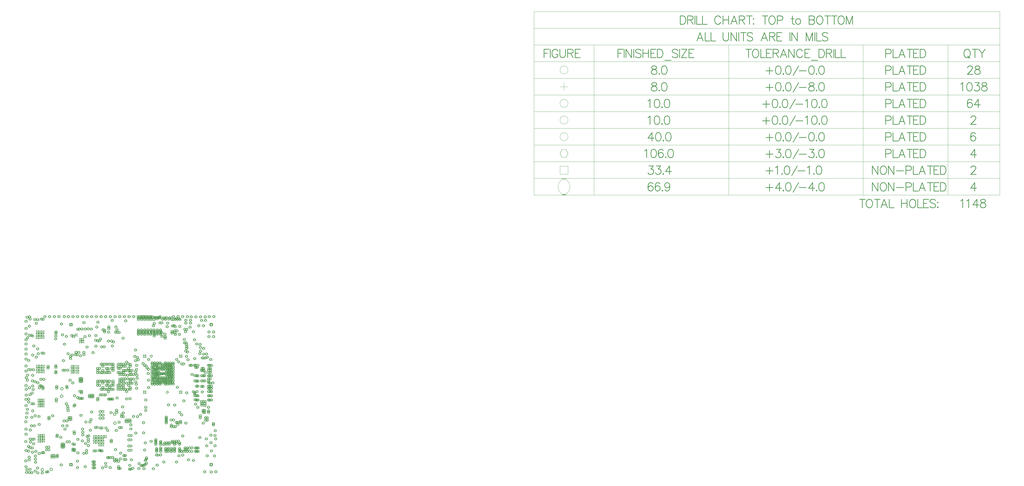
<source format=gbr>
%TF.GenerationSoftware,Altium Limited,Altium Designer,25.7.1 (20)*%
G04 Layer_Color=2752767*
%FSLAX45Y45*%
%MOMM*%
%TF.SameCoordinates,1AA72D45-9F13-4BD8-B423-63960E99F270*%
%TF.FilePolarity,Positive*%
%TF.FileFunction,Drawing*%
%TF.Part,Single*%
G01*
G75*
%TA.AperFunction,NonConductor*%
%ADD91C,0.12700*%
%ADD108C,0.02540*%
%ADD123C,0.23622*%
D91*
X7068718Y350190D02*
Y451790D01*
X7170318D01*
Y350190D01*
X7068718D01*
X7089038Y370510D02*
Y431470D01*
X7149998D01*
Y370510D01*
X7089038D01*
X1734718Y350190D02*
Y451790D01*
X1836318D01*
Y350190D01*
X1734718D01*
X1755038Y370510D02*
Y431470D01*
X1815998D01*
Y370510D01*
X1755038D01*
X1734718Y5684190D02*
Y5785790D01*
X1836318D01*
Y5684190D01*
X1734718D01*
X1755038Y5704510D02*
Y5765470D01*
X1815998D01*
Y5704510D01*
X1755038D01*
X7068718Y5684190D02*
Y5785790D01*
X7170318D01*
Y5684190D01*
X7068718D01*
X7089038Y5704510D02*
Y5765470D01*
X7149998D01*
Y5704510D01*
X7089038D01*
X4535221Y3107588D02*
X4560621D01*
X4586021Y3132988D01*
X4611421Y3107588D01*
X4636821D01*
Y3132988D01*
X4611421Y3158388D01*
X4636821Y3183788D01*
Y3209188D01*
X4611421D01*
X4586021Y3183788D01*
X4560621Y3209188D01*
X4535221D01*
Y3183788D01*
X4560621Y3158388D01*
X4535221Y3132988D01*
Y3107588D01*
Y4480103D02*
X4560621D01*
X4586021Y4505503D01*
X4611421Y4480103D01*
X4636821D01*
Y4505503D01*
X4611421Y4530903D01*
X4636821Y4556303D01*
Y4581703D01*
X4611421D01*
X4586021Y4556303D01*
X4560621Y4581703D01*
X4535221D01*
Y4556303D01*
X4560621Y4530903D01*
X4535221Y4505503D01*
Y4480103D01*
X4789272Y4530903D02*
X4840072Y4581703D01*
X4890872Y4530903D01*
X4840072Y4480103D01*
X4789272Y4530903D01*
X5399786Y3158388D02*
X5450586Y3209188D01*
X5501386Y3158388D01*
X5450586Y3107588D01*
X5399786Y3158388D01*
X5907837Y3107588D02*
X5933237D01*
X5958637Y3132988D01*
X5984037Y3107588D01*
X6009437D01*
Y3132988D01*
X5984037Y3158388D01*
X6009437Y3183788D01*
Y3209188D01*
X5984037D01*
X5958637Y3183788D01*
X5933237Y3209188D01*
X5907837D01*
Y3183788D01*
X5933237Y3158388D01*
X5907837Y3132988D01*
Y3107588D01*
Y4480103D02*
X5933237D01*
X5958637Y4505503D01*
X5984037Y4480103D01*
X6009437D01*
Y4505503D01*
X5984037Y4530903D01*
X6009437Y4556303D01*
Y4581703D01*
X5984037D01*
X5958637Y4556303D01*
X5933237Y4581703D01*
X5907837D01*
Y4556303D01*
X5933237Y4530903D01*
X5907837Y4505503D01*
Y4480103D01*
X2519096Y1663319D02*
X2544496Y1688719D01*
X2569896D01*
X2544496Y1714119D01*
X2569896Y1739519D01*
X2544496D01*
X2519096Y1764919D01*
X2493696Y1739519D01*
X2468296D01*
X2493696Y1714119D01*
X2468296Y1688719D01*
X2493696D01*
X2519096Y1663319D01*
X2504288Y1971065D02*
X2529688Y1996465D01*
X2555088D01*
X2529688Y2021865D01*
X2555088Y2047265D01*
X2529688D01*
X2504288Y2072665D01*
X2478888Y2047265D01*
X2453488D01*
X2478888Y2021865D01*
X2453488Y1996465D01*
X2478888D01*
X2504288Y1971065D01*
X2489098Y2926639D02*
X2514498Y2952039D01*
X2539898D01*
X2514498Y2977439D01*
X2539898Y3002839D01*
X2514498D01*
X2489098Y3028239D01*
X2463698Y3002839D01*
X2438298D01*
X2463698Y2977439D01*
X2438298Y2952039D01*
X2463698D01*
X2489098Y2926639D01*
X2488819Y5261915D02*
X2514219Y5287315D01*
X2539619D01*
X2514219Y5312715D01*
X2539619Y5338115D01*
X2514219D01*
X2488819Y5363515D01*
X2463419Y5338115D01*
X2438019D01*
X2463419Y5312715D01*
X2438019Y5287315D01*
X2463419D01*
X2488819Y5261915D01*
X2488286Y2989758D02*
X2513686Y3015158D01*
X2539086D01*
X2513686Y3040558D01*
X2539086Y3065958D01*
X2513686D01*
X2488286Y3091358D01*
X2462886Y3065958D01*
X2437486D01*
X2462886Y3040558D01*
X2437486Y3015158D01*
X2462886D01*
X2488286Y2989758D01*
X247015Y1210259D02*
X272415Y1235659D01*
X297815D01*
X272415Y1261059D01*
X297815Y1286459D01*
X272415D01*
X247015Y1311859D01*
X221615Y1286459D01*
X196215D01*
X221615Y1261059D01*
X196215Y1235659D01*
X221615D01*
X247015Y1210259D01*
X2455139Y1448613D02*
X2480539Y1474013D01*
X2505939D01*
X2480539Y1499413D01*
X2505939Y1524813D01*
X2480539D01*
X2455139Y1550213D01*
X2429739Y1524813D01*
X2404339D01*
X2429739Y1499413D01*
X2404339Y1474013D01*
X2429739D01*
X2455139Y1448613D01*
X2448001Y1238402D02*
X2473401Y1263802D01*
X2498801D01*
X2473401Y1289202D01*
X2498801Y1314602D01*
X2473401D01*
X2448001Y1340002D01*
X2422601Y1314602D01*
X2397201D01*
X2422601Y1289202D01*
X2397201Y1263802D01*
X2422601D01*
X2448001Y1238402D01*
X2445944Y1324762D02*
X2471344Y1350162D01*
X2496744D01*
X2471344Y1375562D01*
X2496744Y1400962D01*
X2471344D01*
X2445944Y1426362D01*
X2420544Y1400962D01*
X2395144D01*
X2420544Y1375562D01*
X2395144Y1350162D01*
X2420544D01*
X2445944Y1324762D01*
X2442820Y1071550D02*
X2468220Y1096950D01*
X2493620D01*
X2468220Y1122350D01*
X2493620Y1147750D01*
X2468220D01*
X2442820Y1173150D01*
X2417420Y1147750D01*
X2392020D01*
X2417420Y1122350D01*
X2392020Y1096950D01*
X2417420D01*
X2442820Y1071550D01*
X2435962Y5520004D02*
X2461362Y5545404D01*
X2486762D01*
X2461362Y5570804D01*
X2486762Y5596204D01*
X2461362D01*
X2435962Y5621604D01*
X2410562Y5596204D01*
X2385162D01*
X2410562Y5570804D01*
X2385162Y5545404D01*
X2410562D01*
X2435962Y5520004D01*
X2407793Y1423441D02*
X2433193Y1448841D01*
X2458593D01*
X2433193Y1474241D01*
X2458593Y1499641D01*
X2433193D01*
X2407793Y1525041D01*
X2382393Y1499641D01*
X2356993D01*
X2382393Y1474241D01*
X2356993Y1448841D01*
X2382393D01*
X2407793Y1423441D01*
X2392299Y5984875D02*
X2417699Y6010275D01*
X2443099D01*
X2417699Y6035675D01*
X2443099Y6061075D01*
X2417699D01*
X2392299Y6086475D01*
X2366899Y6061075D01*
X2341499D01*
X2366899Y6035675D01*
X2341499Y6010275D01*
X2366899D01*
X2392299Y5984875D01*
X2391893Y4830039D02*
X2417293Y4855439D01*
X2442693D01*
X2417293Y4880839D01*
X2442693Y4906239D01*
X2417293D01*
X2391893Y4931639D01*
X2366493Y4906239D01*
X2341093D01*
X2366493Y4880839D01*
X2341093Y4855439D01*
X2366493D01*
X2391893Y4830039D01*
X2381504Y793521D02*
X2406904Y818921D01*
X2432304D01*
X2406904Y844321D01*
X2432304Y869721D01*
X2406904D01*
X2381504Y895121D01*
X2356104Y869721D01*
X2330704D01*
X2356104Y844321D01*
X2330704Y818921D01*
X2356104D01*
X2381504Y793521D01*
X2379751Y885927D02*
X2405151Y911327D01*
X2430551D01*
X2405151Y936727D01*
X2430551Y962127D01*
X2405151D01*
X2379751Y987527D01*
X2354351Y962127D01*
X2328951D01*
X2354351Y936727D01*
X2328951Y911327D01*
X2354351D01*
X2379751Y885927D01*
X2354809Y1969795D02*
X2380209Y1995195D01*
X2405609D01*
X2380209Y2020595D01*
X2405609Y2045995D01*
X2380209D01*
X2354809Y2071395D01*
X2329409Y2045995D01*
X2304009D01*
X2329409Y2020595D01*
X2304009Y1995195D01*
X2329409D01*
X2354809Y1969795D01*
X2347417Y1154506D02*
X2372817Y1179906D01*
X2398217D01*
X2372817Y1205306D01*
X2398217Y1230706D01*
X2372817D01*
X2347417Y1256106D01*
X2322017Y1230706D01*
X2296617D01*
X2322017Y1205306D01*
X2296617Y1179906D01*
X2322017D01*
X2347417Y1154506D01*
X234798Y1325220D02*
X260198Y1350620D01*
X285598D01*
X260198Y1376020D01*
X285598Y1401420D01*
X260198D01*
X234798Y1426820D01*
X209398Y1401420D01*
X183998D01*
X209398Y1376020D01*
X183998Y1350620D01*
X209398D01*
X234798Y1325220D01*
X234137Y1670202D02*
X259537Y1695602D01*
X284937D01*
X259537Y1721002D01*
X284937Y1746402D01*
X259537D01*
X234137Y1771802D01*
X208737Y1746402D01*
X183337D01*
X208737Y1721002D01*
X183337Y1695602D01*
X208737D01*
X234137Y1670202D01*
X2329434Y5516143D02*
X2354834Y5541543D01*
X2380234D01*
X2354834Y5566943D01*
X2380234Y5592343D01*
X2354834D01*
X2329434Y5617743D01*
X2304034Y5592343D01*
X2278634D01*
X2304034Y5566943D01*
X2278634Y5541543D01*
X2304034D01*
X2329434Y5516143D01*
X2324938Y273863D02*
X2350338Y299263D01*
X2375738D01*
X2350338Y324663D01*
X2375738Y350063D01*
X2350338D01*
X2324938Y375463D01*
X2299538Y350063D01*
X2274138D01*
X2299538Y324663D01*
X2274138Y299263D01*
X2299538D01*
X2324938Y273863D01*
X2320239Y5222443D02*
X2345639Y5247843D01*
X2371039D01*
X2345639Y5273243D01*
X2371039Y5298643D01*
X2345639D01*
X2320239Y5324043D01*
X2294839Y5298643D01*
X2269439D01*
X2294839Y5273243D01*
X2269439Y5247843D01*
X2294839D01*
X2320239Y5222443D01*
X229845Y997280D02*
X255245Y1022680D01*
X280645D01*
X255245Y1048080D01*
X280645Y1073480D01*
X255245D01*
X229845Y1098880D01*
X204445Y1073480D01*
X179045D01*
X204445Y1048080D01*
X179045Y1022680D01*
X204445D01*
X229845Y997280D01*
X2280183Y779805D02*
X2305583Y805205D01*
X2330983D01*
X2305583Y830605D01*
X2330983Y856005D01*
X2305583D01*
X2280183Y881405D01*
X2254783Y856005D01*
X2229383D01*
X2254783Y830605D01*
X2229383Y805205D01*
X2254783D01*
X2280183Y779805D01*
X2277618Y4625696D02*
X2303018Y4651096D01*
X2328418D01*
X2303018Y4676496D01*
X2328418Y4701896D01*
X2303018D01*
X2277618Y4727296D01*
X2252218Y4701896D01*
X2226818D01*
X2252218Y4676496D01*
X2226818Y4651096D01*
X2252218D01*
X2277618Y4625696D01*
X228067Y168021D02*
X253467Y193421D01*
X278867D01*
X253467Y218821D01*
X278867Y244221D01*
X253467D01*
X228067Y269621D01*
X202667Y244221D01*
X177267D01*
X202667Y218821D01*
X177267Y193421D01*
X202667D01*
X228067Y168021D01*
X2275053Y5756250D02*
X2300453Y5781650D01*
X2325853D01*
X2300453Y5807050D01*
X2325853Y5832450D01*
X2300453D01*
X2275053Y5857850D01*
X2249653Y5832450D01*
X2224253D01*
X2249653Y5807050D01*
X2224253Y5781650D01*
X2249653D01*
X2275053Y5756250D01*
X2273122Y4540174D02*
X2298522Y4565574D01*
X2323922D01*
X2298522Y4590974D01*
X2323922Y4616374D01*
X2298522D01*
X2273122Y4641774D01*
X2247722Y4616374D01*
X2222322D01*
X2247722Y4590974D01*
X2222322Y4565574D01*
X2247722D01*
X2273122Y4540174D01*
X227305Y3011119D02*
X252705Y3036519D01*
X278105D01*
X252705Y3061919D01*
X278105Y3087319D01*
X252705D01*
X227305Y3112719D01*
X201905Y3087319D01*
X176505D01*
X201905Y3061919D01*
X176505Y3036519D01*
X201905D01*
X227305Y3011119D01*
X225806Y5889854D02*
X251206Y5915254D01*
X276606D01*
X251206Y5940654D01*
X276606Y5966054D01*
X251206D01*
X225806Y5991454D01*
X200406Y5966054D01*
X175006D01*
X200406Y5940654D01*
X175006Y5915254D01*
X200406D01*
X225806Y5889854D01*
X2236038Y1579982D02*
X2261438Y1605382D01*
X2286838D01*
X2261438Y1630782D01*
X2286838Y1656182D01*
X2261438D01*
X2236038Y1681582D01*
X2210638Y1656182D01*
X2185238D01*
X2210638Y1630782D01*
X2185238Y1605382D01*
X2210638D01*
X2236038Y1579982D01*
X2235657Y1477747D02*
X2261057Y1503147D01*
X2286457D01*
X2261057Y1528547D01*
X2286457Y1553947D01*
X2261057D01*
X2235657Y1579347D01*
X2210257Y1553947D01*
X2184857D01*
X2210257Y1528547D01*
X2184857Y1503147D01*
X2210257D01*
X2235657Y1477747D01*
X2179523Y5026736D02*
X2204923Y5077536D01*
X2179523Y5128336D01*
X2230323Y5102936D01*
X2281123Y5128336D01*
X2255723Y5077536D01*
X2281123Y5026736D01*
X2230323Y5052136D01*
X2179523Y5026736D01*
X2228418Y1702105D02*
X2253818Y1727505D01*
X2279218D01*
X2253818Y1752905D01*
X2279218Y1778305D01*
X2253818D01*
X2228418Y1803705D01*
X2203018Y1778305D01*
X2177618D01*
X2203018Y1752905D01*
X2177618Y1727505D01*
X2203018D01*
X2228418Y1702105D01*
X2177618Y5116551D02*
X2203018Y5167351D01*
X2177618Y5218151D01*
X2228418Y5192751D01*
X2279218Y5218151D01*
X2253818Y5167351D01*
X2279218Y5116551D01*
X2228418Y5141951D01*
X2177618Y5116551D01*
X2216074Y1255395D02*
X2241474Y1280795D01*
X2266874D01*
X2241474Y1306195D01*
X2266874Y1331595D01*
X2241474D01*
X2216074Y1356995D01*
X2190674Y1331595D01*
X2165274D01*
X2190674Y1306195D01*
X2165274Y1280795D01*
X2190674D01*
X2216074Y1255395D01*
X2215667Y2867838D02*
X2241067Y2893238D01*
X2266467D01*
X2241067Y2918638D01*
X2266467Y2944038D01*
X2241067D01*
X2215667Y2969438D01*
X2190267Y2944038D01*
X2164867D01*
X2190267Y2918638D01*
X2164867Y2893238D01*
X2190267D01*
X2215667Y2867838D01*
X2214499Y5984875D02*
X2239899Y6010275D01*
X2265299D01*
X2239899Y6035675D01*
X2265299Y6061075D01*
X2239899D01*
X2214499Y6086475D01*
X2189099Y6061075D01*
X2163699D01*
X2189099Y6035675D01*
X2163699Y6010275D01*
X2189099D01*
X2214499Y5984875D01*
X2196643Y5508523D02*
X2222043Y5533923D01*
X2247443D01*
X2222043Y5559323D01*
X2247443Y5584723D01*
X2222043D01*
X2196643Y5610123D01*
X2171243Y5584723D01*
X2145843D01*
X2171243Y5559323D01*
X2145843Y5533923D01*
X2171243D01*
X2196643Y5508523D01*
X2192020Y3512998D02*
X2217420Y3538398D01*
X2242820D01*
X2217420Y3563798D01*
X2242820Y3589198D01*
X2217420D01*
X2192020Y3614598D01*
X2166620Y3589198D01*
X2141220D01*
X2166620Y3563798D01*
X2141220Y3538398D01*
X2166620D01*
X2192020Y3512998D01*
X2191360Y3629228D02*
X2216760Y3654628D01*
X2242160D01*
X2216760Y3680028D01*
X2242160Y3705428D01*
X2216760D01*
X2191360Y3730828D01*
X2165960Y3705428D01*
X2140560D01*
X2165960Y3680028D01*
X2140560Y3654628D01*
X2165960D01*
X2191360Y3629228D01*
Y3572434D02*
X2216760Y3597834D01*
X2242160D01*
X2216760Y3623234D01*
X2242160Y3648634D01*
X2216760D01*
X2191360Y3674034D01*
X2165960Y3648634D01*
X2140560D01*
X2165960Y3623234D01*
X2140560Y3597834D01*
X2165960D01*
X2191360Y3572434D01*
X2180971Y3085617D02*
X2206371Y3111017D01*
X2231771D01*
X2206371Y3136417D01*
X2231771Y3161817D01*
X2206371D01*
X2180971Y3187217D01*
X2155571Y3161817D01*
X2130171D01*
X2155571Y3136417D01*
X2130171Y3111017D01*
X2155571D01*
X2180971Y3085617D01*
X2180311Y3138399D02*
X2205711Y3163799D01*
X2231111D01*
X2205711Y3189199D01*
X2231111Y3214599D01*
X2205711D01*
X2180311Y3239999D01*
X2154911Y3214599D01*
X2129511D01*
X2154911Y3189199D01*
X2129511Y3163799D01*
X2154911D01*
X2180311Y3138399D01*
X2167103Y2223948D02*
X2192503Y2249348D01*
X2217903D01*
X2192503Y2274748D01*
X2217903Y2300148D01*
X2192503D01*
X2167103Y2325548D01*
X2141703Y2300148D01*
X2116303D01*
X2141703Y2274748D01*
X2116303Y2249348D01*
X2141703D01*
X2167103Y2223948D01*
X2163470Y2867685D02*
X2188870Y2893085D01*
X2214270D01*
X2188870Y2918485D01*
X2214270Y2943885D01*
X2188870D01*
X2163470Y2969285D01*
X2138070Y2943885D01*
X2112670D01*
X2138070Y2918485D01*
X2112670Y2893085D01*
X2138070D01*
X2163470Y2867685D01*
X2106828Y5117008D02*
X2132228Y5167808D01*
X2106828Y5218608D01*
X2157628Y5193208D01*
X2208428Y5218608D01*
X2183028Y5167808D01*
X2208428Y5117008D01*
X2157628Y5142408D01*
X2106828Y5117008D01*
X2098751Y5028641D02*
X2124151Y5079441D01*
X2098751Y5130241D01*
X2149551Y5104841D01*
X2200351Y5130241D01*
X2174951Y5079441D01*
X2200351Y5028641D01*
X2149551Y5054041D01*
X2098751Y5028641D01*
X2140306Y4493870D02*
X2165706Y4519270D01*
X2191106D01*
X2165706Y4544670D01*
X2191106Y4570070D01*
X2165706D01*
X2140306Y4595470D01*
X2114906Y4570070D01*
X2089506D01*
X2114906Y4544670D01*
X2089506Y4519270D01*
X2114906D01*
X2140306Y4493870D01*
X2134565Y3512337D02*
X2159965Y3537737D01*
X2185365D01*
X2159965Y3563137D01*
X2185365Y3588537D01*
X2159965D01*
X2134565Y3613937D01*
X2109165Y3588537D01*
X2083765D01*
X2109165Y3563137D01*
X2083765Y3537737D01*
X2109165D01*
X2134565Y3512337D01*
X2133905Y3628568D02*
X2159305Y3653968D01*
X2184705D01*
X2159305Y3679368D01*
X2184705Y3704768D01*
X2159305D01*
X2133905Y3730168D01*
X2108505Y3704768D01*
X2083105D01*
X2108505Y3679368D01*
X2083105Y3653968D01*
X2108505D01*
X2133905Y3628568D01*
Y3571773D02*
X2159305Y3597173D01*
X2184705D01*
X2159305Y3622573D01*
X2184705Y3647973D01*
X2159305D01*
X2133905Y3673373D01*
X2108505Y3647973D01*
X2083105D01*
X2108505Y3622573D01*
X2083105Y3597173D01*
X2108505D01*
X2133905Y3571773D01*
X2124862Y3138399D02*
X2150262Y3163799D01*
X2175662D01*
X2150262Y3189199D01*
X2175662Y3214599D01*
X2150262D01*
X2124862Y3239999D01*
X2099462Y3214599D01*
X2074062D01*
X2099462Y3189199D01*
X2074062Y3163799D01*
X2099462D01*
X2124862Y3138399D01*
X212750Y5975553D02*
X238150Y6000953D01*
X263550D01*
X238150Y6026353D01*
X263550Y6051753D01*
X238150D01*
X212750Y6077153D01*
X187350Y6051753D01*
X161950D01*
X187350Y6026353D01*
X161950Y6000953D01*
X187350D01*
X212750Y5975553D01*
X2110029Y2867685D02*
X2135429Y2893085D01*
X2160829D01*
X2135429Y2918485D01*
X2160829Y2943885D01*
X2135429D01*
X2110029Y2969285D01*
X2084629Y2943885D01*
X2059229D01*
X2084629Y2918485D01*
X2059229Y2893085D01*
X2084629D01*
X2110029Y2867685D01*
X2109445Y5515077D02*
X2134845Y5540477D01*
X2160245D01*
X2134845Y5565877D01*
X2160245Y5591277D01*
X2134845D01*
X2109445Y5616677D01*
X2084045Y5591277D01*
X2058645D01*
X2084045Y5565877D01*
X2058645Y5540477D01*
X2084045D01*
X2109445Y5515077D01*
X2083740Y4621911D02*
X2109140Y4647311D01*
X2134540D01*
X2109140Y4672711D01*
X2134540Y4698111D01*
X2109140D01*
X2083740Y4723511D01*
X2058340Y4698111D01*
X2032940D01*
X2058340Y4672711D01*
X2032940Y4647311D01*
X2058340D01*
X2083740Y4621911D01*
X2048840Y5501767D02*
X2074240Y5527167D01*
X2099640D01*
X2074240Y5552567D01*
X2099640Y5577967D01*
X2074240D01*
X2048840Y5603367D01*
X2023440Y5577967D01*
X1998040D01*
X2023440Y5552567D01*
X1998040Y5527167D01*
X2023440D01*
X2048840Y5501767D01*
X2047824Y1309751D02*
X2073224Y1335151D01*
X2098624D01*
X2073224Y1360551D01*
X2098624Y1385951D01*
X2073224D01*
X2047824Y1411351D01*
X2022424Y1385951D01*
X1997024D01*
X2022424Y1360551D01*
X1997024Y1335151D01*
X2022424D01*
X2047824Y1309751D01*
X2044751Y794512D02*
X2070151Y819912D01*
X2095551D01*
X2070151Y845312D01*
X2095551Y870712D01*
X2070151D01*
X2044751Y896112D01*
X2019351Y870712D01*
X1993951D01*
X2019351Y845312D01*
X1993951Y819912D01*
X2019351D01*
X2044751Y794512D01*
X204724Y48565D02*
X230124Y73965D01*
X255524D01*
X230124Y99365D01*
X255524Y124765D01*
X230124D01*
X204724Y150165D01*
X179324Y124765D01*
X153924D01*
X179324Y99365D01*
X153924Y73965D01*
X179324D01*
X204724Y48565D01*
X2041728Y2900959D02*
X2067128Y2926359D01*
X2092528D01*
X2067128Y2951759D01*
X2092528Y2977159D01*
X2067128D01*
X2041728Y3002559D01*
X2016328Y2977159D01*
X1990928D01*
X2016328Y2951759D01*
X1990928Y2926359D01*
X2016328D01*
X2041728Y2900959D01*
X1990827Y4084726D02*
X2016227Y4135526D01*
X1990827Y4186326D01*
X2041627Y4160926D01*
X2092427Y4186326D01*
X2067027Y4135526D01*
X2092427Y4084726D01*
X2041627Y4110126D01*
X1990827Y4084726D01*
Y3973068D02*
X2016227Y4023868D01*
X1990827Y4074668D01*
X2041627Y4049268D01*
X2092427Y4074668D01*
X2067027Y4023868D01*
X2092427Y3973068D01*
X2041627Y3998468D01*
X1990827Y3973068D01*
Y3872103D02*
X2016227Y3922903D01*
X1990827Y3973703D01*
X2041627Y3948303D01*
X2092427Y3973703D01*
X2067027Y3922903D01*
X2092427Y3872103D01*
X2041627Y3897503D01*
X1990827Y3872103D01*
X2036699Y5984875D02*
X2062099Y6010275D01*
X2087499D01*
X2062099Y6035675D01*
X2087499Y6061075D01*
X2062099D01*
X2036699Y6086475D01*
X2011299Y6061075D01*
X1985899D01*
X2011299Y6035675D01*
X1985899Y6010275D01*
X2011299D01*
X2036699Y5984875D01*
X2033803Y233324D02*
X2059203Y258724D01*
X2084603D01*
X2059203Y284124D01*
X2084603Y309524D01*
X2059203D01*
X2033803Y334924D01*
X2008403Y309524D01*
X1983003D01*
X2008403Y284124D01*
X1983003Y258724D01*
X2008403D01*
X2033803Y233324D01*
X2032508Y486359D02*
X2057908Y511759D01*
X2083308D01*
X2057908Y537159D01*
X2083308Y562559D01*
X2057908D01*
X2032508Y587959D01*
X2007108Y562559D01*
X1981708D01*
X2007108Y537159D01*
X1981708Y511759D01*
X2007108D01*
X2032508Y486359D01*
X2018513Y4527067D02*
X2043913Y4552467D01*
X2069313D01*
X2043913Y4577867D01*
X2069313Y4603267D01*
X2043913D01*
X2018513Y4628667D01*
X1993113Y4603267D01*
X1967713D01*
X1993113Y4577867D01*
X1967713Y4552467D01*
X1993113D01*
X2018513Y4527067D01*
X202311Y3274085D02*
X227711Y3299485D01*
X253111D01*
X227711Y3324885D01*
X253111Y3350285D01*
X227711D01*
X202311Y3375685D01*
X176911Y3350285D01*
X151511D01*
X176911Y3324885D01*
X151511Y3299485D01*
X176911D01*
X202311Y3274085D01*
X202108Y5273599D02*
X227508Y5298999D01*
X252908D01*
X227508Y5324399D01*
X252908Y5349799D01*
X227508D01*
X202108Y5375199D01*
X176708Y5349799D01*
X151308D01*
X176708Y5324399D01*
X151308Y5298999D01*
X176708D01*
X202108Y5273599D01*
X202057Y5619318D02*
X227457Y5644718D01*
X252857D01*
X227457Y5670118D01*
X252857Y5695518D01*
X227457D01*
X202057Y5720918D01*
X176657Y5695518D01*
X151257D01*
X176657Y5670118D01*
X151257Y5644718D01*
X176657D01*
X202057Y5619318D01*
X1984426Y4627347D02*
X2009826Y4652747D01*
X2035226D01*
X2009826Y4678147D01*
X2035226Y4703547D01*
X2009826D01*
X1984426Y4728947D01*
X1959026Y4703547D01*
X1933626D01*
X1959026Y4678147D01*
X1933626Y4652747D01*
X1959026D01*
X1984426Y4627347D01*
X1927809Y5284673D02*
X1953209Y5335473D01*
X1927809Y5386273D01*
X1978609Y5360873D01*
X2029409Y5386273D01*
X2004009Y5335473D01*
X2029409Y5284673D01*
X1978609Y5310073D01*
X1927809Y5284673D01*
X1954378Y4536415D02*
X1979778Y4561815D01*
X2005178D01*
X1979778Y4587215D01*
X2005178Y4612615D01*
X1979778D01*
X1954378Y4638015D01*
X1928978Y4612615D01*
X1903578D01*
X1928978Y4587215D01*
X1903578Y4561815D01*
X1928978D01*
X1954378Y4536415D01*
X1933829Y2624811D02*
X1959229Y2650211D01*
X1984629D01*
X1959229Y2675611D01*
X1984629Y2701011D01*
X1959229D01*
X1933829Y2726411D01*
X1908429Y2701011D01*
X1883029D01*
X1908429Y2675611D01*
X1883029Y2650211D01*
X1908429D01*
X1933829Y2624811D01*
X193751Y631876D02*
X219151Y657276D01*
X244551D01*
X219151Y682676D01*
X244551Y708076D01*
X219151D01*
X193751Y733476D01*
X168351Y708076D01*
X142951D01*
X168351Y682676D01*
X142951Y657276D01*
X168351D01*
X193751Y631876D01*
X1918030Y883260D02*
X1943430Y908660D01*
X1968830D01*
X1943430Y934060D01*
X1968830Y959460D01*
X1943430D01*
X1918030Y984860D01*
X1892630Y959460D01*
X1867230D01*
X1892630Y934060D01*
X1867230Y908660D01*
X1892630D01*
X1918030Y883260D01*
X1917675Y2976067D02*
X1943075Y3001467D01*
X1968475D01*
X1943075Y3026867D01*
X1968475Y3052267D01*
X1943075D01*
X1917675Y3077667D01*
X1892275Y3052267D01*
X1866875D01*
X1892275Y3026867D01*
X1866875Y3001467D01*
X1892275D01*
X1917675Y2976067D01*
X1916811Y934060D02*
X1942211Y959460D01*
X1967611D01*
X1942211Y984860D01*
X1967611Y1010260D01*
X1942211D01*
X1916811Y1035660D01*
X1891411Y1010260D01*
X1866011D01*
X1891411Y984860D01*
X1866011Y959460D01*
X1891411D01*
X1916811Y934060D01*
X1915846Y1113968D02*
X1941246Y1139368D01*
X1966646D01*
X1941246Y1164768D01*
X1966646Y1190168D01*
X1941246D01*
X1915846Y1215568D01*
X1890446Y1190168D01*
X1865046D01*
X1890446Y1164768D01*
X1865046Y1139368D01*
X1890446D01*
X1915846Y1113968D01*
X191592Y529895D02*
X216992Y555295D01*
X242392D01*
X216992Y580695D01*
X242392Y606095D01*
X216992D01*
X191592Y631495D01*
X166192Y606095D01*
X140792D01*
X166192Y580695D01*
X140792Y555295D01*
X166192D01*
X191592Y529895D01*
X1909242Y1532966D02*
X1934642Y1558366D01*
X1960042D01*
X1934642Y1583766D01*
X1960042Y1609166D01*
X1934642D01*
X1909242Y1634566D01*
X1883842Y1609166D01*
X1858442D01*
X1883842Y1583766D01*
X1858442Y1558366D01*
X1883842D01*
X1909242Y1532966D01*
X1857654Y4086301D02*
X1883054Y4137101D01*
X1857654Y4187901D01*
X1908454Y4162501D01*
X1959254Y4187901D01*
X1933854Y4137101D01*
X1959254Y4086301D01*
X1908454Y4111701D01*
X1857654Y4086301D01*
Y3980205D02*
X1883054Y4031005D01*
X1857654Y4081805D01*
X1908454Y4056405D01*
X1959254Y4081805D01*
X1933854Y4031005D01*
X1959254Y3980205D01*
X1908454Y4005605D01*
X1857654Y3980205D01*
Y3876218D02*
X1883054Y3927018D01*
X1857654Y3977818D01*
X1908454Y3952418D01*
X1959254Y3977818D01*
X1933854Y3927018D01*
X1959254Y3876218D01*
X1908454Y3901618D01*
X1857654Y3876218D01*
X1905254Y1601343D02*
X1930654Y1626743D01*
X1956054D01*
X1930654Y1652143D01*
X1956054Y1677543D01*
X1930654D01*
X1905254Y1702943D01*
X1879854Y1677543D01*
X1854454D01*
X1879854Y1652143D01*
X1854454Y1626743D01*
X1879854D01*
X1905254Y1601343D01*
X1901266Y2580691D02*
X1926666Y2606091D01*
X1952066D01*
X1926666Y2631491D01*
X1952066Y2656891D01*
X1926666D01*
X1901266Y2682291D01*
X1875866Y2656891D01*
X1850466D01*
X1875866Y2631491D01*
X1850466Y2606091D01*
X1875866D01*
X1901266Y2580691D01*
X1826717Y5234432D02*
X1852117Y5285232D01*
X1826717Y5336032D01*
X1877517Y5310632D01*
X1928317Y5336032D01*
X1902917Y5285232D01*
X1928317Y5234432D01*
X1877517Y5259832D01*
X1826717Y5234432D01*
X1866036Y936346D02*
X1891436Y961746D01*
X1916836D01*
X1891436Y987146D01*
X1916836Y1012546D01*
X1891436D01*
X1866036Y1037946D01*
X1840636Y1012546D01*
X1815236D01*
X1840636Y987146D01*
X1815236Y961746D01*
X1840636D01*
X1866036Y936346D01*
X1865859Y885546D02*
X1891259Y910946D01*
X1916659D01*
X1891259Y936346D01*
X1916659Y961746D01*
X1891259D01*
X1865859Y987146D01*
X1840459Y961746D01*
X1815059D01*
X1840459Y936346D01*
X1815059Y910946D01*
X1840459D01*
X1865859Y885546D01*
X1860956Y1132002D02*
X1886356Y1157402D01*
X1911756D01*
X1886356Y1182802D01*
X1911756Y1208202D01*
X1886356D01*
X1860956Y1233602D01*
X1835556Y1208202D01*
X1810156D01*
X1835556Y1182802D01*
X1810156Y1157402D01*
X1835556D01*
X1860956Y1132002D01*
X1859356Y5988914D02*
X1884756Y6014314D01*
X1910156D01*
X1884756Y6039714D01*
X1910156Y6065114D01*
X1884756D01*
X1859356Y6090514D01*
X1833956Y6065114D01*
X1808556D01*
X1833956Y6039714D01*
X1808556Y6014314D01*
X1833956D01*
X1859356Y5988914D01*
X1855546Y3460623D02*
X1880946Y3486023D01*
X1906346D01*
X1880946Y3511423D01*
X1906346Y3536823D01*
X1880946D01*
X1855546Y3562223D01*
X1830146Y3536823D01*
X1804746D01*
X1830146Y3511423D01*
X1804746Y3486023D01*
X1830146D01*
X1855546Y3460623D01*
X1831899Y4524451D02*
X1857299Y4549851D01*
X1882699D01*
X1857299Y4575251D01*
X1882699Y4600651D01*
X1857299D01*
X1831899Y4626051D01*
X1806499Y4600651D01*
X1781099D01*
X1806499Y4575251D01*
X1781099Y4549851D01*
X1806499D01*
X1831899Y4524451D01*
X1776628Y4084930D02*
X1802028Y4135730D01*
X1776628Y4186530D01*
X1827428Y4161130D01*
X1878228Y4186530D01*
X1852828Y4135730D01*
X1878228Y4084930D01*
X1827428Y4110330D01*
X1776628Y4084930D01*
X1774622Y3981069D02*
X1800022Y4031869D01*
X1774622Y4082669D01*
X1825422Y4057269D01*
X1876222Y4082669D01*
X1850822Y4031869D01*
X1876222Y3981069D01*
X1825422Y4006469D01*
X1774622Y3981069D01*
X1773199Y3873195D02*
X1798599Y3923995D01*
X1773199Y3974795D01*
X1823999Y3949395D01*
X1874799Y3974795D01*
X1849399Y3923995D01*
X1874799Y3873195D01*
X1823999Y3898595D01*
X1773199Y3873195D01*
X1818615Y5264912D02*
X1844015Y5290312D01*
X1869415D01*
X1844015Y5315712D01*
X1869415Y5341112D01*
X1844015D01*
X1818615Y5366512D01*
X1793215Y5341112D01*
X1767815D01*
X1793215Y5315712D01*
X1767815Y5290312D01*
X1793215D01*
X1818615Y5264912D01*
X181686Y3969233D02*
X207086Y3994633D01*
X232486D01*
X207086Y4020033D01*
X232486Y4045433D01*
X207086D01*
X181686Y4070833D01*
X156286Y4045433D01*
X130886D01*
X156286Y4020033D01*
X130886Y3994633D01*
X156286D01*
X181686Y3969233D01*
X180950Y4315485D02*
X206350Y4340885D01*
X231750D01*
X206350Y4366285D01*
X231750Y4391685D01*
X206350D01*
X180950Y4417085D01*
X155550Y4391685D01*
X130150D01*
X155550Y4366285D01*
X130150Y4340885D01*
X155550D01*
X180950Y4315485D01*
X1781277Y2068347D02*
X1806677Y2093747D01*
X1832077D01*
X1806677Y2119147D01*
X1832077Y2144547D01*
X1806677D01*
X1781277Y2169947D01*
X1755877Y2144547D01*
X1730477D01*
X1755877Y2119147D01*
X1730477Y2093747D01*
X1755877D01*
X1781277Y2068347D01*
X1780438Y2138832D02*
X1805838Y2164232D01*
X1831238D01*
X1805838Y2189632D01*
X1831238Y2215032D01*
X1805838D01*
X1780438Y2240432D01*
X1755038Y2215032D01*
X1729638D01*
X1755038Y2189632D01*
X1729638Y2164232D01*
X1755038D01*
X1780438Y2138832D01*
X1770761Y4390695D02*
X1796161Y4416095D01*
X1821561D01*
X1796161Y4441495D01*
X1821561Y4466895D01*
X1796161D01*
X1770761Y4492295D01*
X1745361Y4466895D01*
X1719961D01*
X1745361Y4441495D01*
X1719961Y4416095D01*
X1745361D01*
X1770761Y4390695D01*
X1769999Y4471695D02*
X1795399Y4497095D01*
X1820799D01*
X1795399Y4522495D01*
X1820799Y4547895D01*
X1795399D01*
X1769999Y4573295D01*
X1744599Y4547895D01*
X1719199D01*
X1744599Y4522495D01*
X1719199Y4497095D01*
X1744599D01*
X1769999Y4471695D01*
X1748028Y3561740D02*
X1773428Y3587140D01*
X1798828D01*
X1773428Y3612540D01*
X1798828Y3637940D01*
X1773428D01*
X1748028Y3663340D01*
X1722628Y3637940D01*
X1697228D01*
X1722628Y3612540D01*
X1697228Y3587140D01*
X1722628D01*
X1748028Y3561740D01*
X174244Y2733269D02*
X199644Y2758669D01*
X225044D01*
X199644Y2784069D01*
X225044Y2809469D01*
X199644D01*
X174244Y2834869D01*
X148844Y2809469D01*
X123444D01*
X148844Y2784069D01*
X123444Y2758669D01*
X148844D01*
X174244Y2733269D01*
X172923Y2842743D02*
X198323Y2868143D01*
X223723D01*
X198323Y2893543D01*
X223723Y2918943D01*
X198323D01*
X172923Y2944343D01*
X147523Y2918943D01*
X122123D01*
X147523Y2893543D01*
X122123Y2868143D01*
X147523D01*
X172923Y2842743D01*
X1722247Y2138832D02*
X1747647Y2164232D01*
X1773047D01*
X1747647Y2189632D01*
X1773047Y2215032D01*
X1747647D01*
X1722247Y2240432D01*
X1696847Y2215032D01*
X1671447D01*
X1696847Y2189632D01*
X1671447Y2164232D01*
X1696847D01*
X1722247Y2138832D01*
X1721434Y2070786D02*
X1746834Y2096186D01*
X1772234D01*
X1746834Y2121586D01*
X1772234Y2146986D01*
X1746834D01*
X1721434Y2172386D01*
X1696034Y2146986D01*
X1670634D01*
X1696034Y2121586D01*
X1670634Y2096186D01*
X1696034D01*
X1721434Y2070786D01*
X1721307Y1215542D02*
X1746707Y1240942D01*
X1772107D01*
X1746707Y1266342D01*
X1772107Y1291742D01*
X1746707D01*
X1721307Y1317142D01*
X1695907Y1291742D01*
X1670507D01*
X1695907Y1266342D01*
X1670507Y1240942D01*
X1695907D01*
X1721307Y1215542D01*
X170028Y1041959D02*
X195428Y1067359D01*
X220828D01*
X195428Y1092759D01*
X220828Y1118159D01*
X195428D01*
X170028Y1143559D01*
X144628Y1118159D01*
X119228D01*
X144628Y1092759D01*
X119228Y1067359D01*
X144628D01*
X170028Y1041959D01*
X1680134Y5988914D02*
X1705534Y6014314D01*
X1730934D01*
X1705534Y6039714D01*
X1730934Y6065114D01*
X1705534D01*
X1680134Y6090514D01*
X1654734Y6065114D01*
X1629334D01*
X1654734Y6039714D01*
X1629334Y6014314D01*
X1654734D01*
X1680134Y5988914D01*
X1678940Y2404999D02*
X1704340Y2430399D01*
X1729740D01*
X1704340Y2455799D01*
X1729740Y2481199D01*
X1704340D01*
X1678940Y2506599D01*
X1653540Y2481199D01*
X1628140D01*
X1653540Y2455799D01*
X1628140Y2430399D01*
X1653540D01*
X1678940Y2404999D01*
X1675206Y4575886D02*
X1700606Y4601286D01*
X1726006D01*
X1700606Y4626686D01*
X1726006Y4652086D01*
X1700606D01*
X1675206Y4677486D01*
X1649806Y4652086D01*
X1624406D01*
X1649806Y4626686D01*
X1624406Y4601286D01*
X1649806D01*
X1675206Y4575886D01*
X1669821Y2485568D02*
X1695221Y2510968D01*
X1720621D01*
X1695221Y2536368D01*
X1720621Y2561768D01*
X1695221D01*
X1669821Y2587168D01*
X1644421Y2561768D01*
X1619021D01*
X1644421Y2536368D01*
X1619021Y2510968D01*
X1644421D01*
X1669821Y2485568D01*
X1664487Y3948252D02*
X1689887Y3973652D01*
X1715287D01*
X1689887Y3999052D01*
X1715287Y4024452D01*
X1689887D01*
X1664487Y4049852D01*
X1639087Y4024452D01*
X1613687D01*
X1639087Y3999052D01*
X1613687Y3973652D01*
X1639087D01*
X1664487Y3948252D01*
X1658239Y2574874D02*
X1683639Y2600274D01*
X1709039D01*
X1683639Y2625674D01*
X1709039Y2651074D01*
X1683639D01*
X1658239Y2676474D01*
X1632839Y2651074D01*
X1607439D01*
X1632839Y2625674D01*
X1607439Y2600274D01*
X1632839D01*
X1658239Y2574874D01*
X165125Y860552D02*
X190525Y885952D01*
X215925D01*
X190525Y911352D01*
X215925Y936752D01*
X190525D01*
X165125Y962152D01*
X139725Y936752D01*
X114325D01*
X139725Y911352D01*
X114325Y885952D01*
X139725D01*
X165125Y860552D01*
X1638427Y1216965D02*
X1663827Y1242365D01*
X1689227D01*
X1663827Y1267765D01*
X1689227Y1293165D01*
X1663827D01*
X1638427Y1318565D01*
X1613027Y1293165D01*
X1587627D01*
X1613027Y1267765D01*
X1587627Y1242365D01*
X1613027D01*
X1638427Y1216965D01*
X1635430Y1832839D02*
X1660830Y1858239D01*
X1686230D01*
X1660830Y1883639D01*
X1686230Y1909039D01*
X1660830D01*
X1635430Y1934439D01*
X1610030Y1909039D01*
X1584630D01*
X1610030Y1883639D01*
X1584630Y1858239D01*
X1610030D01*
X1635430Y1832839D01*
X1632280Y3273831D02*
X1657680Y3299231D01*
X1683080D01*
X1657680Y3324631D01*
X1683080Y3350031D01*
X1657680D01*
X1632280Y3375431D01*
X1606880Y3350031D01*
X1581480D01*
X1606880Y3324631D01*
X1581480Y3299231D01*
X1606880D01*
X1632280Y3273831D01*
X1631366Y2015109D02*
X1656766Y2040509D01*
X1682166D01*
X1656766Y2065909D01*
X1682166Y2091309D01*
X1656766D01*
X1631366Y2116709D01*
X1605966Y2091309D01*
X1580566D01*
X1605966Y2065909D01*
X1580566Y2040509D01*
X1605966D01*
X1631366Y2015109D01*
X1628394Y3327273D02*
X1653794Y3352673D01*
X1679194D01*
X1653794Y3378073D01*
X1679194Y3403473D01*
X1653794D01*
X1628394Y3428873D01*
X1602994Y3403473D01*
X1577594D01*
X1602994Y3378073D01*
X1577594Y3352673D01*
X1602994D01*
X1628394Y3327273D01*
X1606906Y2665298D02*
X1632306Y2690698D01*
X1657706D01*
X1632306Y2716098D01*
X1657706Y2741498D01*
X1632306D01*
X1606906Y2766898D01*
X1581506Y2741498D01*
X1556106D01*
X1581506Y2716098D01*
X1556106Y2690698D01*
X1581506D01*
X1606906Y2665298D01*
X1604315Y5236185D02*
X1629715Y5261585D01*
X1655115D01*
X1629715Y5286985D01*
X1655115Y5312385D01*
X1629715D01*
X1604315Y5337785D01*
X1578915Y5312385D01*
X1553515D01*
X1578915Y5286985D01*
X1553515Y5261585D01*
X1578915D01*
X1604315Y5236185D01*
X1561363Y1704391D02*
X1586763Y1729791D01*
X1612163D01*
X1586763Y1755191D01*
X1612163Y1780591D01*
X1586763D01*
X1561363Y1805991D01*
X1535963Y1780591D01*
X1510563D01*
X1535963Y1755191D01*
X1510563Y1729791D01*
X1535963D01*
X1561363Y1704391D01*
X1545107Y3946169D02*
X1570507Y3971569D01*
X1595907D01*
X1570507Y3996969D01*
X1595907Y4022369D01*
X1570507D01*
X1545107Y4047769D01*
X1519707Y4022369D01*
X1494307D01*
X1519707Y3996969D01*
X1494307Y3971569D01*
X1519707D01*
X1545107Y3946169D01*
X1540408Y4933975D02*
X1565808Y4959375D01*
X1591208D01*
X1565808Y4984775D01*
X1591208Y5010175D01*
X1565808D01*
X1540408Y5035575D01*
X1515008Y5010175D01*
X1489608D01*
X1515008Y4984775D01*
X1489608Y4959375D01*
X1515008D01*
X1540408Y4933975D01*
X1535608Y5988279D02*
X1561008Y6013679D01*
X1586408D01*
X1561008Y6039079D01*
X1586408Y6064479D01*
X1561008D01*
X1535608Y6089879D01*
X1510208Y6064479D01*
X1484808D01*
X1510208Y6039079D01*
X1484808Y6013679D01*
X1510208D01*
X1535608Y5988279D01*
X1527226Y2012874D02*
X1552626Y2038274D01*
X1578026D01*
X1552626Y2063674D01*
X1578026Y2089074D01*
X1552626D01*
X1527226Y2114474D01*
X1501826Y2089074D01*
X1476426D01*
X1501826Y2063674D01*
X1476426Y2038274D01*
X1501826D01*
X1527226Y2012874D01*
X1503985Y1018692D02*
X1529385Y1044092D01*
X1554785D01*
X1529385Y1069492D01*
X1554785Y1094892D01*
X1529385D01*
X1503985Y1120292D01*
X1478585Y1094892D01*
X1453185D01*
X1478585Y1069492D01*
X1453185Y1044092D01*
X1478585D01*
X1503985Y1018692D01*
X1503324Y1134923D02*
X1528724Y1160323D01*
X1554124D01*
X1528724Y1185723D01*
X1554124Y1211123D01*
X1528724D01*
X1503324Y1236523D01*
X1477924Y1211123D01*
X1452524D01*
X1477924Y1185723D01*
X1452524Y1160323D01*
X1477924D01*
X1503324Y1134923D01*
Y1078128D02*
X1528724Y1103528D01*
X1554124D01*
X1528724Y1128928D01*
X1554124Y1154328D01*
X1528724D01*
X1503324Y1179728D01*
X1477924Y1154328D01*
X1452524D01*
X1477924Y1128928D01*
X1452524Y1103528D01*
X1477924D01*
X1503324Y1078128D01*
X1499083Y4310888D02*
X1524483Y4336288D01*
X1549883D01*
X1524483Y4361688D01*
X1549883Y4387088D01*
X1524483D01*
X1499083Y4412488D01*
X1473683Y4387088D01*
X1448283D01*
X1473683Y4361688D01*
X1448283Y4336288D01*
X1473683D01*
X1499083Y4310888D01*
X1489685Y3946830D02*
X1515085Y3972230D01*
X1540485D01*
X1515085Y3997630D01*
X1540485Y4023030D01*
X1515085D01*
X1489685Y4048430D01*
X1464285Y4023030D01*
X1438885D01*
X1464285Y3997630D01*
X1438885Y3972230D01*
X1464285D01*
X1489685Y3946830D01*
X1472565Y1828444D02*
X1497965Y1853844D01*
X1523365D01*
X1497965Y1879244D01*
X1523365Y1904644D01*
X1497965D01*
X1472565Y1930044D01*
X1447165Y1904644D01*
X1421765D01*
X1447165Y1879244D01*
X1421765Y1853844D01*
X1447165D01*
X1472565Y1828444D01*
X1464132Y5290337D02*
X1489532Y5315737D01*
X1514932D01*
X1489532Y5341137D01*
X1514932Y5366537D01*
X1489532D01*
X1464132Y5391937D01*
X1438732Y5366537D01*
X1413332D01*
X1438732Y5341137D01*
X1413332Y5315737D01*
X1438732D01*
X1464132Y5290337D01*
X1446530Y1018032D02*
X1471930Y1043432D01*
X1497330D01*
X1471930Y1068832D01*
X1497330Y1094232D01*
X1471930D01*
X1446530Y1119632D01*
X1421130Y1094232D01*
X1395730D01*
X1421130Y1068832D01*
X1395730Y1043432D01*
X1421130D01*
X1446530Y1018032D01*
X1445870Y1134262D02*
X1471270Y1159662D01*
X1496670D01*
X1471270Y1185062D01*
X1496670Y1210462D01*
X1471270D01*
X1445870Y1235862D01*
X1420470Y1210462D01*
X1395070D01*
X1420470Y1185062D01*
X1395070Y1159662D01*
X1420470D01*
X1445870Y1134262D01*
Y1077468D02*
X1471270Y1102868D01*
X1496670D01*
X1471270Y1128268D01*
X1496670Y1153668D01*
X1471270D01*
X1445870Y1179068D01*
X1420470Y1153668D01*
X1395070D01*
X1420470Y1128268D01*
X1395070Y1102868D01*
X1420470D01*
X1445870Y1077468D01*
X1415720Y3269107D02*
Y3243707D01*
X1466520D01*
Y3269107D01*
X1491920D01*
Y3319907D01*
X1466520D01*
Y3345307D01*
X1415720D01*
Y3319907D01*
X1390320D01*
Y3269107D01*
X1415720D01*
X1407693Y2984729D02*
Y2959329D01*
X1458493D01*
Y2984729D01*
X1483893D01*
Y3035529D01*
X1458493D01*
Y3060929D01*
X1407693D01*
Y3035529D01*
X1382293D01*
Y2984729D01*
X1407693D01*
X1417574Y5706440D02*
X1442974Y5731840D01*
X1468374D01*
X1442974Y5757240D01*
X1468374Y5782640D01*
X1442974D01*
X1417574Y5808040D01*
X1392174Y5782640D01*
X1366774D01*
X1392174Y5757240D01*
X1366774Y5731840D01*
X1392174D01*
X1417574Y5706440D01*
X1413815Y341884D02*
X1439215Y367284D01*
X1464615D01*
X1439215Y392684D01*
X1464615Y418084D01*
X1439215D01*
X1413815Y443484D01*
X1388415Y418084D01*
X1363015D01*
X1388415Y392684D01*
X1363015Y367284D01*
X1388415D01*
X1413815Y341884D01*
X1396898Y1390472D02*
X1422298Y1415872D01*
X1447698D01*
X1422298Y1441272D01*
X1447698Y1466672D01*
X1422298D01*
X1396898Y1492072D01*
X1371498Y1466672D01*
X1346098D01*
X1371498Y1441272D01*
X1346098Y1415872D01*
X1371498D01*
X1396898Y1390472D01*
X135738Y5182565D02*
X161138Y5207965D01*
X186538D01*
X161138Y5233365D01*
X186538Y5258765D01*
X161138D01*
X135738Y5284165D01*
X110338Y5258765D01*
X84938D01*
X110338Y5233365D01*
X84938Y5207965D01*
X110338D01*
X135738Y5182565D01*
X1325499Y5984875D02*
X1350899Y6010275D01*
X1376299D01*
X1350899Y6035675D01*
X1376299Y6061075D01*
X1350899D01*
X1325499Y6086475D01*
X1300099Y6061075D01*
X1274699D01*
X1300099Y6035675D01*
X1274699Y6010275D01*
X1300099D01*
X1325499Y5984875D01*
X132410Y3763518D02*
X157810Y3788918D01*
X183210D01*
X157810Y3814318D01*
X183210Y3839718D01*
X157810D01*
X132410Y3865118D01*
X107010Y3839718D01*
X81610D01*
X107010Y3814318D01*
X81610Y3788918D01*
X107010D01*
X132410Y3763518D01*
X130454Y3565398D02*
X155854Y3590798D01*
X181254D01*
X155854Y3616198D01*
X181254Y3641598D01*
X155854D01*
X130454Y3666998D01*
X105054Y3641598D01*
X79654D01*
X105054Y3616198D01*
X79654Y3590798D01*
X105054D01*
X130454Y3565398D01*
X128524Y2456383D02*
X153924Y2481783D01*
X179324D01*
X153924Y2507183D01*
X179324Y2532583D01*
X153924D01*
X128524Y2557983D01*
X103124Y2532583D01*
X77724D01*
X103124Y2507183D01*
X77724Y2481783D01*
X103124D01*
X128524Y2456383D01*
X1262583Y650062D02*
X1287983Y675462D01*
X1313383D01*
X1287983Y700862D01*
X1313383Y726262D01*
X1287983D01*
X1262583Y751662D01*
X1237183Y726262D01*
X1211783D01*
X1237183Y700862D01*
X1211783Y675462D01*
X1237183D01*
X1262583Y650062D01*
X1262304Y703580D02*
X1287704Y728980D01*
X1313104D01*
X1287704Y754380D01*
X1313104Y779780D01*
X1287704D01*
X1262304Y805180D01*
X1236904Y779780D01*
X1211504D01*
X1236904Y754380D01*
X1211504Y728980D01*
X1236904D01*
X1262304Y703580D01*
X1258595Y1471727D02*
X1283995Y1497127D01*
X1309395D01*
X1283995Y1522527D01*
X1309395Y1547927D01*
X1283995D01*
X1258595Y1573327D01*
X1233195Y1547927D01*
X1207795D01*
X1233195Y1522527D01*
X1207795Y1497127D01*
X1233195D01*
X1258595Y1471727D01*
X1255700Y1418463D02*
X1281100Y1443863D01*
X1306500D01*
X1281100Y1469263D01*
X1306500Y1494663D01*
X1281100D01*
X1255700Y1520063D01*
X1230300Y1494663D01*
X1204900D01*
X1230300Y1469263D01*
X1204900Y1443863D01*
X1230300D01*
X1255700Y1418463D01*
X1240892Y3327273D02*
X1266292Y3352673D01*
X1291692D01*
X1266292Y3378073D01*
X1291692Y3403473D01*
X1266292D01*
X1240892Y3428873D01*
X1215492Y3403473D01*
X1190092D01*
X1215492Y3378073D01*
X1190092Y3352673D01*
X1215492D01*
X1240892Y3327273D01*
Y3263341D02*
X1266292Y3288741D01*
X1291692D01*
X1266292Y3314141D01*
X1291692Y3339541D01*
X1266292D01*
X1240892Y3364941D01*
X1215492Y3339541D01*
X1190092D01*
X1215492Y3314141D01*
X1190092Y3288741D01*
X1215492D01*
X1240892Y3263341D01*
X1230249Y2842285D02*
X1255649Y2867685D01*
X1281049D01*
X1255649Y2893085D01*
X1281049Y2918485D01*
X1255649D01*
X1230249Y2943885D01*
X1204849Y2918485D01*
X1179449D01*
X1204849Y2893085D01*
X1179449Y2867685D01*
X1204849D01*
X1230249Y2842285D01*
X1228598Y2767127D02*
X1253998Y2792527D01*
X1279398D01*
X1253998Y2817927D01*
X1279398Y2843327D01*
X1253998D01*
X1228598Y2868727D01*
X1203198Y2843327D01*
X1177798D01*
X1203198Y2817927D01*
X1177798Y2792527D01*
X1203198D01*
X1228598Y2767127D01*
X1214958Y5401793D02*
X1240358Y5427193D01*
X1265758D01*
X1240358Y5452593D01*
X1265758Y5477993D01*
X1240358D01*
X1214958Y5503393D01*
X1189558Y5477993D01*
X1164158D01*
X1189558Y5452593D01*
X1164158Y5427193D01*
X1189558D01*
X1214958Y5401793D01*
X1213104Y3896157D02*
X1238504Y3921557D01*
X1263904D01*
X1238504Y3946957D01*
X1263904Y3972357D01*
X1238504D01*
X1213104Y3997757D01*
X1187704Y3972357D01*
X1162304D01*
X1187704Y3946957D01*
X1162304Y3921557D01*
X1187704D01*
X1213104Y3896157D01*
X1211809Y5248173D02*
X1237209Y5273573D01*
X1262609D01*
X1237209Y5298973D01*
X1262609Y5324373D01*
X1237209D01*
X1211809Y5349773D01*
X1186409Y5324373D01*
X1161009D01*
X1186409Y5298973D01*
X1161009Y5273573D01*
X1186409D01*
X1211809Y5248173D01*
X1211555Y3842334D02*
X1236955Y3867734D01*
X1262355D01*
X1236955Y3893134D01*
X1262355Y3918534D01*
X1236955D01*
X1211555Y3943934D01*
X1186155Y3918534D01*
X1160755D01*
X1186155Y3893134D01*
X1160755Y3867734D01*
X1186155D01*
X1211555Y3842334D01*
X1210234Y5347614D02*
X1235634Y5373014D01*
X1261034D01*
X1235634Y5398414D01*
X1261034Y5423814D01*
X1235634D01*
X1210234Y5449214D01*
X1184834Y5423814D01*
X1159434D01*
X1184834Y5398414D01*
X1159434Y5373014D01*
X1184834D01*
X1210234Y5347614D01*
X1209980Y4057421D02*
X1235380Y4082821D01*
X1260780D01*
X1235380Y4108221D01*
X1260780Y4133621D01*
X1235380D01*
X1209980Y4159021D01*
X1184580Y4133621D01*
X1159180D01*
X1184580Y4108221D01*
X1159180Y4082821D01*
X1184580D01*
X1209980Y4057421D01*
X1209523Y4112387D02*
X1234923Y4137787D01*
X1260323D01*
X1234923Y4163187D01*
X1260323Y4188587D01*
X1234923D01*
X1209523Y4213987D01*
X1184123Y4188587D01*
X1158723D01*
X1184123Y4163187D01*
X1158723Y4137787D01*
X1184123D01*
X1209523Y4112387D01*
X1201166Y5136591D02*
X1226566Y5161991D01*
X1251966D01*
X1226566Y5187391D01*
X1251966Y5212791D01*
X1226566D01*
X1201166Y5238191D01*
X1175766Y5212791D01*
X1150366D01*
X1175766Y5187391D01*
X1150366Y5161991D01*
X1175766D01*
X1201166Y5136591D01*
X1147699Y5984875D02*
X1173099Y6010275D01*
X1198499D01*
X1173099Y6035675D01*
X1198499Y6061075D01*
X1173099D01*
X1147699Y6086475D01*
X1122299Y6061075D01*
X1096899D01*
X1122299Y6035675D01*
X1096899Y6010275D01*
X1122299D01*
X1147699Y5984875D01*
X1138453Y634543D02*
X1163853Y659943D01*
X1189253D01*
X1163853Y685343D01*
X1189253Y710743D01*
X1163853D01*
X1138453Y736143D01*
X1113053Y710743D01*
X1087653D01*
X1113053Y685343D01*
X1087653Y659943D01*
X1113053D01*
X1138453Y634543D01*
X1137107Y700684D02*
X1162507Y726084D01*
X1187907D01*
X1162507Y751484D01*
X1187907Y776884D01*
X1162507D01*
X1137107Y802284D01*
X1111707Y776884D01*
X1086307D01*
X1111707Y751484D01*
X1086307Y726084D01*
X1111707D01*
X1137107Y700684D01*
X113944Y5964860D02*
X139344Y5990260D01*
X164744D01*
X139344Y6015660D01*
X164744Y6041060D01*
X139344D01*
X113944Y6066460D01*
X88544Y6041060D01*
X63144D01*
X88544Y6015660D01*
X63144Y5990260D01*
X88544D01*
X113944Y5964860D01*
X112217Y161036D02*
X137617Y186436D01*
X163017D01*
X137617Y211836D01*
X163017Y237236D01*
X137617D01*
X112217Y262636D01*
X86817Y237236D01*
X61417D01*
X86817Y211836D01*
X61417Y186436D01*
X86817D01*
X112217Y161036D01*
X111277Y2307717D02*
X136677Y2333117D01*
X162077D01*
X136677Y2358517D01*
X162077Y2383917D01*
X136677D01*
X111277Y2409317D01*
X85877Y2383917D01*
X60477D01*
X85877Y2358517D01*
X60477Y2333117D01*
X85877D01*
X111277Y2307717D01*
X1095146Y2212365D02*
X1120546Y2237765D01*
X1145946D01*
X1120546Y2263165D01*
X1145946Y2288565D01*
X1120546D01*
X1095146Y2313965D01*
X1069746Y2288565D01*
X1044346D01*
X1069746Y2263165D01*
X1044346Y2237765D01*
X1069746D01*
X1095146Y2212365D01*
X1067511Y699846D02*
X1092911Y725246D01*
X1118311D01*
X1092911Y750646D01*
X1118311Y776046D01*
X1092911D01*
X1067511Y801446D01*
X1042111Y776046D01*
X1016711D01*
X1042111Y750646D01*
X1016711Y725246D01*
X1042111D01*
X1067511Y699846D01*
X1066978Y635229D02*
X1092378Y660629D01*
X1117778D01*
X1092378Y686029D01*
X1117778Y711429D01*
X1092378D01*
X1066978Y736829D01*
X1041578Y711429D01*
X1016178D01*
X1041578Y686029D01*
X1016178Y660629D01*
X1041578D01*
X1066978Y635229D01*
X1007008Y195478D02*
Y170078D01*
X1057808D01*
Y195478D01*
X1083208D01*
Y246278D01*
X1057808D01*
Y271678D01*
X1007008D01*
Y246278D01*
X981608D01*
Y195478D01*
X1007008D01*
X101321Y49936D02*
X126721Y75336D01*
X152121D01*
X126721Y100736D01*
X152121Y126136D01*
X126721D01*
X101321Y151536D01*
X75921Y126136D01*
X50521D01*
X75921Y100736D01*
X50521Y75336D01*
X75921D01*
X101321Y49936D01*
X969899Y5984875D02*
X995299Y6010275D01*
X1020699D01*
X995299Y6035675D01*
X1020699Y6061075D01*
X995299D01*
X969899Y6086475D01*
X944499Y6061075D01*
X919099D01*
X944499Y6035675D01*
X919099Y6010275D01*
X944499D01*
X969899Y5984875D01*
X948766Y2092858D02*
X974166Y2118258D01*
X999566D01*
X974166Y2143658D01*
X999566Y2169058D01*
X974166D01*
X948766Y2194458D01*
X923366Y2169058D01*
X897966D01*
X923366Y2143658D01*
X897966Y2118258D01*
X923366D01*
X948766Y2092858D01*
X943559Y2148738D02*
X968959Y2174138D01*
X994359D01*
X968959Y2199538D01*
X994359Y2224938D01*
X968959D01*
X943559Y2250338D01*
X918159Y2224938D01*
X892759D01*
X918159Y2199538D01*
X892759Y2174138D01*
X918159D01*
X943559Y2148738D01*
X938759Y1012977D02*
X964159Y1038377D01*
X989559D01*
X964159Y1063777D01*
X989559Y1089177D01*
X964159D01*
X938759Y1114577D01*
X913359Y1089177D01*
X887959D01*
X913359Y1063777D01*
X887959Y1038377D01*
X913359D01*
X938759Y1012977D01*
X936600Y910996D02*
X962000Y936396D01*
X987400D01*
X962000Y961796D01*
X987400Y987196D01*
X962000D01*
X936600Y1012596D01*
X911200Y987196D01*
X885800D01*
X911200Y961796D01*
X885800Y936396D01*
X911200D01*
X936600Y910996D01*
X911809Y4028338D02*
X937209Y4053738D01*
X962609D01*
X937209Y4079138D01*
X962609Y4104538D01*
X937209D01*
X911809Y4129938D01*
X886409Y4104538D01*
X861009D01*
X886409Y4079138D01*
X861009Y4053738D01*
X886409D01*
X911809Y4028338D01*
X910565Y4093337D02*
X935965Y4118737D01*
X961365D01*
X935965Y4144137D01*
X961365Y4169537D01*
X935965D01*
X910565Y4194937D01*
X885165Y4169537D01*
X859765D01*
X885165Y4144137D01*
X859765Y4118737D01*
X885165D01*
X910565Y4093337D01*
X909015Y73228D02*
X934415Y98628D01*
X959815D01*
X934415Y124028D01*
X959815Y149428D01*
X934415D01*
X909015Y174828D01*
X883615Y149428D01*
X858215D01*
X883615Y124028D01*
X858215Y98628D01*
X883615D01*
X909015Y73228D01*
X89662Y2147570D02*
X115062Y2172970D01*
X140462D01*
X115062Y2198370D01*
X140462Y2223770D01*
X115062D01*
X89662Y2249170D01*
X64262Y2223770D01*
X38862D01*
X64262Y2198370D01*
X38862Y2172970D01*
X64262D01*
X89662Y2147570D01*
X862559Y1012977D02*
X887959Y1038377D01*
X913359D01*
X887959Y1063777D01*
X913359Y1089177D01*
X887959D01*
X862559Y1114577D01*
X837159Y1089177D01*
X811759D01*
X837159Y1063777D01*
X811759Y1038377D01*
X837159D01*
X862559Y1012977D01*
X860400Y910996D02*
X885800Y936396D01*
X911200D01*
X885800Y961796D01*
X911200Y987196D01*
X885800D01*
X860400Y1012596D01*
X835000Y987196D01*
X809600D01*
X835000Y961796D01*
X809600Y936396D01*
X835000D01*
X860400Y910996D01*
X856158Y66015D02*
X881558Y91415D01*
X906958D01*
X881558Y116815D01*
X906958Y142215D01*
X881558D01*
X856158Y167615D01*
X830758Y142215D01*
X805358D01*
X830758Y116815D01*
X805358Y91415D01*
X830758D01*
X856158Y66015D01*
X83236Y3654958D02*
X108636Y3680358D01*
X134036D01*
X108636Y3705758D01*
X134036Y3731158D01*
X108636D01*
X83236Y3756558D01*
X57836Y3731158D01*
X32436D01*
X57836Y3705758D01*
X32436Y3680358D01*
X57836D01*
X83236Y3654958D01*
X81890Y3215792D02*
X107290Y3241192D01*
X132690D01*
X107290Y3266592D01*
X132690Y3291992D01*
X107290D01*
X81890Y3317392D01*
X56490Y3291992D01*
X31090D01*
X56490Y3266592D01*
X31090Y3241192D01*
X56490D01*
X81890Y3215792D01*
Y2996336D02*
X107290Y3021736D01*
X132690D01*
X107290Y3047136D01*
X132690Y3072536D01*
X107290D01*
X81890Y3097936D01*
X56490Y3072536D01*
X31090D01*
X56490Y3047136D01*
X31090Y3021736D01*
X56490D01*
X81890Y2996336D01*
X792099Y5984875D02*
X817499Y6010275D01*
X842899D01*
X817499Y6035675D01*
X842899Y6061075D01*
X817499D01*
X792099Y6086475D01*
X766699Y6061075D01*
X741299D01*
X766699Y6035675D01*
X741299Y6010275D01*
X766699D01*
X792099Y5984875D01*
X79248Y5538953D02*
X104648Y5564353D01*
X130048D01*
X104648Y5589753D01*
X130048Y5615153D01*
X104648D01*
X79248Y5640553D01*
X53848Y5615153D01*
X28448D01*
X53848Y5589753D01*
X28448Y5564353D01*
X53848D01*
X79248Y5538953D01*
X79223Y2839136D02*
X104623Y2864536D01*
X130023D01*
X104623Y2889936D01*
X130023Y2915336D01*
X104623D01*
X79223Y2940736D01*
X53823Y2915336D01*
X28423D01*
X53823Y2889936D01*
X28423Y2864536D01*
X53823D01*
X79223Y2839136D01*
X77902Y5322646D02*
X103302Y5348046D01*
X128702D01*
X103302Y5373446D01*
X128702Y5398846D01*
X103302D01*
X77902Y5424246D01*
X52502Y5398846D01*
X27102D01*
X52502Y5373446D01*
X27102Y5348046D01*
X52502D01*
X77902Y5322646D01*
Y5104994D02*
X103302Y5130394D01*
X128702D01*
X103302Y5155794D01*
X128702Y5181194D01*
X103302D01*
X77902Y5206594D01*
X52502Y5181194D01*
X27102D01*
X52502Y5155794D01*
X27102Y5130394D01*
X52502D01*
X77902Y5104994D01*
X76581Y5804662D02*
X101981Y5830062D01*
X127381D01*
X101981Y5855462D01*
X127381Y5880862D01*
X101981D01*
X76581Y5906262D01*
X51181Y5880862D01*
X25781D01*
X51181Y5855462D01*
X25781Y5830062D01*
X51181D01*
X76581Y5804662D01*
X76556Y2598801D02*
X101956Y2624201D01*
X127356D01*
X101956Y2649601D01*
X127356Y2675001D01*
X101956D01*
X76556Y2700401D01*
X51156Y2675001D01*
X25756D01*
X51156Y2649601D01*
X25756Y2624201D01*
X51156D01*
X76556Y2598801D01*
X752069Y3594481D02*
X777469Y3619881D01*
X802869D01*
X777469Y3645281D01*
X802869Y3670681D01*
X777469D01*
X752069Y3696081D01*
X726669Y3670681D01*
X701269D01*
X726669Y3645281D01*
X701269Y3619881D01*
X726669D01*
X752069Y3594481D01*
X75209Y4940757D02*
X100609Y4966157D01*
X126009D01*
X100609Y4991557D01*
X126009Y5016957D01*
X100609D01*
X75209Y5042357D01*
X49809Y5016957D01*
X24409D01*
X49809Y4991557D01*
X24409Y4966157D01*
X49809D01*
X75209Y4940757D01*
Y4560240D02*
X100609Y4585640D01*
X126009D01*
X100609Y4611040D01*
X126009Y4636440D01*
X100609D01*
X75209Y4661840D01*
X49809Y4636440D01*
X24409D01*
X49809Y4611040D01*
X24409Y4585640D01*
X49809D01*
X75209Y4560240D01*
Y4373296D02*
X100609Y4398696D01*
X126009D01*
X100609Y4424096D01*
X126009Y4449496D01*
X100609D01*
X75209Y4474896D01*
X49809Y4449496D01*
X24409D01*
X49809Y4424096D01*
X24409Y4398696D01*
X49809D01*
X75209Y4373296D01*
X746354Y805663D02*
X771754Y831063D01*
X797154D01*
X771754Y856463D01*
X797154Y881863D01*
X771754D01*
X746354Y907263D01*
X720954Y881863D01*
X695554D01*
X720954Y856463D01*
X695554Y831063D01*
X720954D01*
X746354Y805663D01*
X741528Y4591456D02*
X766928Y4616856D01*
X792328D01*
X766928Y4642256D01*
X792328Y4667656D01*
X766928D01*
X741528Y4693056D01*
X716128Y4667656D01*
X690728D01*
X716128Y4642256D01*
X690728Y4616856D01*
X716128D01*
X741528Y4591456D01*
X684657Y1458189D02*
X710057Y1508989D01*
X684657Y1559789D01*
X735457Y1534389D01*
X786257Y1559789D01*
X760857Y1508989D01*
X786257Y1458189D01*
X735457Y1483589D01*
X684657Y1458189D01*
Y1249604D02*
X710057Y1300404D01*
X684657Y1351204D01*
X735457Y1325804D01*
X786257Y1351204D01*
X760857Y1300404D01*
X786257Y1249604D01*
X735457Y1275004D01*
X684657Y1249604D01*
X73889Y3912667D02*
X99289Y3938067D01*
X124689D01*
X99289Y3963467D01*
X124689Y3988867D01*
X99289D01*
X73889Y4014267D01*
X48489Y3988867D01*
X23089D01*
X48489Y3963467D01*
X23089Y3938067D01*
X48489D01*
X73889Y3912667D01*
X681330Y1352220D02*
X706730Y1403020D01*
X681330Y1453820D01*
X732130Y1428420D01*
X782930Y1453820D01*
X757530Y1403020D01*
X782930Y1352220D01*
X732130Y1377620D01*
X681330Y1352220D01*
X73609Y1698904D02*
X99009Y1724304D01*
X124409D01*
X99009Y1749704D01*
X124409Y1775104D01*
X99009D01*
X73609Y1800504D01*
X48209Y1775104D01*
X22809D01*
X48209Y1749704D01*
X22809Y1724304D01*
X48209D01*
X73609Y1698904D01*
Y1503934D02*
X99009Y1529334D01*
X124409D01*
X99009Y1554734D01*
X124409Y1580134D01*
X99009D01*
X73609Y1605534D01*
X48209Y1580134D01*
X22809D01*
X48209Y1554734D01*
X22809Y1529334D01*
X48209D01*
X73609Y1503934D01*
Y886816D02*
X99009Y912216D01*
X124409D01*
X99009Y937616D01*
X124409Y963016D01*
X99009D01*
X73609Y988416D01*
X48209Y963016D01*
X22809D01*
X48209Y937616D01*
X22809Y912216D01*
X48209D01*
X73609Y886816D01*
Y271526D02*
X99009Y296926D01*
X124409D01*
X99009Y322326D01*
X124409Y347726D01*
X99009D01*
X73609Y373126D01*
X48209Y347726D01*
X22809D01*
X48209Y322326D01*
X22809Y296926D01*
X48209D01*
X73609Y271526D01*
X7297318Y79096D02*
X7322718Y104496D01*
X7348118D01*
X7322718Y129896D01*
X7348118Y155296D01*
X7322718D01*
X7297318Y180696D01*
X7271918Y155296D01*
X7246518D01*
X7271918Y129896D01*
X7246518Y104496D01*
X7271918D01*
X7297318Y79096D01*
X7287616Y1326007D02*
X7313016Y1351407D01*
X7338416D01*
X7313016Y1376807D01*
X7338416Y1402207D01*
X7313016D01*
X7287616Y1427607D01*
X7262216Y1402207D01*
X7236816D01*
X7262216Y1376807D01*
X7236816Y1351407D01*
X7262216D01*
X7287616Y1326007D01*
X7268058Y1638808D02*
X7293458Y1664208D01*
X7318858D01*
X7293458Y1689608D01*
X7318858Y1715008D01*
X7293458D01*
X7268058Y1740408D01*
X7242658Y1715008D01*
X7217258D01*
X7242658Y1689608D01*
X7217258Y1664208D01*
X7242658D01*
X7268058Y1638808D01*
X7265391Y1454531D02*
X7290791Y1479931D01*
X7316191D01*
X7290791Y1505331D01*
X7316191Y1530731D01*
X7290791D01*
X7265391Y1556131D01*
X7239991Y1530731D01*
X7214591D01*
X7239991Y1505331D01*
X7214591Y1479931D01*
X7239991D01*
X7265391Y1454531D01*
X7262368Y1065759D02*
X7287768Y1091159D01*
X7313168D01*
X7287768Y1116559D01*
X7313168Y1141959D01*
X7287768D01*
X7262368Y1167359D01*
X7236968Y1141959D01*
X7211568D01*
X7236968Y1116559D01*
X7211568Y1091159D01*
X7236968D01*
X7262368Y1065759D01*
X675157Y4098239D02*
X700557Y4149039D01*
X675157Y4199839D01*
X725957Y4174439D01*
X776757Y4199839D01*
X751357Y4149039D01*
X776757Y4098239D01*
X725957Y4123639D01*
X675157Y4098239D01*
Y3889654D02*
X700557Y3940454D01*
X675157Y3991254D01*
X725957Y3965854D01*
X776757Y3991254D01*
X751357Y3940454D01*
X776757Y3889654D01*
X725957Y3915054D01*
X675157Y3889654D01*
X7244867Y675361D02*
X7270267Y700761D01*
X7295667D01*
X7270267Y726161D01*
X7295667Y751561D01*
X7270267D01*
X7244867Y776961D01*
X7219467Y751561D01*
X7194067D01*
X7219467Y726161D01*
X7194067Y700761D01*
X7219467D01*
X7244867Y675361D01*
X722909Y3306318D02*
X748309Y3331718D01*
X773709D01*
X748309Y3357118D01*
X773709Y3382518D01*
X748309D01*
X722909Y3407918D01*
X697509Y3382518D01*
X672109D01*
X697509Y3357118D01*
X672109Y3331718D01*
X697509D01*
X722909Y3306318D01*
X722808Y3245333D02*
X748208Y3270733D01*
X773608D01*
X748208Y3296133D01*
X773608Y3321533D01*
X748208D01*
X722808Y3346933D01*
X697408Y3321533D01*
X672008D01*
X697408Y3296133D01*
X672008Y3270733D01*
X697408D01*
X722808Y3245333D01*
X7222795Y5982208D02*
X7248195Y6007608D01*
X7273595D01*
X7248195Y6033008D01*
X7273595Y6058408D01*
X7248195D01*
X7222795Y6083808D01*
X7197395Y6058408D01*
X7171995D01*
X7197395Y6033008D01*
X7171995Y6007608D01*
X7197395D01*
X7222795Y5982208D01*
X671830Y3992270D02*
X697230Y4043070D01*
X671830Y4093870D01*
X722630Y4068470D01*
X773430Y4093870D01*
X748030Y4043070D01*
X773430Y3992270D01*
X722630Y4017670D01*
X671830Y3992270D01*
X671373Y2803855D02*
X696773Y2854655D01*
X671373Y2905455D01*
X722173Y2880055D01*
X772973Y2905455D01*
X747573Y2854655D01*
X772973Y2803855D01*
X722173Y2829255D01*
X671373Y2803855D01*
Y2595270D02*
X696773Y2646070D01*
X671373Y2696870D01*
X722173Y2671470D01*
X772973Y2696870D01*
X747573Y2646070D01*
X772973Y2595270D01*
X722173Y2620670D01*
X671373Y2595270D01*
X7209460Y5400091D02*
X7234860Y5425491D01*
X7260260D01*
X7234860Y5450891D01*
X7260260Y5476291D01*
X7234860D01*
X7209460Y5501691D01*
X7184060Y5476291D01*
X7158660D01*
X7184060Y5450891D01*
X7158660Y5425491D01*
X7184060D01*
X7209460Y5400091D01*
Y5222291D02*
X7234860Y5247691D01*
X7260260D01*
X7234860Y5273091D01*
X7260260Y5298491D01*
X7234860D01*
X7209460Y5323891D01*
X7184060Y5298491D01*
X7158660D01*
X7184060Y5273091D01*
X7158660Y5247691D01*
X7184060D01*
X7209460Y5222291D01*
X7205548Y1860220D02*
X7230948Y1885620D01*
X7256348D01*
X7230948Y1911020D01*
X7256348Y1936420D01*
X7230948D01*
X7205548Y1961820D01*
X7180148Y1936420D01*
X7154748D01*
X7180148Y1911020D01*
X7154748Y1885620D01*
X7180148D01*
X7205548Y1860220D01*
X7204227Y1913560D02*
X7229627Y1938960D01*
X7255027D01*
X7229627Y1964360D01*
X7255027Y1989760D01*
X7229627D01*
X7204227Y2015160D01*
X7178827Y1989760D01*
X7153427D01*
X7178827Y1964360D01*
X7153427Y1938960D01*
X7178827D01*
X7204227Y1913560D01*
X72568Y3363900D02*
X97968Y3389300D01*
X123368D01*
X97968Y3414700D01*
X123368Y3440100D01*
X97968D01*
X72568Y3465500D01*
X47168Y3440100D01*
X21768D01*
X47168Y3414700D01*
X21768Y3389300D01*
X47168D01*
X72568Y3363900D01*
X72542Y4752492D02*
X97942Y4777892D01*
X123342D01*
X97942Y4803292D01*
X123342Y4828692D01*
X97942D01*
X72542Y4854092D01*
X47142Y4828692D01*
X21742D01*
X47142Y4803292D01*
X21742Y4777892D01*
X47142D01*
X72542Y4752492D01*
Y4108933D02*
X97942Y4134333D01*
X123342D01*
X97942Y4159733D01*
X123342Y4185133D01*
X97942D01*
X72542Y4210533D01*
X47142Y4185133D01*
X21742D01*
X47142Y4159733D01*
X21742Y4134333D01*
X47142D01*
X72542Y4108933D01*
X668045Y2697886D02*
X693445Y2748686D01*
X668045Y2799486D01*
X718845Y2774086D01*
X769645Y2799486D01*
X744245Y2748686D01*
X769645Y2697886D01*
X718845Y2723286D01*
X668045Y2697886D01*
X718795Y5886094D02*
X744195Y5911494D01*
X769595D01*
X744195Y5936894D01*
X769595Y5962294D01*
X744195D01*
X718795Y5987694D01*
X693395Y5962294D01*
X667995D01*
X693395Y5936894D01*
X667995Y5911494D01*
X693395D01*
X718795Y5886094D01*
X7178599Y3459556D02*
X7203999Y3484956D01*
X7229399D01*
X7203999Y3510356D01*
X7229399Y3535756D01*
X7203999D01*
X7178599Y3561156D01*
X7153199Y3535756D01*
X7127799D01*
X7153199Y3510356D01*
X7127799Y3484956D01*
X7153199D01*
X7178599Y3459556D01*
X665658Y5404028D02*
X691058Y5454828D01*
X665658Y5505628D01*
X716458Y5480228D01*
X767258Y5505628D01*
X741858Y5454828D01*
X767258Y5404028D01*
X716458Y5429428D01*
X665658Y5404028D01*
Y5195443D02*
X691058Y5246243D01*
X665658Y5297043D01*
X716458Y5271643D01*
X767258Y5297043D01*
X741858Y5246243D01*
X767258Y5195443D01*
X716458Y5220843D01*
X665658Y5195443D01*
X7128688Y875589D02*
X7154088Y900989D01*
X7179488D01*
X7154088Y926389D01*
X7179488Y951789D01*
X7154088D01*
X7128688Y977189D01*
X7103288Y951789D01*
X7077888D01*
X7103288Y926389D01*
X7077888Y900989D01*
X7103288D01*
X7128688Y875589D01*
X7128383Y3134385D02*
X7153783Y3159785D01*
X7179183D01*
X7153783Y3185185D01*
X7179183Y3210585D01*
X7153783D01*
X7128383Y3235985D01*
X7102983Y3210585D01*
X7077583D01*
X7102983Y3185185D01*
X7077583Y3159785D01*
X7102983D01*
X7128383Y3134385D01*
X7127621Y3251276D02*
X7153021Y3276676D01*
X7178421D01*
X7153021Y3302076D01*
X7178421Y3327476D01*
X7153021D01*
X7127621Y3352876D01*
X7102221Y3327476D01*
X7076821D01*
X7102221Y3302076D01*
X7076821Y3276676D01*
X7102221D01*
X7127621Y3251276D01*
X7127088Y3736670D02*
X7152488Y3762070D01*
X7177888D01*
X7152488Y3787470D01*
X7177888Y3812870D01*
X7152488D01*
X7127088Y3838270D01*
X7101688Y3812870D01*
X7076288D01*
X7101688Y3787470D01*
X7076288Y3762070D01*
X7101688D01*
X7127088Y3736670D01*
X662330Y5298059D02*
X687730Y5348859D01*
X662330Y5399659D01*
X713130Y5374259D01*
X763930Y5399659D01*
X738530Y5348859D01*
X763930Y5298059D01*
X713130Y5323459D01*
X662330Y5298059D01*
X7124827Y2814625D02*
X7150227Y2840025D01*
X7175627D01*
X7150227Y2865425D01*
X7175627Y2890825D01*
X7150227D01*
X7124827Y2916225D01*
X7099427Y2890825D01*
X7074027D01*
X7099427Y2865425D01*
X7074027Y2840025D01*
X7099427D01*
X7124827Y2814625D01*
X7124802Y3334106D02*
X7150202Y3359506D01*
X7175602D01*
X7150202Y3384906D01*
X7175602Y3410306D01*
X7150202D01*
X7124802Y3435706D01*
X7099402Y3410306D01*
X7074002D01*
X7099402Y3384906D01*
X7074002Y3359506D01*
X7099402D01*
X7124802Y3334106D01*
Y2972206D02*
X7150202Y2997606D01*
X7175602D01*
X7150202Y3023006D01*
X7175602Y3048406D01*
X7150202D01*
X7124802Y3073806D01*
X7099402Y3048406D01*
X7074002D01*
X7099402Y3023006D01*
X7074002Y2997606D01*
X7099402D01*
X7124802Y2972206D01*
X7124370Y4124147D02*
X7149770Y4149547D01*
X7175170D01*
X7149770Y4174947D01*
X7175170Y4200347D01*
X7149770D01*
X7124370Y4225747D01*
X7098970Y4200347D01*
X7073570D01*
X7098970Y4174947D01*
X7073570Y4149547D01*
X7098970D01*
X7124370Y4124147D01*
X7116699Y69393D02*
X7142099Y94793D01*
X7167499D01*
X7142099Y120193D01*
X7167499Y145593D01*
X7142099D01*
X7116699Y170993D01*
X7091299Y145593D01*
X7065899D01*
X7091299Y120193D01*
X7065899Y94793D01*
X7091299D01*
X7116699Y69393D01*
X7112813Y1188110D02*
X7138213Y1213510D01*
X7163613D01*
X7138213Y1238910D01*
X7163613Y1264310D01*
X7138213D01*
X7112813Y1289710D01*
X7087413Y1264310D01*
X7062013D01*
X7087413Y1238910D01*
X7062013Y1213510D01*
X7087413D01*
X7112813Y1188110D01*
X7107225Y1474597D02*
X7132625Y1499997D01*
X7158025D01*
X7132625Y1525397D01*
X7158025Y1550797D01*
X7132625D01*
X7107225Y1576197D01*
X7081825Y1550797D01*
X7056425D01*
X7081825Y1525397D01*
X7056425Y1499997D01*
X7081825D01*
X7107225Y1474597D01*
X7104964Y4351706D02*
X7130364Y4377106D01*
X7155764D01*
X7130364Y4402506D01*
X7155764Y4427906D01*
X7130364D01*
X7104964Y4453306D01*
X7079564Y4427906D01*
X7054164D01*
X7079564Y4402506D01*
X7054164Y4377106D01*
X7079564D01*
X7104964Y4351706D01*
X7084416Y4007815D02*
X7109816Y4033215D01*
X7135216D01*
X7109816Y4058615D01*
X7135216Y4084015D01*
X7109816D01*
X7084416Y4109415D01*
X7059016Y4084015D01*
X7033616D01*
X7059016Y4058615D01*
X7033616Y4033215D01*
X7059016D01*
X7084416Y4007815D01*
X7083374Y3854094D02*
X7108774Y3879494D01*
X7134174D01*
X7108774Y3904894D01*
X7134174Y3930294D01*
X7108774D01*
X7083374Y3955694D01*
X7057974Y3930294D01*
X7032574D01*
X7057974Y3904894D01*
X7032574Y3879494D01*
X7057974D01*
X7083374Y3854094D01*
X7082561Y3931818D02*
X7107961Y3957218D01*
X7133361D01*
X7107961Y3982618D01*
X7133361Y4008018D01*
X7107961D01*
X7082561Y4033418D01*
X7057161Y4008018D01*
X7031761D01*
X7057161Y3982618D01*
X7031761Y3957218D01*
X7057161D01*
X7082561Y3931818D01*
X7079717Y3612388D02*
X7105117Y3637788D01*
X7130517D01*
X7105117Y3663188D01*
X7130517Y3688588D01*
X7105117D01*
X7079717Y3713988D01*
X7054317Y3688588D01*
X7028917D01*
X7054317Y3663188D01*
X7028917Y3637788D01*
X7054317D01*
X7079717Y3612388D01*
X7077507Y3455924D02*
X7102907Y3481324D01*
X7128307D01*
X7102907Y3506724D01*
X7128307Y3532124D01*
X7102907D01*
X7077507Y3557524D01*
X7052107Y3532124D01*
X7026707D01*
X7052107Y3506724D01*
X7026707Y3481324D01*
X7052107D01*
X7077507Y3455924D01*
X7075043Y3135376D02*
X7100443Y3160776D01*
X7125843D01*
X7100443Y3186176D01*
X7125843Y3211576D01*
X7100443D01*
X7075043Y3236976D01*
X7049643Y3211576D01*
X7024243D01*
X7049643Y3186176D01*
X7024243Y3160776D01*
X7049643D01*
X7075043Y3135376D01*
X7071487Y3734257D02*
X7096887Y3759657D01*
X7122287D01*
X7096887Y3785057D01*
X7122287Y3810457D01*
X7096887D01*
X7071487Y3835857D01*
X7046087Y3810457D01*
X7020687D01*
X7046087Y3785057D01*
X7020687Y3759657D01*
X7046087D01*
X7071487Y3734257D01*
Y3332074D02*
X7096887Y3357474D01*
X7122287D01*
X7096887Y3382874D01*
X7122287Y3408274D01*
X7096887D01*
X7071487Y3433674D01*
X7046087Y3408274D01*
X7020687D01*
X7046087Y3382874D01*
X7020687Y3357474D01*
X7046087D01*
X7071487Y3332074D01*
Y2814472D02*
X7096887Y2839872D01*
X7122287D01*
X7096887Y2865272D01*
X7122287Y2890672D01*
X7096887D01*
X7071487Y2916072D01*
X7046087Y2890672D01*
X7020687D01*
X7046087Y2865272D01*
X7020687Y2839872D01*
X7046087D01*
X7071487Y2814472D01*
X7071462Y2971571D02*
X7096862Y2996971D01*
X7122262D01*
X7096862Y3022371D01*
X7122262Y3047771D01*
X7096862D01*
X7071462Y3073171D01*
X7046062Y3047771D01*
X7020662D01*
X7046062Y3022371D01*
X7020662Y2996971D01*
X7046062D01*
X7071462Y2971571D01*
X7071436Y3251276D02*
X7096836Y3276676D01*
X7122236D01*
X7096836Y3302076D01*
X7122236Y3327476D01*
X7096836D01*
X7071436Y3352876D01*
X7046036Y3327476D01*
X7020636D01*
X7046036Y3302076D01*
X7020636Y3276676D01*
X7046036D01*
X7071436Y3251276D01*
X7071411Y4130624D02*
X7096811Y4156024D01*
X7122211D01*
X7096811Y4181424D01*
X7122211Y4206824D01*
X7096811D01*
X7071411Y4232224D01*
X7046011Y4206824D01*
X7020611D01*
X7046011Y4181424D01*
X7020611Y4156024D01*
X7046011D01*
X7071411Y4130624D01*
X71196Y1226210D02*
X96596Y1251610D01*
X121996D01*
X96596Y1277010D01*
X121996Y1302410D01*
X96596D01*
X71196Y1327810D01*
X45796Y1302410D01*
X20396D01*
X45796Y1277010D01*
X20396Y1251610D01*
X45796D01*
X71196Y1226210D01*
Y493166D02*
X96596Y518566D01*
X121996D01*
X96596Y543966D01*
X121996Y569366D01*
X96596D01*
X71196Y594766D01*
X45796Y569366D01*
X20396D01*
X45796Y543966D01*
X20396Y518566D01*
X45796D01*
X71196Y493166D01*
X7044995Y5982208D02*
X7070395Y6007608D01*
X7095795D01*
X7070395Y6033008D01*
X7095795Y6058408D01*
X7070395D01*
X7044995Y6083808D01*
X7019595Y6058408D01*
X6994195D01*
X7019595Y6033008D01*
X6994195Y6007608D01*
X7019595D01*
X7044995Y5982208D01*
X7031660Y5400091D02*
X7057060Y5425491D01*
X7082460D01*
X7057060Y5450891D01*
X7082460Y5476291D01*
X7057060D01*
X7031660Y5501691D01*
X7006260Y5476291D01*
X6980860D01*
X7006260Y5450891D01*
X6980860Y5425491D01*
X7006260D01*
X7031660Y5400091D01*
Y5222291D02*
X7057060Y5247691D01*
X7082460D01*
X7057060Y5273091D01*
X7082460Y5298491D01*
X7057060D01*
X7031660Y5323891D01*
X7006260Y5298491D01*
X6980860D01*
X7006260Y5273091D01*
X6980860Y5247691D01*
X7006260D01*
X7031660Y5222291D01*
X7031126Y4013632D02*
X7056526Y4039032D01*
X7081926D01*
X7056526Y4064432D01*
X7081926Y4089832D01*
X7056526D01*
X7031126Y4115232D01*
X7005726Y4089832D01*
X6980326D01*
X7005726Y4064432D01*
X6980326Y4039032D01*
X7005726D01*
X7031126Y4013632D01*
X7025056Y3470275D02*
X7050456Y3495675D01*
X7075856D01*
X7050456Y3521075D01*
X7075856Y3546475D01*
X7050456D01*
X7025056Y3571875D01*
X6999656Y3546475D01*
X6974256D01*
X6999656Y3521075D01*
X6974256Y3495675D01*
X6999656D01*
X7025056Y3470275D01*
X7023456Y3849675D02*
X7048856Y3875075D01*
X7074256D01*
X7048856Y3900475D01*
X7074256Y3925875D01*
X7048856D01*
X7023456Y3951275D01*
X6998056Y3925875D01*
X6972656D01*
X6998056Y3900475D01*
X6972656Y3875075D01*
X6998056D01*
X7023456Y3849675D01*
X7021830Y3615030D02*
X7047230Y3640430D01*
X7072630D01*
X7047230Y3665830D01*
X7072630Y3691230D01*
X7047230D01*
X7021830Y3716630D01*
X6996430Y3691230D01*
X6971030D01*
X6996430Y3665830D01*
X6971030Y3640430D01*
X6996430D01*
X7021830Y3615030D01*
Y3533623D02*
X7047230Y3559023D01*
X7072630D01*
X7047230Y3584423D01*
X7072630Y3609823D01*
X7047230D01*
X7021830Y3635223D01*
X6996430Y3609823D01*
X6971030D01*
X6996430Y3584423D01*
X6971030Y3559023D01*
X6996430D01*
X7021830Y3533623D01*
X7021728Y3133623D02*
X7047128Y3159023D01*
X7072528D01*
X7047128Y3184423D01*
X7072528Y3209823D01*
X7047128D01*
X7021728Y3235223D01*
X6996328Y3209823D01*
X6970928D01*
X6996328Y3184423D01*
X6970928Y3159023D01*
X6996328D01*
X7021728Y3133623D01*
X7018147Y2337638D02*
X7043547Y2363038D01*
X7068947D01*
X7043547Y2388438D01*
X7068947Y2413838D01*
X7043547D01*
X7018147Y2439238D01*
X6992747Y2413838D01*
X6967347D01*
X6992747Y2388438D01*
X6967347Y2363038D01*
X6992747D01*
X7018147Y2337638D01*
Y4133621D02*
X7043547Y4159021D01*
X7068947D01*
X7043547Y4184421D01*
X7068947Y4209821D01*
X7043547D01*
X7018147Y4235221D01*
X6992747Y4209821D01*
X6967347D01*
X6992747Y4184421D01*
X6967347Y4159021D01*
X6992747D01*
X7018147Y4133621D01*
Y3933622D02*
X7043547Y3959022D01*
X7068947D01*
X7043547Y3984422D01*
X7068947Y4009822D01*
X7043547D01*
X7018147Y4035222D01*
X6992747Y4009822D01*
X6967347D01*
X6992747Y3984422D01*
X6967347Y3959022D01*
X6992747D01*
X7018147Y3933622D01*
Y3733622D02*
X7043547Y3759022D01*
X7068947D01*
X7043547Y3784422D01*
X7068947Y3809822D01*
X7043547D01*
X7018147Y3835222D01*
X6992747Y3809822D01*
X6967347D01*
X6992747Y3784422D01*
X6967347Y3759022D01*
X6992747D01*
X7018147Y3733622D01*
Y3333623D02*
X7043547Y3359023D01*
X7068947D01*
X7043547Y3384423D01*
X7068947Y3409823D01*
X7043547D01*
X7018147Y3435223D01*
X6992747Y3409823D01*
X6967347D01*
X6992747Y3384423D01*
X6967347Y3359023D01*
X6992747D01*
X7018147Y3333623D01*
Y3253638D02*
X7043547Y3279038D01*
X7068947D01*
X7043547Y3304438D01*
X7068947Y3329838D01*
X7043547D01*
X7018147Y3355238D01*
X6992747Y3329838D01*
X6967347D01*
X6992747Y3304438D01*
X6967347Y3279038D01*
X6992747D01*
X7018147Y3253638D01*
Y2973629D02*
X7043547Y2999029D01*
X7068947D01*
X7043547Y3024429D01*
X7068947Y3049829D01*
X7043547D01*
X7018147Y3075229D01*
X6992747Y3049829D01*
X6967347D01*
X6992747Y3024429D01*
X6967347Y2999029D01*
X6992747D01*
X7018147Y2973629D01*
Y2813634D02*
X7043547Y2839034D01*
X7068947D01*
X7043547Y2864434D01*
X7068947Y2889834D01*
X7043547D01*
X7018147Y2915234D01*
X6992747Y2889834D01*
X6967347D01*
X6992747Y2864434D01*
X6967347Y2839034D01*
X6992747D01*
X7018147Y2813634D01*
Y2533625D02*
X7043547Y2559025D01*
X7068947D01*
X7043547Y2584425D01*
X7068947Y2609825D01*
X7043547D01*
X7018147Y2635225D01*
X6992747Y2609825D01*
X6967347D01*
X6992747Y2584425D01*
X6967347Y2559025D01*
X6992747D01*
X7018147Y2533625D01*
X7017741Y2398471D02*
X7043141Y2423871D01*
X7068541D01*
X7043141Y2449271D01*
X7068541Y2474671D01*
X7043141D01*
X7017741Y2500071D01*
X6992341Y2474671D01*
X6966941D01*
X6992341Y2449271D01*
X6966941Y2423871D01*
X6992341D01*
X7017741Y2398471D01*
X6970801Y2133473D02*
X6996201Y2158873D01*
X7021601D01*
X6996201Y2184273D01*
X7021601Y2209673D01*
X6996201D01*
X6970801Y2235073D01*
X6945401Y2209673D01*
X6920001D01*
X6945401Y2184273D01*
X6920001Y2158873D01*
X6945401D01*
X6970801Y2133473D01*
X6970776Y2042795D02*
X6996176Y2068195D01*
X7021576D01*
X6996176Y2093595D01*
X7021576Y2118995D01*
X6996176D01*
X6970776Y2144395D01*
X6945376Y2118995D01*
X6919976D01*
X6945376Y2093595D01*
X6919976Y2068195D01*
X6945376D01*
X6970776Y2042795D01*
X6969074Y685063D02*
X6994474Y710463D01*
X7019874D01*
X6994474Y735863D01*
X7019874Y761263D01*
X6994474D01*
X6969074Y786663D01*
X6943674Y761263D01*
X6918274D01*
X6943674Y735863D01*
X6918274Y710463D01*
X6943674D01*
X6969074Y685063D01*
X6963918Y4432732D02*
X6989318Y4458132D01*
X7014718D01*
X6989318Y4483532D01*
X7014718Y4508932D01*
X6989318D01*
X6963918Y4534332D01*
X6938518Y4508932D01*
X6913118D01*
X6938518Y4483532D01*
X6913118Y4458132D01*
X6938518D01*
X6963918Y4432732D01*
X6953555Y1069645D02*
X6978955Y1095045D01*
X7004355D01*
X6978955Y1120445D01*
X7004355Y1145845D01*
X6978955D01*
X6953555Y1171245D01*
X6928155Y1145845D01*
X6902755D01*
X6928155Y1120445D01*
X6902755Y1095045D01*
X6928155D01*
X6953555Y1069645D01*
X669341Y180772D02*
Y155372D01*
X720141D01*
Y180772D01*
X745541D01*
Y231572D01*
X720141D01*
Y256972D01*
X669341D01*
Y231572D01*
X643941D01*
Y180772D01*
X669341D01*
X6940093Y4561434D02*
X6965493Y4586834D01*
X6990893D01*
X6965493Y4612234D01*
X6990893Y4637634D01*
X6965493D01*
X6940093Y4663034D01*
X6914693Y4637634D01*
X6889293D01*
X6914693Y4612234D01*
X6889293Y4586834D01*
X6914693D01*
X6940093Y4561434D01*
X6934124Y1327963D02*
X6959524Y1353363D01*
X6984924D01*
X6959524Y1378763D01*
X6984924Y1404163D01*
X6959524D01*
X6934124Y1429563D01*
X6908724Y1404163D01*
X6883324D01*
X6908724Y1378763D01*
X6883324Y1353363D01*
X6908724D01*
X6934124Y1327963D01*
X693420Y37871D02*
X718820Y63271D01*
X744220D01*
X718820Y88671D01*
X744220Y114071D01*
X718820D01*
X693420Y139471D01*
X668020Y114071D01*
X642620D01*
X668020Y88671D01*
X642620Y63271D01*
X668020D01*
X693420Y37871D01*
X69774Y1982114D02*
X95174Y2007514D01*
X120574D01*
X95174Y2032914D01*
X120574Y2058314D01*
X95174D01*
X69774Y2083714D01*
X44374Y2058314D01*
X18974D01*
X44374Y2032914D01*
X18974Y2007514D01*
X44374D01*
X69774Y1982114D01*
X692252Y807644D02*
X717652Y833044D01*
X743052D01*
X717652Y858444D01*
X743052Y883844D01*
X717652D01*
X692252Y909244D01*
X666852Y883844D01*
X641452D01*
X666852Y858444D01*
X641452Y833044D01*
X666852D01*
X692252Y807644D01*
X6910172Y4412005D02*
X6935572Y4437405D01*
X6960972D01*
X6935572Y4462805D01*
X6960972Y4488205D01*
X6935572D01*
X6910172Y4513605D01*
X6884772Y4488205D01*
X6859372D01*
X6884772Y4462805D01*
X6859372Y4437405D01*
X6884772D01*
X6910172Y4412005D01*
X6906031Y2134286D02*
X6931431Y2159686D01*
X6956831D01*
X6931431Y2185086D01*
X6956831Y2210486D01*
X6931431D01*
X6906031Y2235886D01*
X6880631Y2210486D01*
X6855231D01*
X6880631Y2185086D01*
X6855231Y2159686D01*
X6880631D01*
X6906031Y2134286D01*
X6906006Y2043608D02*
X6931406Y2069008D01*
X6956806D01*
X6931406Y2094408D01*
X6956806Y2119808D01*
X6931406D01*
X6906006Y2145208D01*
X6880606Y2119808D01*
X6855206D01*
X6880606Y2094408D01*
X6855206Y2069008D01*
X6880606D01*
X6906006Y2043608D01*
X6899453Y5840705D02*
X6924853Y5866105D01*
X6950253D01*
X6924853Y5891505D01*
X6950253Y5916905D01*
X6924853D01*
X6899453Y5942305D01*
X6874053Y5916905D01*
X6848653D01*
X6874053Y5891505D01*
X6848653Y5866105D01*
X6874053D01*
X6899453Y5840705D01*
X6893433Y5980887D02*
X6918833Y6006287D01*
X6944233D01*
X6918833Y6031687D01*
X6944233Y6057087D01*
X6918833D01*
X6893433Y6082487D01*
X6868033Y6057087D01*
X6842633D01*
X6868033Y6031687D01*
X6842633Y6006287D01*
X6868033D01*
X6893433Y5980887D01*
X6888607Y3853637D02*
X6914007Y3879037D01*
X6939407D01*
X6914007Y3904437D01*
X6939407Y3929837D01*
X6914007D01*
X6888607Y3955237D01*
X6863207Y3929837D01*
X6837807D01*
X6863207Y3904437D01*
X6837807Y3879037D01*
X6863207D01*
X6888607Y3853637D01*
X6884162Y2749652D02*
X6909562Y2775052D01*
X6934962D01*
X6909562Y2800452D01*
X6934962Y2825852D01*
X6909562D01*
X6884162Y2851252D01*
X6858762Y2825852D01*
X6833362D01*
X6858762Y2800452D01*
X6833362Y2775052D01*
X6858762D01*
X6884162Y2749652D01*
X6881749Y2603094D02*
X6907149Y2628494D01*
X6932549D01*
X6907149Y2653894D01*
X6932549Y2679294D01*
X6907149D01*
X6881749Y2704694D01*
X6856349Y2679294D01*
X6830949D01*
X6856349Y2653894D01*
X6830949Y2628494D01*
X6856349D01*
X6881749Y2603094D01*
X6879311Y2677592D02*
X6904711Y2702992D01*
X6930111D01*
X6904711Y2728392D01*
X6930111Y2753792D01*
X6904711D01*
X6879311Y2779192D01*
X6853911Y2753792D01*
X6828511D01*
X6853911Y2728392D01*
X6828511Y2702992D01*
X6853911D01*
X6879311Y2677592D01*
X6875856Y79096D02*
X6901256Y104496D01*
X6926656D01*
X6901256Y129896D01*
X6926656Y155296D01*
X6901256D01*
X6875856Y180696D01*
X6850456Y155296D01*
X6825056D01*
X6850456Y129896D01*
X6825056Y104496D01*
X6850456D01*
X6875856Y79096D01*
X6871208Y3542360D02*
X6896608Y3567760D01*
X6922008D01*
X6896608Y3593160D01*
X6922008Y3618560D01*
X6896608D01*
X6871208Y3643960D01*
X6845808Y3618560D01*
X6820408D01*
X6845808Y3593160D01*
X6820408Y3567760D01*
X6845808D01*
X6871208Y3542360D01*
X6868414Y2410917D02*
X6893814Y2436317D01*
X6919214D01*
X6893814Y2461717D01*
X6919214Y2487117D01*
X6893814D01*
X6868414Y2512517D01*
X6843014Y2487117D01*
X6817614D01*
X6843014Y2461717D01*
X6817614Y2436317D01*
X6843014D01*
X6868414Y2410917D01*
Y2341245D02*
X6893814Y2366645D01*
X6919214D01*
X6893814Y2392045D01*
X6919214Y2417445D01*
X6893814D01*
X6868414Y2442845D01*
X6843014Y2417445D01*
X6817614D01*
X6843014Y2392045D01*
X6817614Y2366645D01*
X6843014D01*
X6868414Y2341245D01*
X6867525Y3731412D02*
X6892925Y3756812D01*
X6918325D01*
X6892925Y3782212D01*
X6918325Y3807612D01*
X6892925D01*
X6867525Y3833012D01*
X6842125Y3807612D01*
X6816725D01*
X6842125Y3782212D01*
X6816725Y3756812D01*
X6842125D01*
X6867525Y3731412D01*
X6852615Y3931006D02*
X6878015Y3956406D01*
X6903415D01*
X6878015Y3981806D01*
X6903415Y4007206D01*
X6878015D01*
X6852615Y4032606D01*
X6827215Y4007206D01*
X6801815D01*
X6827215Y3981806D01*
X6801815Y3956406D01*
X6827215D01*
X6852615Y3931006D01*
X685419Y4598137D02*
X710819Y4623537D01*
X736219D01*
X710819Y4648937D01*
X736219Y4674337D01*
X710819D01*
X685419Y4699737D01*
X660019Y4674337D01*
X634619D01*
X660019Y4648937D01*
X634619Y4623537D01*
X660019D01*
X685419Y4598137D01*
X6841744Y4409567D02*
X6867144Y4434967D01*
X6892544D01*
X6867144Y4460367D01*
X6892544Y4485767D01*
X6867144D01*
X6841744Y4511167D01*
X6816344Y4485767D01*
X6790944D01*
X6816344Y4460367D01*
X6790944Y4434967D01*
X6816344D01*
X6841744Y4409567D01*
X6833794Y4774692D02*
X6859194Y4800092D01*
X6884594D01*
X6859194Y4825492D01*
X6884594Y4850892D01*
X6859194D01*
X6833794Y4876292D01*
X6808394Y4850892D01*
X6782994D01*
X6808394Y4825492D01*
X6782994Y4800092D01*
X6808394D01*
X6833794Y4774692D01*
Y4556963D02*
X6859194Y4582363D01*
X6884594D01*
X6859194Y4607763D01*
X6884594Y4633163D01*
X6859194D01*
X6833794Y4658563D01*
X6808394Y4633163D01*
X6782994D01*
X6808394Y4607763D01*
X6782994Y4582363D01*
X6808394D01*
X6833794Y4556963D01*
X6822999Y4014343D02*
X6848399Y4039743D01*
X6873799D01*
X6848399Y4065143D01*
X6873799Y4090543D01*
X6848399D01*
X6822999Y4115943D01*
X6797599Y4090543D01*
X6772199D01*
X6797599Y4065143D01*
X6772199Y4039743D01*
X6797599D01*
X6822999Y4014343D01*
X6822237Y5643093D02*
X6847637Y5668493D01*
X6873037D01*
X6847637Y5693893D01*
X6873037Y5719293D01*
X6847637D01*
X6822237Y5744693D01*
X6796837Y5719293D01*
X6771437D01*
X6796837Y5693893D01*
X6771437Y5668493D01*
X6796837D01*
X6822237Y5643093D01*
X6817639Y2342972D02*
X6843039Y2368372D01*
X6868439D01*
X6843039Y2393772D01*
X6868439Y2419172D01*
X6843039D01*
X6817639Y2444572D01*
X6792239Y2419172D01*
X6766839D01*
X6792239Y2393772D01*
X6766839Y2368372D01*
X6792239D01*
X6817639Y2342972D01*
X6817614Y2411222D02*
X6843014Y2436622D01*
X6868414D01*
X6843014Y2462022D01*
X6868414Y2487422D01*
X6843014D01*
X6817614Y2512822D01*
X6792214Y2487422D01*
X6766814D01*
X6792214Y2462022D01*
X6766814Y2436622D01*
X6792214D01*
X6817614Y2411222D01*
X6816192Y1933143D02*
X6841592Y1958543D01*
X6866992D01*
X6841592Y1983943D01*
X6866992Y2009343D01*
X6841592D01*
X6816192Y2034743D01*
X6790792Y2009343D01*
X6765392D01*
X6790792Y1983943D01*
X6765392Y1958543D01*
X6790792D01*
X6816192Y1933143D01*
X6815353Y2751277D02*
X6840753Y2776677D01*
X6866153D01*
X6840753Y2802077D01*
X6866153Y2827477D01*
X6840753D01*
X6815353Y2852877D01*
X6789953Y2827477D01*
X6764553D01*
X6789953Y2802077D01*
X6764553Y2776677D01*
X6789953D01*
X6815353Y2751277D01*
X6814210Y3733444D02*
X6839610Y3758844D01*
X6865010D01*
X6839610Y3784244D01*
X6865010Y3809644D01*
X6839610D01*
X6814210Y3835044D01*
X6788810Y3809644D01*
X6763410D01*
X6788810Y3784244D01*
X6763410Y3758844D01*
X6788810D01*
X6814210Y3733444D01*
X6812128Y3537483D02*
X6837528Y3562883D01*
X6862928D01*
X6837528Y3588283D01*
X6862928Y3613683D01*
X6837528D01*
X6812128Y3639083D01*
X6786728Y3613683D01*
X6761328D01*
X6786728Y3588283D01*
X6761328Y3562883D01*
X6786728D01*
X6812128Y3537483D01*
X6807175Y3330296D02*
X6832575Y3355696D01*
X6857975D01*
X6832575Y3381096D01*
X6857975Y3406496D01*
X6832575D01*
X6807175Y3431896D01*
X6781775Y3406496D01*
X6756375D01*
X6781775Y3381096D01*
X6756375Y3355696D01*
X6781775D01*
X6807175Y3330296D01*
X6797929Y3935044D02*
X6823329Y3960444D01*
X6848729D01*
X6823329Y3985844D01*
X6848729Y4011244D01*
X6823329D01*
X6797929Y4036644D01*
X6772529Y4011244D01*
X6747129D01*
X6772529Y3985844D01*
X6747129Y3960444D01*
X6772529D01*
X6797929Y3935044D01*
X6785077Y4407535D02*
X6810477Y4432935D01*
X6835877D01*
X6810477Y4458335D01*
X6835877Y4483735D01*
X6810477D01*
X6785077Y4509135D01*
X6759677Y4483735D01*
X6734277D01*
X6759677Y4458335D01*
X6734277Y4432935D01*
X6759677D01*
X6785077Y4407535D01*
X6781673Y3115208D02*
X6807073Y3140608D01*
X6832473D01*
X6807073Y3166008D01*
X6832473Y3191408D01*
X6807073D01*
X6781673Y3216808D01*
X6756273Y3191408D01*
X6730873D01*
X6756273Y3166008D01*
X6730873Y3140608D01*
X6756273D01*
X6781673Y3115208D01*
X6769710Y4017086D02*
X6795110Y4042486D01*
X6820510D01*
X6795110Y4067886D01*
X6820510Y4093286D01*
X6795110D01*
X6769710Y4118686D01*
X6744310Y4093286D01*
X6718910D01*
X6744310Y4067886D01*
X6718910Y4042486D01*
X6744310D01*
X6769710Y4017086D01*
X6761912Y2677592D02*
X6787312Y2702992D01*
X6812712D01*
X6787312Y2728392D01*
X6812712Y2753792D01*
X6787312D01*
X6761912Y2779192D01*
X6736512Y2753792D01*
X6711112D01*
X6736512Y2728392D01*
X6711112Y2702992D01*
X6736512D01*
X6761912Y2677592D01*
X6760286Y2612822D02*
X6785686Y2638222D01*
X6811086D01*
X6785686Y2663622D01*
X6811086Y2689022D01*
X6785686D01*
X6760286Y2714422D01*
X6734886Y2689022D01*
X6709486D01*
X6734886Y2663622D01*
X6709486Y2638222D01*
X6734886D01*
X6760286Y2612822D01*
X6757848Y3732632D02*
X6783248Y3758032D01*
X6808648D01*
X6783248Y3783432D01*
X6808648Y3808832D01*
X6783248D01*
X6757848Y3834232D01*
X6732448Y3808832D01*
X6707048D01*
X6732448Y3783432D01*
X6707048Y3758032D01*
X6732448D01*
X6757848Y3732632D01*
X6756248Y3539109D02*
X6781648Y3564509D01*
X6807048D01*
X6781648Y3589909D01*
X6807048Y3615309D01*
X6781648D01*
X6756248Y3640709D01*
X6730848Y3615309D01*
X6705448D01*
X6730848Y3589909D01*
X6705448Y3564509D01*
X6730848D01*
X6756248Y3539109D01*
X6753936Y5843372D02*
X6779336Y5868772D01*
X6804736D01*
X6779336Y5894172D01*
X6804736Y5919572D01*
X6779336D01*
X6753936Y5944972D01*
X6728536Y5919572D01*
X6703136D01*
X6728536Y5894172D01*
X6703136Y5868772D01*
X6728536D01*
X6753936Y5843372D01*
X6753835Y3331820D02*
X6779235Y3357220D01*
X6804635D01*
X6779235Y3382620D01*
X6804635Y3408020D01*
X6779235D01*
X6753835Y3433420D01*
X6728435Y3408020D01*
X6703035D01*
X6728435Y3382620D01*
X6703035Y3357220D01*
X6728435D01*
X6753835Y3331820D01*
X6744589Y3933622D02*
X6769989Y3959022D01*
X6795389D01*
X6769989Y3984422D01*
X6795389Y4009822D01*
X6769989D01*
X6744589Y4035222D01*
X6719189Y4009822D01*
X6693789D01*
X6719189Y3984422D01*
X6693789Y3959022D01*
X6719189D01*
X6744589Y3933622D01*
X6744106Y2752090D02*
X6769506Y2777490D01*
X6794906D01*
X6769506Y2802890D01*
X6794906Y2828290D01*
X6769506D01*
X6744106Y2853690D01*
X6718706Y2828290D01*
X6693306D01*
X6718706Y2802890D01*
X6693306Y2777490D01*
X6718706D01*
X6744106Y2752090D01*
X6716090Y4807026D02*
X6741490Y4832426D01*
X6766890D01*
X6741490Y4857826D01*
X6766890Y4883226D01*
X6741490D01*
X6716090Y4908626D01*
X6690690Y4883226D01*
X6665290D01*
X6690690Y4857826D01*
X6665290Y4832426D01*
X6690690D01*
X6716090Y4807026D01*
Y4677283D02*
X6741490Y4702683D01*
X6766890D01*
X6741490Y4728083D01*
X6766890Y4753483D01*
X6741490D01*
X6716090Y4778883D01*
X6690690Y4753483D01*
X6665290D01*
X6690690Y4728083D01*
X6665290Y4702683D01*
X6690690D01*
X6716090Y4677283D01*
X6715633Y5980887D02*
X6741033Y6006287D01*
X6766433D01*
X6741033Y6031687D01*
X6766433Y6057087D01*
X6741033D01*
X6715633Y6082487D01*
X6690233Y6057087D01*
X6664833D01*
X6690233Y6031687D01*
X6664833Y6006287D01*
X6690233D01*
X6715633Y5980887D01*
X6702806Y2209597D02*
X6728206Y2234997D01*
X6753606D01*
X6728206Y2260397D01*
X6753606Y2285797D01*
X6728206D01*
X6702806Y2311197D01*
X6677406Y2285797D01*
X6652006D01*
X6677406Y2260397D01*
X6652006Y2234997D01*
X6677406D01*
X6702806Y2209597D01*
X6701993Y2136724D02*
X6727393Y2162124D01*
X6752793D01*
X6727393Y2187524D01*
X6752793Y2212924D01*
X6727393D01*
X6701993Y2238324D01*
X6676593Y2212924D01*
X6651193D01*
X6676593Y2187524D01*
X6651193Y2162124D01*
X6676593D01*
X6701993Y2136724D01*
X6692544Y4929708D02*
X6717944Y4955108D01*
X6743344D01*
X6717944Y4980508D01*
X6743344Y5005908D01*
X6717944D01*
X6692544Y5031308D01*
X6667144Y5005908D01*
X6641744D01*
X6667144Y4980508D01*
X6641744Y4955108D01*
X6667144D01*
X6692544Y4929708D01*
X6691782Y1377925D02*
X6717182Y1403325D01*
X6742582D01*
X6717182Y1428725D01*
X6742582Y1454125D01*
X6717182D01*
X6691782Y1479525D01*
X6666382Y1454125D01*
X6640982D01*
X6666382Y1428725D01*
X6640982Y1403325D01*
X6666382D01*
X6691782Y1377925D01*
X6690030Y4569155D02*
X6715430Y4594555D01*
X6740830D01*
X6715430Y4619955D01*
X6740830Y4645355D01*
X6715430D01*
X6690030Y4670755D01*
X6664630Y4645355D01*
X6639230D01*
X6664630Y4619955D01*
X6639230Y4594555D01*
X6664630D01*
X6690030Y4569155D01*
X6644437Y5643093D02*
X6669837Y5668493D01*
X6695237D01*
X6669837Y5693893D01*
X6695237Y5719293D01*
X6669837D01*
X6644437Y5744693D01*
X6619037Y5719293D01*
X6593637D01*
X6619037Y5693893D01*
X6593637Y5668493D01*
X6619037D01*
X6644437Y5643093D01*
X6624066Y982396D02*
X6649466Y1007796D01*
X6674866D01*
X6649466Y1033196D01*
X6674866Y1058596D01*
X6649466D01*
X6624066Y1083996D01*
X6598666Y1058596D01*
X6573266D01*
X6598666Y1033196D01*
X6573266Y1007796D01*
X6598666D01*
X6624066Y982396D01*
X6623406Y854812D02*
X6648806Y880212D01*
X6674206D01*
X6648806Y905612D01*
X6674206Y931012D01*
X6648806D01*
X6623406Y956412D01*
X6598006Y931012D01*
X6572606D01*
X6598006Y905612D01*
X6572606Y880212D01*
X6598006D01*
X6623406Y854812D01*
X662686Y5890108D02*
X688086Y5915508D01*
X713486D01*
X688086Y5940908D01*
X713486Y5966308D01*
X688086D01*
X662686Y5991708D01*
X637286Y5966308D01*
X611886D01*
X637286Y5940908D01*
X611886Y5915508D01*
X637286D01*
X662686Y5890108D01*
X6615049Y4133621D02*
X6640449Y4159021D01*
X6665849D01*
X6640449Y4184421D01*
X6665849Y4209821D01*
X6640449D01*
X6615049Y4235221D01*
X6589649Y4209821D01*
X6564249D01*
X6589649Y4184421D01*
X6564249Y4159021D01*
X6589649D01*
X6615049Y4133621D01*
Y3733622D02*
X6640449Y3759022D01*
X6665849D01*
X6640449Y3784422D01*
X6665849Y3809822D01*
X6640449D01*
X6615049Y3835222D01*
X6589649Y3809822D01*
X6564249D01*
X6589649Y3784422D01*
X6564249Y3759022D01*
X6589649D01*
X6615049Y3733622D01*
Y3533623D02*
X6640449Y3559023D01*
X6665849D01*
X6640449Y3584423D01*
X6665849Y3609823D01*
X6640449D01*
X6615049Y3635223D01*
X6589649Y3609823D01*
X6564249D01*
X6589649Y3584423D01*
X6564249Y3559023D01*
X6589649D01*
X6615049Y3533623D01*
Y3333623D02*
X6640449Y3359023D01*
X6665849D01*
X6640449Y3384423D01*
X6665849Y3409823D01*
X6640449D01*
X6615049Y3435223D01*
X6589649Y3409823D01*
X6564249D01*
X6589649Y3384423D01*
X6564249Y3359023D01*
X6589649D01*
X6615049Y3333623D01*
Y2973629D02*
X6640449Y2999029D01*
X6665849D01*
X6640449Y3024429D01*
X6665849Y3049829D01*
X6640449D01*
X6615049Y3075229D01*
X6589649Y3049829D01*
X6564249D01*
X6589649Y3024429D01*
X6564249Y2999029D01*
X6589649D01*
X6615049Y2973629D01*
Y2813634D02*
X6640449Y2839034D01*
X6665849D01*
X6640449Y2864434D01*
X6665849Y2889834D01*
X6640449D01*
X6615049Y2915234D01*
X6589649Y2889834D01*
X6564249D01*
X6589649Y2864434D01*
X6564249Y2839034D01*
X6589649D01*
X6615049Y2813634D01*
X6611823Y2533625D02*
X6637223Y2559025D01*
X6662623D01*
X6637223Y2584425D01*
X6662623Y2609825D01*
X6637223D01*
X6611823Y2635225D01*
X6586423Y2609825D01*
X6561023D01*
X6586423Y2584425D01*
X6561023Y2559025D01*
X6586423D01*
X6611823Y2533625D01*
X660502Y3340786D02*
X685902Y3366186D01*
X711302D01*
X685902Y3391586D01*
X711302Y3416986D01*
X685902D01*
X660502Y3442386D01*
X635102Y3416986D01*
X609702D01*
X635102Y3391586D01*
X609702Y3366186D01*
X635102D01*
X660502Y3340786D01*
X609575Y1454404D02*
X634975Y1505204D01*
X609575Y1556004D01*
X660375Y1530604D01*
X711175Y1556004D01*
X685775Y1505204D01*
X711175Y1454404D01*
X660375Y1479804D01*
X609575Y1454404D01*
X608990Y1354328D02*
X634390Y1405128D01*
X608990Y1455928D01*
X659790Y1430528D01*
X710590Y1455928D01*
X685190Y1405128D01*
X710590Y1354328D01*
X659790Y1379728D01*
X608990Y1354328D01*
X6590335Y4054323D02*
X6615735Y4079723D01*
X6641135D01*
X6615735Y4105123D01*
X6641135Y4130523D01*
X6615735D01*
X6590335Y4155923D01*
X6564935Y4130523D01*
X6539535D01*
X6564935Y4105123D01*
X6539535Y4079723D01*
X6564935D01*
X6590335Y4054323D01*
X6576670Y3137027D02*
X6602070Y3162427D01*
X6627470D01*
X6602070Y3187827D01*
X6627470Y3213227D01*
X6602070D01*
X6576670Y3238627D01*
X6551270Y3213227D01*
X6525870D01*
X6551270Y3187827D01*
X6525870Y3162427D01*
X6551270D01*
X6576670Y3137027D01*
X607085Y1247394D02*
X632485Y1298194D01*
X607085Y1348994D01*
X657885Y1323594D01*
X708685Y1348994D01*
X683285Y1298194D01*
X708685Y1247394D01*
X657885Y1272794D01*
X607085Y1247394D01*
X6572682Y984301D02*
X6598082Y1009701D01*
X6623482D01*
X6598082Y1035101D01*
X6623482Y1060501D01*
X6598082D01*
X6572682Y1085901D01*
X6547282Y1060501D01*
X6521882D01*
X6547282Y1035101D01*
X6521882Y1009701D01*
X6547282D01*
X6572682Y984301D01*
X6572021Y856717D02*
X6597421Y882117D01*
X6622821D01*
X6597421Y907517D01*
X6622821Y932917D01*
X6597421D01*
X6572021Y958317D01*
X6546621Y932917D01*
X6521221D01*
X6546621Y907517D01*
X6521221Y882117D01*
X6546621D01*
X6572021Y856717D01*
X6571666Y4944567D02*
X6597066Y4969967D01*
X6622466D01*
X6597066Y4995367D01*
X6622466Y5020767D01*
X6597066D01*
X6571666Y5046167D01*
X6546266Y5020767D01*
X6520866D01*
X6546266Y4995367D01*
X6520866Y4969967D01*
X6546266D01*
X6571666Y4944567D01*
X6561709Y3534740D02*
X6587109Y3560140D01*
X6612509D01*
X6587109Y3585540D01*
X6612509Y3610940D01*
X6587109D01*
X6561709Y3636340D01*
X6536309Y3610940D01*
X6510909D01*
X6536309Y3585540D01*
X6510909Y3560140D01*
X6536309D01*
X6561709Y3534740D01*
Y3334258D02*
X6587109Y3359658D01*
X6612509D01*
X6587109Y3385058D01*
X6612509Y3410458D01*
X6587109D01*
X6561709Y3435858D01*
X6536309Y3410458D01*
X6510909D01*
X6536309Y3385058D01*
X6510909Y3359658D01*
X6536309D01*
X6561709Y3334258D01*
Y2973959D02*
X6587109Y2999359D01*
X6612509D01*
X6587109Y3024759D01*
X6612509Y3050159D01*
X6587109D01*
X6561709Y3075559D01*
X6536309Y3050159D01*
X6510909D01*
X6536309Y3024759D01*
X6510909Y2999359D01*
X6536309D01*
X6561709Y2973959D01*
X6561557Y2814777D02*
X6586957Y2840177D01*
X6612357D01*
X6586957Y2865577D01*
X6612357Y2890977D01*
X6586957D01*
X6561557Y2916377D01*
X6536157Y2890977D01*
X6510757D01*
X6536157Y2865577D01*
X6510757Y2840177D01*
X6536157D01*
X6561557Y2814777D01*
X6557874Y3735070D02*
X6583274Y3760470D01*
X6608674D01*
X6583274Y3785870D01*
X6608674Y3811270D01*
X6583274D01*
X6557874Y3836670D01*
X6532474Y3811270D01*
X6507074D01*
X6532474Y3785870D01*
X6507074Y3760470D01*
X6532474D01*
X6557874Y3735070D01*
X6537833Y5980887D02*
X6563233Y6006287D01*
X6588633D01*
X6563233Y6031687D01*
X6588633Y6057087D01*
X6563233D01*
X6537833Y6082487D01*
X6512433Y6057087D01*
X6487033D01*
X6512433Y6031687D01*
X6487033Y6006287D01*
X6512433D01*
X6537833Y5980887D01*
X6537630Y4129507D02*
X6563030Y4154907D01*
X6588430D01*
X6563030Y4180307D01*
X6588430Y4205707D01*
X6563030D01*
X6537630Y4231107D01*
X6512230Y4205707D01*
X6486830D01*
X6512230Y4180307D01*
X6486830Y4154907D01*
X6512230D01*
X6537630Y4129507D01*
X6535471Y4054323D02*
X6560871Y4079723D01*
X6586271D01*
X6560871Y4105123D01*
X6586271Y4130523D01*
X6560871D01*
X6535471Y4155923D01*
X6510071Y4130523D01*
X6484671D01*
X6510071Y4105123D01*
X6484671Y4079723D01*
X6510071D01*
X6535471Y4054323D01*
X6527267Y2649347D02*
X6552667Y2674747D01*
X6578067D01*
X6552667Y2700147D01*
X6578067Y2725547D01*
X6552667D01*
X6527267Y2750947D01*
X6501867Y2725547D01*
X6476467D01*
X6501867Y2700147D01*
X6476467Y2674747D01*
X6501867D01*
X6527267Y2649347D01*
X6521882Y984428D02*
X6547282Y1009828D01*
X6572682D01*
X6547282Y1035228D01*
X6572682Y1060628D01*
X6547282D01*
X6521882Y1086028D01*
X6496482Y1060628D01*
X6471082D01*
X6496482Y1035228D01*
X6471082Y1009828D01*
X6496482D01*
X6521882Y984428D01*
X6521221Y856844D02*
X6546621Y882244D01*
X6572021D01*
X6546621Y907644D01*
X6572021Y933044D01*
X6546621D01*
X6521221Y958444D01*
X6495821Y933044D01*
X6470421D01*
X6495821Y907644D01*
X6470421Y882244D01*
X6495821D01*
X6521221Y856844D01*
X6508471Y2820137D02*
X6533871Y2845537D01*
X6559271D01*
X6533871Y2870937D01*
X6559271Y2896337D01*
X6533871D01*
X6508471Y2921737D01*
X6483071Y2896337D01*
X6457671D01*
X6483071Y2870937D01*
X6457671Y2845537D01*
X6483071D01*
X6508471Y2820137D01*
X600481Y2699055D02*
X625881Y2749855D01*
X600481Y2800655D01*
X651281Y2775255D01*
X702081Y2800655D01*
X676681Y2749855D01*
X702081Y2699055D01*
X651281Y2724455D01*
X600481Y2699055D01*
X6504686Y3739109D02*
X6530086Y3764509D01*
X6555486D01*
X6530086Y3789909D01*
X6555486Y3815309D01*
X6530086D01*
X6504686Y3840709D01*
X6479286Y3815309D01*
X6453886D01*
X6479286Y3789909D01*
X6453886Y3764509D01*
X6479286D01*
X6504686Y3739109D01*
X6503949Y3537636D02*
X6529349Y3563036D01*
X6554749D01*
X6529349Y3588436D01*
X6554749Y3613836D01*
X6529349D01*
X6503949Y3639236D01*
X6478549Y3613836D01*
X6453149D01*
X6478549Y3588436D01*
X6453149Y3563036D01*
X6478549D01*
X6503949Y3537636D01*
X6502806Y2970835D02*
X6528206Y2996235D01*
X6553606D01*
X6528206Y3021635D01*
X6553606Y3047035D01*
X6528206D01*
X6502806Y3072435D01*
X6477406Y3047035D01*
X6452006D01*
X6477406Y3021635D01*
X6452006Y2996235D01*
X6477406D01*
X6502806Y2970835D01*
X6495948Y3102331D02*
X6521348Y3127731D01*
X6546748D01*
X6521348Y3153131D01*
X6546748Y3178531D01*
X6521348D01*
X6495948Y3203931D01*
X6470548Y3178531D01*
X6445148D01*
X6470548Y3153131D01*
X6445148Y3127731D01*
X6470548D01*
X6495948Y3102331D01*
X6493281Y3049041D02*
X6518681Y3074441D01*
X6544081D01*
X6518681Y3099841D01*
X6544081Y3125241D01*
X6518681D01*
X6493281Y3150641D01*
X6467881Y3125241D01*
X6442481D01*
X6467881Y3099841D01*
X6442481Y3074441D01*
X6467881D01*
X6493281Y3049041D01*
X6489954Y4388510D02*
X6515354Y4413910D01*
X6540754D01*
X6515354Y4439310D01*
X6540754Y4464710D01*
X6515354D01*
X6489954Y4490110D01*
X6464554Y4464710D01*
X6439154D01*
X6464554Y4439310D01*
X6439154Y4413910D01*
X6464554D01*
X6489954Y4388510D01*
X598576Y2592121D02*
X623976Y2642921D01*
X598576Y2693721D01*
X649376Y2668321D01*
X700176Y2693721D01*
X674776Y2642921D01*
X700176Y2592121D01*
X649376Y2617521D01*
X598576Y2592121D01*
X6485534Y5108067D02*
X6510934Y5133467D01*
X6536334D01*
X6510934Y5158867D01*
X6536334Y5184267D01*
X6510934D01*
X6485534Y5209667D01*
X6460134Y5184267D01*
X6434734D01*
X6460134Y5158867D01*
X6434734Y5133467D01*
X6460134D01*
X6485534Y5108067D01*
X6484290Y4130777D02*
X6509690Y4156177D01*
X6535090D01*
X6509690Y4181577D01*
X6535090Y4206977D01*
X6509690D01*
X6484290Y4232377D01*
X6458890Y4206977D01*
X6433490D01*
X6458890Y4181577D01*
X6433490Y4156177D01*
X6458890D01*
X6484290Y4130777D01*
X595351Y2801976D02*
X620751Y2852776D01*
X595351Y2903576D01*
X646151Y2878176D01*
X696951Y2903576D01*
X671551Y2852776D01*
X696951Y2801976D01*
X646151Y2827376D01*
X595351Y2801976D01*
X6444285Y5413934D02*
X6469685Y5439334D01*
X6495085D01*
X6469685Y5464734D01*
X6495085Y5490134D01*
X6469685D01*
X6444285Y5515534D01*
X6418885Y5490134D01*
X6393485D01*
X6418885Y5464734D01*
X6393485Y5439334D01*
X6418885D01*
X6444285Y5413934D01*
X6442583Y508432D02*
X6467983Y533832D01*
X6493383D01*
X6467983Y559232D01*
X6493383Y584632D01*
X6467983D01*
X6442583Y610032D01*
X6417183Y584632D01*
X6391783D01*
X6417183Y559232D01*
X6391783Y533832D01*
X6417183D01*
X6442583Y508432D01*
X6439789Y3128594D02*
X6465189Y3153994D01*
X6490589D01*
X6465189Y3179394D01*
X6490589Y3204794D01*
X6465189D01*
X6439789Y3230194D01*
X6414389Y3204794D01*
X6388989D01*
X6414389Y3179394D01*
X6388989Y3153994D01*
X6414389D01*
X6439789Y3128594D01*
X643509Y3595472D02*
X668909Y3620872D01*
X694309D01*
X668909Y3646272D01*
X694309Y3671672D01*
X668909D01*
X643509Y3697072D01*
X618109Y3671672D01*
X592709D01*
X618109Y3646272D01*
X592709Y3620872D01*
X618109D01*
X643509Y3595472D01*
X6390437Y3787572D02*
X6415837Y3812972D01*
X6441237D01*
X6415837Y3838372D01*
X6441237Y3863772D01*
X6415837D01*
X6390437Y3889172D01*
X6365037Y3863772D01*
X6339637D01*
X6365037Y3838372D01*
X6339637Y3812972D01*
X6365037D01*
X6390437Y3787572D01*
X6385611Y987069D02*
X6411011Y1012469D01*
X6436411D01*
X6411011Y1037869D01*
X6436411Y1063269D01*
X6411011D01*
X6385611Y1088669D01*
X6360211Y1063269D01*
X6334811D01*
X6360211Y1037869D01*
X6334811Y1012469D01*
X6360211D01*
X6385611Y987069D01*
X6378931Y858825D02*
X6404331Y884225D01*
X6429731D01*
X6404331Y909625D01*
X6429731Y935025D01*
X6404331D01*
X6378931Y960425D01*
X6353531Y935025D01*
X6328131D01*
X6353531Y909625D01*
X6328131Y884225D01*
X6353531D01*
X6378931Y858825D01*
X6370371Y4129507D02*
X6395771Y4154907D01*
X6421171D01*
X6395771Y4180307D01*
X6421171Y4205707D01*
X6395771D01*
X6370371Y4231107D01*
X6344971Y4205707D01*
X6319571D01*
X6344971Y4180307D01*
X6319571Y4154907D01*
X6344971D01*
X6370371Y4129507D01*
X6360033Y5980887D02*
X6385433Y6006287D01*
X6410833D01*
X6385433Y6031687D01*
X6410833Y6057087D01*
X6385433D01*
X6360033Y6082487D01*
X6334633Y6057087D01*
X6309233D01*
X6334633Y6031687D01*
X6309233Y6006287D01*
X6334633D01*
X6360033Y5980887D01*
X6330899Y5854040D02*
X6356299Y5879440D01*
X6381699D01*
X6356299Y5904840D01*
X6381699Y5930240D01*
X6356299D01*
X6330899Y5955640D01*
X6305499Y5930240D01*
X6280099D01*
X6305499Y5904840D01*
X6280099Y5879440D01*
X6305499D01*
X6330899Y5854040D01*
X6328207Y5744566D02*
X6353607Y5769966D01*
X6379007D01*
X6353607Y5795366D01*
X6379007Y5820766D01*
X6353607D01*
X6328207Y5846166D01*
X6302807Y5820766D01*
X6277407D01*
X6302807Y5795366D01*
X6277407Y5769966D01*
X6302807D01*
X6328207Y5744566D01*
X6317234Y4134180D02*
X6342634Y4159580D01*
X6368034D01*
X6342634Y4184980D01*
X6368034Y4210380D01*
X6342634D01*
X6317234Y4235780D01*
X6291834Y4210380D01*
X6266434D01*
X6291834Y4184980D01*
X6266434Y4159580D01*
X6291834D01*
X6317234Y4134180D01*
X6313881Y5589626D02*
X6339281Y5615026D01*
X6364681D01*
X6339281Y5640426D01*
X6364681Y5665826D01*
X6339281D01*
X6313881Y5691226D01*
X6288481Y5665826D01*
X6263081D01*
X6288481Y5640426D01*
X6263081Y5615026D01*
X6288481D01*
X6313881Y5589626D01*
X6301435Y858825D02*
X6326835Y884225D01*
X6352235D01*
X6326835Y909625D01*
X6352235Y935025D01*
X6326835D01*
X6301435Y960425D01*
X6276035Y935025D01*
X6250635D01*
X6276035Y909625D01*
X6250635Y884225D01*
X6276035D01*
X6301435Y858825D01*
X6298768Y986409D02*
X6324168Y1011809D01*
X6349568D01*
X6324168Y1037209D01*
X6349568Y1062609D01*
X6324168D01*
X6298768Y1088009D01*
X6273368Y1062609D01*
X6247968D01*
X6273368Y1037209D01*
X6247968Y1011809D01*
X6273368D01*
X6298768Y986409D01*
X6253404Y529946D02*
X6278804Y555346D01*
X6304204D01*
X6278804Y580746D01*
X6304204Y606146D01*
X6278804D01*
X6253404Y631546D01*
X6228004Y606146D01*
X6202604D01*
X6228004Y580746D01*
X6202604Y555346D01*
X6228004D01*
X6253404Y529946D01*
X6240170Y4344391D02*
X6265570Y4369791D01*
X6290970D01*
X6265570Y4395191D01*
X6290970Y4420591D01*
X6265570D01*
X6240170Y4445991D01*
X6214770Y4420591D01*
X6189370D01*
X6214770Y4395191D01*
X6189370Y4369791D01*
X6214770D01*
X6240170Y4344391D01*
X6220003Y4638827D02*
X6245403Y4664227D01*
X6270803D01*
X6245403Y4689627D01*
X6270803Y4715027D01*
X6245403D01*
X6220003Y4740427D01*
X6194603Y4715027D01*
X6169203D01*
X6194603Y4689627D01*
X6169203Y4664227D01*
X6194603D01*
X6220003Y4638827D01*
X6216472Y5982233D02*
X6241872Y6007633D01*
X6267272D01*
X6241872Y6033033D01*
X6267272Y6058433D01*
X6241872D01*
X6216472Y6083833D01*
X6191072Y6058433D01*
X6165672D01*
X6191072Y6033033D01*
X6165672Y6007633D01*
X6191072D01*
X6216472Y5982233D01*
X570611Y4096360D02*
X596011Y4147160D01*
X570611Y4197960D01*
X621411Y4172560D01*
X672211Y4197960D01*
X646811Y4147160D01*
X672211Y4096360D01*
X621411Y4121760D01*
X570611Y4096360D01*
X570027Y3996284D02*
X595427Y4047084D01*
X570027Y4097884D01*
X620827Y4072484D01*
X671627Y4097884D01*
X646227Y4047084D01*
X671627Y3996284D01*
X620827Y4021684D01*
X570027Y3996284D01*
X6197549Y921410D02*
X6222949Y946810D01*
X6248349D01*
X6222949Y972210D01*
X6248349Y997610D01*
X6222949D01*
X6197549Y1023010D01*
X6172149Y997610D01*
X6146749D01*
X6172149Y972210D01*
X6146749Y946810D01*
X6172149D01*
X6197549Y921410D01*
X6196559Y981050D02*
X6221959Y1006450D01*
X6247359D01*
X6221959Y1031850D01*
X6247359Y1057250D01*
X6221959D01*
X6196559Y1082650D01*
X6171159Y1057250D01*
X6145759D01*
X6171159Y1031850D01*
X6145759Y1006450D01*
X6171159D01*
X6196559Y981050D01*
X6194552Y857479D02*
X6219952Y882879D01*
X6245352D01*
X6219952Y908279D01*
X6245352Y933679D01*
X6219952D01*
X6194552Y959079D01*
X6169152Y933679D01*
X6143752D01*
X6169152Y908279D01*
X6143752Y882879D01*
X6169152D01*
X6194552Y857479D01*
X6189701Y3079293D02*
X6215101Y3104693D01*
X6240501D01*
X6215101Y3130093D01*
X6240501Y3155493D01*
X6215101D01*
X6189701Y3180893D01*
X6164301Y3155493D01*
X6138901D01*
X6164301Y3130093D01*
X6138901Y3104693D01*
X6164301D01*
X6189701Y3079293D01*
X6188431Y4917135D02*
X6213831Y4942535D01*
X6239231D01*
X6213831Y4967935D01*
X6239231Y4993335D01*
X6213831D01*
X6188431Y5018735D01*
X6163031Y4993335D01*
X6137631D01*
X6163031Y4967935D01*
X6137631Y4942535D01*
X6163031D01*
X6188431Y4917135D01*
X6188227Y4839868D02*
X6213627Y4865268D01*
X6239027D01*
X6213627Y4890668D01*
X6239027Y4916068D01*
X6213627D01*
X6188227Y4941468D01*
X6162827Y4916068D01*
X6137427D01*
X6162827Y4890668D01*
X6137427Y4865268D01*
X6162827D01*
X6188227Y4839868D01*
X6187415Y4777537D02*
X6212815Y4802937D01*
X6238215D01*
X6212815Y4828337D01*
X6238215Y4853737D01*
X6212815D01*
X6187415Y4879137D01*
X6162015Y4853737D01*
X6136615D01*
X6162015Y4828337D01*
X6136615Y4802937D01*
X6162015D01*
X6187415Y4777537D01*
X6187288Y5500268D02*
X6212688Y5525668D01*
X6238088D01*
X6212688Y5551068D01*
X6238088Y5576468D01*
X6212688D01*
X6187288Y5601868D01*
X6161888Y5576468D01*
X6136488D01*
X6161888Y5551068D01*
X6136488Y5525668D01*
X6161888D01*
X6187288Y5500268D01*
X568122Y3889350D02*
X593522Y3940150D01*
X568122Y3990950D01*
X618922Y3965550D01*
X669722Y3990950D01*
X644322Y3940150D01*
X669722Y3889350D01*
X618922Y3914750D01*
X568122Y3889350D01*
X6183554Y4469486D02*
X6208954Y4494886D01*
X6234354D01*
X6208954Y4520286D01*
X6234354Y4545686D01*
X6208954D01*
X6183554Y4571086D01*
X6158154Y4545686D01*
X6132754D01*
X6158154Y4520286D01*
X6132754Y4494886D01*
X6158154D01*
X6183554Y4469486D01*
X6166968Y4983455D02*
X6192368Y5008855D01*
X6217768D01*
X6192368Y5034255D01*
X6217768Y5059655D01*
X6192368D01*
X6166968Y5085055D01*
X6141568Y5059655D01*
X6116168D01*
X6141568Y5034255D01*
X6116168Y5008855D01*
X6141568D01*
X6166968Y4983455D01*
X6155461Y4671543D02*
X6180861Y4696943D01*
X6206261D01*
X6180861Y4722343D01*
X6206261Y4747743D01*
X6180861D01*
X6155461Y4773143D01*
X6130061Y4747743D01*
X6104661D01*
X6130061Y4722343D01*
X6104661Y4696943D01*
X6130061D01*
X6155461Y4671543D01*
X6154344Y1933296D02*
X6179744Y1958696D01*
X6205144D01*
X6179744Y1984096D01*
X6205144Y2009496D01*
X6179744D01*
X6154344Y2034896D01*
X6128944Y2009496D01*
X6103544D01*
X6128944Y1984096D01*
X6103544Y1958696D01*
X6128944D01*
X6154344Y1933296D01*
X6153099Y5854040D02*
X6178499Y5879440D01*
X6203899D01*
X6178499Y5904840D01*
X6203899Y5930240D01*
X6178499D01*
X6153099Y5955640D01*
X6127699Y5930240D01*
X6102299D01*
X6127699Y5904840D01*
X6102299Y5879440D01*
X6127699D01*
X6153099Y5854040D01*
X6150407Y5744566D02*
X6175807Y5769966D01*
X6201207D01*
X6175807Y5795366D01*
X6201207Y5820766D01*
X6175807D01*
X6150407Y5846166D01*
X6125007Y5820766D01*
X6099607D01*
X6125007Y5795366D01*
X6099607Y5769966D01*
X6125007D01*
X6150407Y5744566D01*
X6145606Y5412537D02*
X6171006Y5437937D01*
X6196406D01*
X6171006Y5463337D01*
X6196406Y5488737D01*
X6171006D01*
X6145606Y5514137D01*
X6120206Y5488737D01*
X6094806D01*
X6120206Y5463337D01*
X6094806Y5437937D01*
X6120206D01*
X6145606Y5412537D01*
X6130087Y921410D02*
X6155487Y946810D01*
X6180887D01*
X6155487Y972210D01*
X6180887Y997610D01*
X6155487D01*
X6130087Y1023010D01*
X6104687Y997610D01*
X6079287D01*
X6104687Y972210D01*
X6079287Y946810D01*
X6104687D01*
X6130087Y921410D01*
X6129757Y984402D02*
X6155157Y1009802D01*
X6180557D01*
X6155157Y1035202D01*
X6180557Y1060602D01*
X6155157D01*
X6129757Y1086002D01*
X6104357Y1060602D01*
X6078957D01*
X6104357Y1035202D01*
X6078957Y1009802D01*
X6104357D01*
X6129757Y984402D01*
X6127090Y857479D02*
X6152490Y882879D01*
X6177890D01*
X6152490Y908279D01*
X6177890Y933679D01*
X6152490D01*
X6127090Y959079D01*
X6101690Y933679D01*
X6076290D01*
X6101690Y908279D01*
X6076290Y882879D01*
X6101690D01*
X6127090Y857479D01*
X6121806Y5504282D02*
X6147206Y5529682D01*
X6172606D01*
X6147206Y5555082D01*
X6172606Y5580482D01*
X6147206D01*
X6121806Y5605882D01*
X6096406Y5580482D01*
X6071006D01*
X6096406Y5555082D01*
X6071006Y5529682D01*
X6096406D01*
X6121806Y5504282D01*
X561111Y5402148D02*
X586511Y5452948D01*
X561111Y5503748D01*
X611911Y5478348D01*
X662711Y5503748D01*
X637311Y5452948D01*
X662711Y5402148D01*
X611911Y5427548D01*
X561111Y5402148D01*
X560527Y5302072D02*
X585927Y5352872D01*
X560527Y5403672D01*
X611327Y5378272D01*
X662127Y5403672D01*
X636727Y5352872D01*
X662127Y5302072D01*
X611327Y5327472D01*
X560527Y5302072D01*
X6103214Y4983988D02*
X6128614Y5009388D01*
X6154014D01*
X6128614Y5034788D01*
X6154014Y5060188D01*
X6128614D01*
X6103214Y5085588D01*
X6077814Y5060188D01*
X6052414D01*
X6077814Y5034788D01*
X6052414Y5009388D01*
X6077814D01*
X6103214Y4983988D01*
X6091580Y5116424D02*
X6116980Y5141824D01*
X6142380D01*
X6116980Y5167224D01*
X6142380Y5192624D01*
X6116980D01*
X6091580Y5218024D01*
X6066180Y5192624D01*
X6040780D01*
X6066180Y5167224D01*
X6040780Y5141824D01*
X6066180D01*
X6091580Y5116424D01*
X558622Y5195138D02*
X584022Y5245938D01*
X558622Y5296738D01*
X609422Y5271338D01*
X660222Y5296738D01*
X634822Y5245938D01*
X660222Y5195138D01*
X609422Y5220538D01*
X558622Y5195138D01*
X608432Y3352394D02*
X633832Y3377794D01*
X659232D01*
X633832Y3403194D01*
X659232Y3428594D01*
X633832D01*
X608432Y3453994D01*
X583032Y3428594D01*
X557632D01*
X583032Y3403194D01*
X557632Y3377794D01*
X583032D01*
X608432Y3352394D01*
X6077483Y2780843D02*
X6102883Y2806243D01*
X6128283D01*
X6102883Y2831643D01*
X6128283Y2857043D01*
X6102883D01*
X6077483Y2882443D01*
X6052083Y2857043D01*
X6026683D01*
X6052083Y2831643D01*
X6026683Y2806243D01*
X6052083D01*
X6077483Y2780843D01*
X6066333Y4184599D02*
X6091733Y4209999D01*
X6117133D01*
X6091733Y4235399D01*
X6117133Y4260799D01*
X6091733D01*
X6066333Y4286199D01*
X6040933Y4260799D01*
X6015533D01*
X6040933Y4235399D01*
X6015533Y4209999D01*
X6040933D01*
X6066333Y4184599D01*
X6053582Y853567D02*
X6078982Y878967D01*
X6104382D01*
X6078982Y904367D01*
X6104382Y929767D01*
X6078982D01*
X6053582Y955167D01*
X6028182Y929767D01*
X6002782D01*
X6028182Y904367D01*
X6002782Y878967D01*
X6028182D01*
X6053582Y853567D01*
X6039714Y714985D02*
X6065114Y740385D01*
X6090514D01*
X6065114Y765785D01*
X6090514Y791185D01*
X6065114D01*
X6039714Y816585D01*
X6014314Y791185D01*
X5988914D01*
X6014314Y765785D01*
X5988914Y740385D01*
X6014314D01*
X6039714Y714985D01*
X6038672Y5982233D02*
X6064072Y6007633D01*
X6089472D01*
X6064072Y6033033D01*
X6089472Y6058433D01*
X6064072D01*
X6038672Y6083833D01*
X6013272Y6058433D01*
X5987872D01*
X6013272Y6033033D01*
X5987872Y6007633D01*
X6013272D01*
X6038672Y5982233D01*
X6032297Y1438834D02*
X6057697Y1464234D01*
X6083097D01*
X6057697Y1489634D01*
X6083097Y1515034D01*
X6057697D01*
X6032297Y1540434D01*
X6006897Y1515034D01*
X5981497D01*
X6006897Y1489634D01*
X5981497Y1464234D01*
X6006897D01*
X6032297Y1438834D01*
X5998312Y4183380D02*
X6023712Y4208780D01*
X6049112D01*
X6023712Y4234180D01*
X6049112Y4259580D01*
X6023712D01*
X5998312Y4284980D01*
X5972912Y4259580D01*
X5947512D01*
X5972912Y4234180D01*
X5947512Y4208780D01*
X5972912D01*
X5998312Y4183380D01*
X5997905Y2245462D02*
X6023305Y2270862D01*
X6048705D01*
X6023305Y2296262D01*
X6048705Y2321662D01*
X6023305D01*
X5997905Y2347062D01*
X5972505Y2321662D01*
X5947105D01*
X5972505Y2296262D01*
X5947105Y2270862D01*
X5972505D01*
X5997905Y2245462D01*
X5994552Y855675D02*
X6019952Y881075D01*
X6045352D01*
X6019952Y906475D01*
X6045352Y931875D01*
X6019952D01*
X5994552Y957275D01*
X5969152Y931875D01*
X5943752D01*
X5969152Y906475D01*
X5943752Y881075D01*
X5969152D01*
X5994552Y855675D01*
X5959678Y1949704D02*
X5985078Y1975104D01*
X6010478D01*
X5985078Y2000504D01*
X6010478Y2025904D01*
X5985078D01*
X5959678Y2051304D01*
X5934278Y2025904D01*
X5908878D01*
X5934278Y2000504D01*
X5908878Y1975104D01*
X5934278D01*
X5959678Y1949704D01*
X5951728Y1999894D02*
X5977128Y2025294D01*
X6002528D01*
X5977128Y2050694D01*
X6002528Y2076094D01*
X5977128D01*
X5951728Y2101494D01*
X5926328Y2076094D01*
X5900928D01*
X5926328Y2050694D01*
X5900928Y2025294D01*
X5926328D01*
X5951728Y1999894D01*
X5925490Y5610301D02*
X5950890Y5635701D01*
X5976290D01*
X5950890Y5661101D01*
X5976290Y5686501D01*
X5950890D01*
X5925490Y5711901D01*
X5900090Y5686501D01*
X5874690D01*
X5900090Y5661101D01*
X5874690Y5635701D01*
X5900090D01*
X5925490Y5610301D01*
X5924626Y5878474D02*
X5950026Y5903874D01*
X5975426D01*
X5950026Y5929274D01*
X5975426Y5954674D01*
X5950026D01*
X5924626Y5980074D01*
X5899226Y5954674D01*
X5873826D01*
X5899226Y5929274D01*
X5873826Y5903874D01*
X5899226D01*
X5924626Y5878474D01*
X5921858Y899414D02*
X5947258Y924814D01*
X5972658D01*
X5947258Y950214D01*
X5972658Y975614D01*
X5947258D01*
X5921858Y1001014D01*
X5896458Y975614D01*
X5871058D01*
X5896458Y950214D01*
X5871058Y924814D01*
X5896458D01*
X5921858Y899414D01*
X5921223Y1179601D02*
X5946623Y1205001D01*
X5972023D01*
X5946623Y1230401D01*
X5972023Y1255801D01*
X5946623D01*
X5921223Y1281201D01*
X5895823Y1255801D01*
X5870423D01*
X5895823Y1230401D01*
X5870423Y1205001D01*
X5895823D01*
X5921223Y1179601D01*
X5920537Y954634D02*
X5945937Y980034D01*
X5971337D01*
X5945937Y1005434D01*
X5971337Y1030834D01*
X5945937D01*
X5920537Y1056234D01*
X5895137Y1030834D01*
X5869737D01*
X5895137Y1005434D01*
X5869737Y980034D01*
X5895137D01*
X5920537Y954634D01*
X5919724Y1122655D02*
X5945124Y1148055D01*
X5970524D01*
X5945124Y1173455D01*
X5970524Y1198855D01*
X5945124D01*
X5919724Y1224255D01*
X5894324Y1198855D01*
X5868924D01*
X5894324Y1173455D01*
X5868924Y1148055D01*
X5894324D01*
X5919724Y1122655D01*
Y846099D02*
X5945124Y871499D01*
X5970524D01*
X5945124Y896899D01*
X5970524Y922299D01*
X5945124D01*
X5919724Y947699D01*
X5894324Y922299D01*
X5868924D01*
X5894324Y896899D01*
X5868924Y871499D01*
X5894324D01*
X5919724Y846099D01*
X5919318Y2338705D02*
X5944718Y2364105D01*
X5970118D01*
X5944718Y2389505D01*
X5970118Y2414905D01*
X5944718D01*
X5919318Y2440305D01*
X5893918Y2414905D01*
X5868518D01*
X5893918Y2389505D01*
X5868518Y2364105D01*
X5893918D01*
X5919318Y2338705D01*
X5907354Y5307381D02*
X5932754Y5332781D01*
X5958154D01*
X5932754Y5358181D01*
X5958154Y5383581D01*
X5932754D01*
X5907354Y5408981D01*
X5881954Y5383581D01*
X5856554D01*
X5881954Y5358181D01*
X5856554Y5332781D01*
X5881954D01*
X5907354Y5307381D01*
X5890692Y685851D02*
X5916092Y711251D01*
X5941492D01*
X5916092Y736651D01*
X5941492Y762051D01*
X5916092D01*
X5890692Y787451D01*
X5865292Y762051D01*
X5839892D01*
X5865292Y736651D01*
X5839892Y711251D01*
X5865292D01*
X5890692Y685851D01*
X5885917Y4260571D02*
X5911317Y4285971D01*
X5936717D01*
X5911317Y4311371D01*
X5936717Y4336771D01*
X5911317D01*
X5885917Y4362171D01*
X5860517Y4336771D01*
X5835117D01*
X5860517Y4311371D01*
X5835117Y4285971D01*
X5860517D01*
X5885917Y4260571D01*
X5884799Y5913958D02*
X5910199Y5939358D01*
X5935599D01*
X5910199Y5964758D01*
X5935599Y5990158D01*
X5910199D01*
X5884799Y6015558D01*
X5859399Y5990158D01*
X5833999D01*
X5859399Y5964758D01*
X5833999Y5939358D01*
X5859399D01*
X5884799Y5913958D01*
X5872759Y1242466D02*
X5898159Y1267866D01*
X5923559D01*
X5898159Y1293266D01*
X5923559Y1318666D01*
X5898159D01*
X5872759Y1344066D01*
X5847359Y1318666D01*
X5821959D01*
X5847359Y1293266D01*
X5821959Y1267866D01*
X5847359D01*
X5872759Y1242466D01*
X5860872Y5982233D02*
X5886272Y6007633D01*
X5911672D01*
X5886272Y6033033D01*
X5911672Y6058433D01*
X5886272D01*
X5860872Y6083833D01*
X5835472Y6058433D01*
X5810072D01*
X5835472Y6033033D01*
X5810072Y6007633D01*
X5835472D01*
X5860872Y5982233D01*
X5850941Y1952523D02*
X5876341Y1977923D01*
X5901741D01*
X5876341Y2003323D01*
X5901741Y2028723D01*
X5876341D01*
X5850941Y2054123D01*
X5825541Y2028723D01*
X5800141D01*
X5825541Y2003323D01*
X5800141Y1977923D01*
X5825541D01*
X5850941Y1952523D01*
X5849722Y1882521D02*
X5875122Y1907921D01*
X5900522D01*
X5875122Y1933321D01*
X5900522Y1958721D01*
X5875122D01*
X5849722Y1984121D01*
X5824322Y1958721D01*
X5798922D01*
X5824322Y1933321D01*
X5798922Y1907921D01*
X5824322D01*
X5849722Y1882521D01*
X5839790Y5879516D02*
X5865190Y5904916D01*
X5890590D01*
X5865190Y5930316D01*
X5890590Y5955716D01*
X5865190D01*
X5839790Y5981116D01*
X5814390Y5955716D01*
X5788990D01*
X5814390Y5930316D01*
X5788990Y5904916D01*
X5814390D01*
X5839790Y5879516D01*
X5831738Y3297098D02*
X5857138Y3322498D01*
X5882538D01*
X5857138Y3347898D01*
X5882538Y3373298D01*
X5857138D01*
X5831738Y3398698D01*
X5806338Y3373298D01*
X5780938D01*
X5806338Y3347898D01*
X5780938Y3322498D01*
X5806338D01*
X5831738Y3297098D01*
X582346Y3273831D02*
X607746Y3299231D01*
X633146D01*
X607746Y3324631D01*
X633146Y3350031D01*
X607746D01*
X582346Y3375431D01*
X556946Y3350031D01*
X531546D01*
X556946Y3324631D01*
X531546Y3299231D01*
X556946D01*
X582346Y3273831D01*
X5813247Y5440807D02*
X5838647Y5466207D01*
X5864047D01*
X5838647Y5491607D01*
X5864047Y5517007D01*
X5838647D01*
X5813247Y5542407D01*
X5787847Y5517007D01*
X5762447D01*
X5787847Y5491607D01*
X5762447Y5466207D01*
X5787847D01*
X5813247Y5440807D01*
X5805957Y4352468D02*
X5831357Y4377868D01*
X5856757D01*
X5831357Y4403268D01*
X5856757Y4428668D01*
X5831357D01*
X5805957Y4454068D01*
X5780557Y4428668D01*
X5755157D01*
X5780557Y4403268D01*
X5755157Y4377868D01*
X5780557D01*
X5805957Y4352468D01*
X5799861Y448488D02*
X5825261Y473888D01*
X5850661D01*
X5825261Y499288D01*
X5850661Y524688D01*
X5825261D01*
X5799861Y550088D01*
X5774461Y524688D01*
X5749061D01*
X5774461Y499288D01*
X5749061Y473888D01*
X5774461D01*
X5799861Y448488D01*
X5799734Y1170915D02*
X5825134Y1196315D01*
X5850534D01*
X5825134Y1221715D01*
X5850534Y1247115D01*
X5825134D01*
X5799734Y1272515D01*
X5774334Y1247115D01*
X5748934D01*
X5774334Y1221715D01*
X5748934Y1196315D01*
X5774334D01*
X5799734Y1170915D01*
X5797118Y5917997D02*
X5822518Y5943397D01*
X5847918D01*
X5822518Y5968797D01*
X5847918Y5994197D01*
X5822518D01*
X5797118Y6019597D01*
X5771718Y5994197D01*
X5746318D01*
X5771718Y5968797D01*
X5746318Y5943397D01*
X5771718D01*
X5797118Y5917997D01*
X5796966Y1951990D02*
X5822366Y1977390D01*
X5847766D01*
X5822366Y2002790D01*
X5847766Y2028190D01*
X5822366D01*
X5796966Y2053590D01*
X5771566Y2028190D01*
X5746166D01*
X5771566Y2002790D01*
X5746166Y1977390D01*
X5771566D01*
X5796966Y1951990D01*
X5795543Y1235024D02*
X5820943Y1260424D01*
X5846343D01*
X5820943Y1285824D01*
X5846343Y1311224D01*
X5820943D01*
X5795543Y1336624D01*
X5770143Y1311224D01*
X5744743D01*
X5770143Y1285824D01*
X5744743Y1260424D01*
X5770143D01*
X5795543Y1235024D01*
X525958Y1458189D02*
X551358Y1508989D01*
X525958Y1559789D01*
X576758Y1534389D01*
X627558Y1559789D01*
X602158Y1508989D01*
X627558Y1458189D01*
X576758Y1483589D01*
X525958Y1458189D01*
X5758459Y1792249D02*
X5783859Y1817649D01*
X5809259D01*
X5783859Y1843049D01*
X5809259Y1868449D01*
X5783859D01*
X5758459Y1893849D01*
X5733059Y1868449D01*
X5707659D01*
X5733059Y1843049D01*
X5707659Y1817649D01*
X5733059D01*
X5758459Y1792249D01*
X5758028Y5881700D02*
X5783428Y5907100D01*
X5808828D01*
X5783428Y5932500D01*
X5808828Y5957900D01*
X5783428D01*
X5758028Y5983300D01*
X5732628Y5957900D01*
X5707228D01*
X5732628Y5932500D01*
X5707228Y5907100D01*
X5732628D01*
X5758028Y5881700D01*
X5753583Y5307965D02*
X5778983Y5333365D01*
X5804383D01*
X5778983Y5358765D01*
X5804383Y5384165D01*
X5778983D01*
X5753583Y5409565D01*
X5728183Y5384165D01*
X5702783D01*
X5728183Y5358765D01*
X5702783Y5333365D01*
X5728183D01*
X5753583Y5307965D01*
X525043Y2803855D02*
X550443Y2854655D01*
X525043Y2905455D01*
X575843Y2880055D01*
X626643Y2905455D01*
X601243Y2854655D01*
X626643Y2803855D01*
X575843Y2829255D01*
X525043Y2803855D01*
X5747842Y5605018D02*
X5773242Y5630418D01*
X5798642D01*
X5773242Y5655818D01*
X5798642Y5681218D01*
X5773242D01*
X5747842Y5706618D01*
X5722442Y5681218D01*
X5697042D01*
X5722442Y5655818D01*
X5697042Y5630418D01*
X5722442D01*
X5747842Y5605018D01*
X524053Y2591003D02*
X549453Y2641803D01*
X524053Y2692603D01*
X574853Y2667203D01*
X625653Y2692603D01*
X600253Y2641803D01*
X625653Y2591003D01*
X574853Y2616403D01*
X524053Y2591003D01*
X5742508Y5376291D02*
X5767908Y5401691D01*
X5793308D01*
X5767908Y5427091D01*
X5793308Y5452491D01*
X5767908D01*
X5742508Y5477891D01*
X5717108Y5452491D01*
X5691708D01*
X5717108Y5427091D01*
X5691708Y5401691D01*
X5717108D01*
X5742508Y5376291D01*
X523951Y1354328D02*
X549351Y1405128D01*
X523951Y1455928D01*
X574751Y1430528D01*
X625551Y1455928D01*
X600151Y1405128D01*
X625551Y1354328D01*
X574751Y1379728D01*
X523951Y1354328D01*
X5738647Y5450561D02*
X5764047Y5475961D01*
X5789447D01*
X5764047Y5501361D01*
X5789447Y5526761D01*
X5764047D01*
X5738647Y5552161D01*
X5713247Y5526761D01*
X5687847D01*
X5713247Y5501361D01*
X5687847Y5475961D01*
X5713247D01*
X5738647Y5450561D01*
X523037Y2699995D02*
X548437Y2750795D01*
X523037Y2801595D01*
X573837Y2776195D01*
X624637Y2801595D01*
X599237Y2750795D01*
X624637Y2699995D01*
X573837Y2725395D01*
X523037Y2699995D01*
X5729046Y2616098D02*
X5754446Y2641498D01*
X5779846D01*
X5754446Y2666898D01*
X5779846Y2692298D01*
X5754446D01*
X5729046Y2717698D01*
X5703646Y2692298D01*
X5678246D01*
X5703646Y2666898D01*
X5678246Y2641498D01*
X5703646D01*
X5729046Y2616098D01*
X522529Y1246454D02*
X547929Y1297254D01*
X522529Y1348054D01*
X573329Y1322654D01*
X624129Y1348054D01*
X598729Y1297254D01*
X624129Y1246454D01*
X573329Y1271854D01*
X522529Y1246454D01*
X5722874Y973988D02*
X5748274Y999388D01*
X5773674D01*
X5748274Y1024788D01*
X5773674Y1050188D01*
X5748274D01*
X5722874Y1075588D01*
X5697474Y1050188D01*
X5672074D01*
X5697474Y1024788D01*
X5672074Y999388D01*
X5697474D01*
X5722874Y973988D01*
X5720182Y915213D02*
X5745582Y940613D01*
X5770982D01*
X5745582Y966013D01*
X5770982Y991413D01*
X5745582D01*
X5720182Y1016813D01*
X5694782Y991413D01*
X5669382D01*
X5694782Y966013D01*
X5669382Y940613D01*
X5694782D01*
X5720182Y915213D01*
X572541Y1882851D02*
X597941Y1908251D01*
X623341D01*
X597941Y1933651D01*
X623341Y1959051D01*
X597941D01*
X572541Y1984451D01*
X547141Y1959051D01*
X521741D01*
X547141Y1933651D01*
X521741Y1908251D01*
X547141D01*
X572541Y1882851D01*
X5719724Y1119657D02*
X5745124Y1145057D01*
X5770524D01*
X5745124Y1170457D01*
X5770524Y1195857D01*
X5745124D01*
X5719724Y1221257D01*
X5694324Y1195857D01*
X5668924D01*
X5694324Y1170457D01*
X5668924Y1145057D01*
X5694324D01*
X5719724Y1119657D01*
Y856463D02*
X5745124Y881863D01*
X5770524D01*
X5745124Y907263D01*
X5770524Y932663D01*
X5745124D01*
X5719724Y958063D01*
X5694324Y932663D01*
X5668924D01*
X5694324Y907263D01*
X5668924Y881863D01*
X5694324D01*
X5719724Y856463D01*
X5719394Y1177595D02*
X5744794Y1202995D01*
X5770194D01*
X5744794Y1228395D01*
X5770194Y1253795D01*
X5744794D01*
X5719394Y1279195D01*
X5693994Y1253795D01*
X5668594D01*
X5693994Y1228395D01*
X5668594Y1202995D01*
X5693994D01*
X5719394Y1177595D01*
X5717464Y1235202D02*
X5742864Y1260602D01*
X5768264D01*
X5742864Y1286002D01*
X5768264Y1311402D01*
X5742864D01*
X5717464Y1336802D01*
X5692064Y1311402D01*
X5666664D01*
X5692064Y1286002D01*
X5666664Y1260602D01*
X5692064D01*
X5717464Y1235202D01*
X571906Y769264D02*
X597306Y794664D01*
X622706D01*
X597306Y820064D01*
X622706Y845464D01*
X597306D01*
X571906Y870864D01*
X546506Y845464D01*
X521106D01*
X546506Y820064D01*
X521106Y794664D01*
X546506D01*
X571906Y769264D01*
X5700928Y1795348D02*
X5726328Y1820748D01*
X5751728D01*
X5726328Y1846148D01*
X5751728Y1871548D01*
X5726328D01*
X5700928Y1896948D01*
X5675528Y1871548D01*
X5650128D01*
X5675528Y1846148D01*
X5650128Y1820748D01*
X5675528D01*
X5700928Y1795348D01*
X5696026Y5647207D02*
X5721426Y5672607D01*
X5746826D01*
X5721426Y5698007D01*
X5746826Y5723407D01*
X5721426D01*
X5696026Y5748807D01*
X5670626Y5723407D01*
X5645226D01*
X5670626Y5698007D01*
X5645226Y5672607D01*
X5670626D01*
X5696026Y5647207D01*
X5695239Y5880811D02*
X5720639Y5906211D01*
X5746039D01*
X5720639Y5931611D01*
X5746039Y5957011D01*
X5720639D01*
X5695239Y5982411D01*
X5669839Y5957011D01*
X5644439D01*
X5669839Y5931611D01*
X5644439Y5906211D01*
X5669839D01*
X5695239Y5880811D01*
X5687339Y2050186D02*
X5712739Y2075586D01*
X5738139D01*
X5712739Y2100986D01*
X5738139Y2126386D01*
X5712739D01*
X5687339Y2151786D01*
X5661939Y2126386D01*
X5636539D01*
X5661939Y2100986D01*
X5636539Y2075586D01*
X5661939D01*
X5687339Y2050186D01*
X5683072Y5982233D02*
X5708472Y6007633D01*
X5733872D01*
X5708472Y6033033D01*
X5733872Y6058433D01*
X5708472D01*
X5683072Y6083833D01*
X5657672Y6058433D01*
X5632272D01*
X5657672Y6033033D01*
X5632272Y6007633D01*
X5657672D01*
X5683072Y5982233D01*
X5679313Y3972484D02*
X5704713Y3997884D01*
X5730113D01*
X5704713Y4023284D01*
X5730113Y4048684D01*
X5704713D01*
X5679313Y4074084D01*
X5653913Y4048684D01*
X5628513D01*
X5653913Y4023284D01*
X5628513Y3997884D01*
X5653913D01*
X5679313Y3972484D01*
X568376Y2182952D02*
X593776Y2208352D01*
X619176D01*
X593776Y2233752D01*
X619176Y2259152D01*
X593776D01*
X568376Y2284552D01*
X542976Y2259152D01*
X517576D01*
X542976Y2233752D01*
X517576Y2208352D01*
X542976D01*
X568376Y2182952D01*
X5678475Y4062374D02*
X5703875Y4087774D01*
X5729275D01*
X5703875Y4113174D01*
X5729275Y4138574D01*
X5703875D01*
X5678475Y4163974D01*
X5653075Y4138574D01*
X5627675D01*
X5653075Y4113174D01*
X5627675Y4087774D01*
X5653075D01*
X5678475Y4062374D01*
X5672836Y3418332D02*
X5698236Y3443732D01*
X5723636D01*
X5698236Y3469132D01*
X5723636Y3494532D01*
X5698236D01*
X5672836Y3519932D01*
X5647436Y3494532D01*
X5622036D01*
X5647436Y3469132D01*
X5622036Y3443732D01*
X5647436D01*
X5672836Y3418332D01*
X5672328Y3868953D02*
X5697728Y3894353D01*
X5723128D01*
X5697728Y3919753D01*
X5723128Y3945153D01*
X5697728D01*
X5672328Y3970553D01*
X5646928Y3945153D01*
X5621528D01*
X5646928Y3919753D01*
X5621528Y3894353D01*
X5646928D01*
X5672328Y3868953D01*
Y3770859D02*
X5697728Y3796259D01*
X5723128D01*
X5697728Y3821659D01*
X5723128Y3847059D01*
X5697728D01*
X5672328Y3872459D01*
X5646928Y3847059D01*
X5621528D01*
X5646928Y3821659D01*
X5621528Y3796259D01*
X5646928D01*
X5672328Y3770859D01*
Y3669055D02*
X5697728Y3694455D01*
X5723128D01*
X5697728Y3719855D01*
X5723128Y3745255D01*
X5697728D01*
X5672328Y3770655D01*
X5646928Y3745255D01*
X5621528D01*
X5646928Y3719855D01*
X5621528Y3694455D01*
X5646928D01*
X5672328Y3669055D01*
Y3568243D02*
X5697728Y3593643D01*
X5723128D01*
X5697728Y3619043D01*
X5723128Y3644443D01*
X5697728D01*
X5672328Y3669843D01*
X5646928Y3644443D01*
X5621528D01*
X5646928Y3619043D01*
X5621528Y3593643D01*
X5646928D01*
X5672328Y3568243D01*
X5671922Y4218838D02*
X5697322Y4244238D01*
X5722722D01*
X5697322Y4269638D01*
X5722722Y4295038D01*
X5697322D01*
X5671922Y4320438D01*
X5646522Y4295038D01*
X5621122D01*
X5646522Y4269638D01*
X5621122Y4244238D01*
X5646522D01*
X5671922Y4218838D01*
X5668366Y4163619D02*
X5693766Y4189019D01*
X5719166D01*
X5693766Y4214419D01*
X5719166Y4239819D01*
X5693766D01*
X5668366Y4265219D01*
X5642966Y4239819D01*
X5617566D01*
X5642966Y4214419D01*
X5617566Y4189019D01*
X5642966D01*
X5668366Y4163619D01*
X5667172Y3475965D02*
X5692572Y3501365D01*
X5717972D01*
X5692572Y3526765D01*
X5717972Y3552165D01*
X5692572D01*
X5667172Y3577565D01*
X5641772Y3552165D01*
X5616372D01*
X5641772Y3526765D01*
X5616372Y3501365D01*
X5641772D01*
X5667172Y3475965D01*
X5644845Y5628742D02*
X5670245Y5654142D01*
X5695645D01*
X5670245Y5679542D01*
X5695645Y5704942D01*
X5670245D01*
X5644845Y5730342D01*
X5619445Y5704942D01*
X5594045D01*
X5619445Y5679542D01*
X5594045Y5654142D01*
X5619445D01*
X5644845Y5628742D01*
X5636641Y1239545D02*
X5662041Y1264945D01*
X5687441D01*
X5662041Y1290345D01*
X5687441Y1315745D01*
X5662041D01*
X5636641Y1341145D01*
X5611241Y1315745D01*
X5585841D01*
X5611241Y1290345D01*
X5585841Y1264945D01*
X5611241D01*
X5636641Y1239545D01*
X5636590Y1184453D02*
X5661990Y1209853D01*
X5687390D01*
X5661990Y1235253D01*
X5687390Y1260653D01*
X5661990D01*
X5636590Y1286053D01*
X5611190Y1260653D01*
X5585790D01*
X5611190Y1235253D01*
X5585790Y1209853D01*
X5611190D01*
X5636590Y1184453D01*
X5629961Y5362524D02*
X5655361Y5387924D01*
X5680761D01*
X5655361Y5413324D01*
X5680761Y5438724D01*
X5655361D01*
X5629961Y5464124D01*
X5604561Y5438724D01*
X5579161D01*
X5604561Y5413324D01*
X5579161Y5387924D01*
X5604561D01*
X5629961Y5362524D01*
X5626710Y5417998D02*
X5652110Y5443398D01*
X5677510D01*
X5652110Y5468798D01*
X5677510Y5494198D01*
X5652110D01*
X5626710Y5519598D01*
X5601310Y5494198D01*
X5575910D01*
X5601310Y5468798D01*
X5575910Y5443398D01*
X5601310D01*
X5626710Y5417998D01*
X5625948Y5878703D02*
X5651348Y5904103D01*
X5676748D01*
X5651348Y5929503D01*
X5676748Y5954903D01*
X5651348D01*
X5625948Y5980303D01*
X5600548Y5954903D01*
X5575148D01*
X5600548Y5929503D01*
X5575148Y5904103D01*
X5600548D01*
X5625948Y5878703D01*
X5623128Y3968166D02*
X5648528Y3993566D01*
X5673928D01*
X5648528Y4018966D01*
X5673928Y4044366D01*
X5648528D01*
X5623128Y4069766D01*
X5597728Y4044366D01*
X5572328D01*
X5597728Y4018966D01*
X5572328Y3993566D01*
X5597728D01*
X5623128Y3968166D01*
X5622341Y4063416D02*
X5647741Y4088816D01*
X5673141D01*
X5647741Y4114216D01*
X5673141Y4139616D01*
X5647741D01*
X5622341Y4165016D01*
X5596941Y4139616D01*
X5571541D01*
X5596941Y4114216D01*
X5571541Y4088816D01*
X5596941D01*
X5622341Y4063416D01*
X5621782Y3874033D02*
X5647182Y3899433D01*
X5672582D01*
X5647182Y3924833D01*
X5672582Y3950233D01*
X5647182D01*
X5621782Y3975633D01*
X5596382Y3950233D01*
X5570982D01*
X5596382Y3924833D01*
X5570982Y3899433D01*
X5596382D01*
X5621782Y3874033D01*
X5621477Y3766591D02*
X5646877Y3791991D01*
X5672277D01*
X5646877Y3817391D01*
X5672277Y3842791D01*
X5646877D01*
X5621477Y3868191D01*
X5596077Y3842791D01*
X5570677D01*
X5596077Y3817391D01*
X5570677Y3791991D01*
X5596077D01*
X5621477Y3766591D01*
X5619318Y3672027D02*
X5644718Y3697427D01*
X5670118D01*
X5644718Y3722827D01*
X5670118Y3748227D01*
X5644718D01*
X5619318Y3773627D01*
X5593918Y3748227D01*
X5568518D01*
X5593918Y3722827D01*
X5568518Y3697427D01*
X5593918D01*
X5619318Y3672027D01*
X5616956Y3574694D02*
X5642356Y3600094D01*
X5667756D01*
X5642356Y3625494D01*
X5667756Y3650894D01*
X5642356D01*
X5616956Y3676294D01*
X5591556Y3650894D01*
X5566156D01*
X5591556Y3625494D01*
X5566156Y3600094D01*
X5591556D01*
X5616956Y3574694D01*
X5605932Y965327D02*
X5631332Y990727D01*
X5656732D01*
X5631332Y1016127D01*
X5656732Y1041527D01*
X5631332D01*
X5605932Y1066927D01*
X5580532Y1041527D01*
X5555132D01*
X5580532Y1016127D01*
X5555132Y990727D01*
X5580532D01*
X5605932Y965327D01*
X5604434Y1798650D02*
X5629834Y1824050D01*
X5655234D01*
X5629834Y1849450D01*
X5655234Y1874850D01*
X5629834D01*
X5604434Y1900250D01*
X5579034Y1874850D01*
X5553634D01*
X5579034Y1849450D01*
X5553634Y1824050D01*
X5579034D01*
X5604434Y1798650D01*
X5602580Y905866D02*
X5627980Y931266D01*
X5653380D01*
X5627980Y956666D01*
X5653380Y982066D01*
X5627980D01*
X5602580Y1007466D01*
X5577180Y982066D01*
X5551780D01*
X5577180Y956666D01*
X5551780Y931266D01*
X5577180D01*
X5602580Y905866D01*
X5601487Y1851914D02*
X5626887Y1877314D01*
X5652287D01*
X5626887Y1902714D01*
X5652287Y1928114D01*
X5626887D01*
X5601487Y1953514D01*
X5576087Y1928114D01*
X5550687D01*
X5576087Y1902714D01*
X5550687Y1877314D01*
X5576087D01*
X5601487Y1851914D01*
X5599735Y848004D02*
X5625135Y873404D01*
X5650535D01*
X5625135Y898804D01*
X5650535Y924204D01*
X5625135D01*
X5599735Y949604D01*
X5574335Y924204D01*
X5548935D01*
X5574335Y898804D01*
X5548935Y873404D01*
X5574335D01*
X5599735Y848004D01*
X5599201Y5931738D02*
X5624601Y5957138D01*
X5650001D01*
X5624601Y5982538D01*
X5650001Y6007938D01*
X5624601D01*
X5599201Y6033338D01*
X5573801Y6007938D01*
X5548401D01*
X5573801Y5982538D01*
X5548401Y5957138D01*
X5573801D01*
X5599201Y5931738D01*
X5593334Y2048662D02*
X5618734Y2074062D01*
X5644134D01*
X5618734Y2099462D01*
X5644134Y2124862D01*
X5618734D01*
X5593334Y2150262D01*
X5567934Y2124862D01*
X5542534D01*
X5567934Y2099462D01*
X5542534Y2074062D01*
X5567934D01*
X5593334Y2048662D01*
X5583047Y3417951D02*
X5608447Y3443351D01*
X5633847D01*
X5608447Y3468751D01*
X5633847Y3494151D01*
X5608447D01*
X5583047Y3519551D01*
X5557647Y3494151D01*
X5532247D01*
X5557647Y3468751D01*
X5532247Y3443351D01*
X5557647D01*
X5583047Y3417951D01*
X5579161Y3468624D02*
X5604561Y3494024D01*
X5629961D01*
X5604561Y3519424D01*
X5629961Y3544824D01*
X5604561D01*
X5579161Y3570224D01*
X5553761Y3544824D01*
X5528361D01*
X5553761Y3519424D01*
X5528361Y3494024D01*
X5553761D01*
X5579161Y3468624D01*
X5572328Y3967582D02*
X5597728Y3992982D01*
X5623128D01*
X5597728Y4018382D01*
X5623128Y4043782D01*
X5597728D01*
X5572328Y4069182D01*
X5546928Y4043782D01*
X5521528D01*
X5546928Y4018382D01*
X5521528Y3992982D01*
X5546928D01*
X5572328Y3967582D01*
X5571947Y3525088D02*
X5597347Y3550488D01*
X5622747D01*
X5597347Y3575888D01*
X5622747Y3601288D01*
X5597347D01*
X5571947Y3626688D01*
X5546547Y3601288D01*
X5521147D01*
X5546547Y3575888D01*
X5521147Y3550488D01*
X5546547D01*
X5571947Y3525088D01*
X5571541Y4063949D02*
X5596941Y4089349D01*
X5622341D01*
X5596941Y4114749D01*
X5622341Y4140149D01*
X5596941D01*
X5571541Y4165549D01*
X5546141Y4140149D01*
X5520741D01*
X5546141Y4114749D01*
X5520741Y4089349D01*
X5546141D01*
X5571541Y4063949D01*
X5571211Y4220439D02*
X5596611Y4245839D01*
X5622011D01*
X5596611Y4271239D01*
X5622011Y4296639D01*
X5596611D01*
X5571211Y4322039D01*
X5545811Y4296639D01*
X5520411D01*
X5545811Y4271239D01*
X5520411Y4245839D01*
X5545811D01*
X5571211Y4220439D01*
Y4169639D02*
X5596611Y4195039D01*
X5622011D01*
X5596611Y4220439D01*
X5622011Y4245839D01*
X5596611D01*
X5571211Y4271239D01*
X5545811Y4245839D01*
X5520411D01*
X5545811Y4220439D01*
X5520411Y4195039D01*
X5545811D01*
X5571211Y4169639D01*
Y4118839D02*
X5596611Y4144239D01*
X5622011D01*
X5596611Y4169639D01*
X5622011Y4195039D01*
X5596611D01*
X5571211Y4220439D01*
X5545811Y4195039D01*
X5520411D01*
X5545811Y4169639D01*
X5520411Y4144239D01*
X5545811D01*
X5571211Y4118839D01*
X5570855Y3771036D02*
X5596255Y3796436D01*
X5621655D01*
X5596255Y3821836D01*
X5621655Y3847236D01*
X5596255D01*
X5570855Y3872636D01*
X5545455Y3847236D01*
X5520055D01*
X5545455Y3821836D01*
X5520055Y3796436D01*
X5545455D01*
X5570855Y3771036D01*
X5569407Y3871747D02*
X5594807Y3897147D01*
X5620207D01*
X5594807Y3922547D01*
X5620207Y3947947D01*
X5594807D01*
X5569407Y3973347D01*
X5544007Y3947947D01*
X5518607D01*
X5544007Y3922547D01*
X5518607Y3897147D01*
X5544007D01*
X5569407Y3871747D01*
X5568671Y3668090D02*
X5594071Y3693490D01*
X5619471D01*
X5594071Y3718890D01*
X5619471Y3744290D01*
X5594071D01*
X5568671Y3769690D01*
X5543271Y3744290D01*
X5517871D01*
X5543271Y3718890D01*
X5517871Y3693490D01*
X5543271D01*
X5568671Y3668090D01*
X5566156Y3575558D02*
X5591556Y3600958D01*
X5616956D01*
X5591556Y3626358D01*
X5616956Y3651758D01*
X5591556D01*
X5566156Y3677158D01*
X5540756Y3651758D01*
X5515356D01*
X5540756Y3626358D01*
X5515356Y3600958D01*
X5540756D01*
X5566156Y3575558D01*
X5538470Y5938241D02*
X5563870Y5963641D01*
X5589270D01*
X5563870Y5989041D01*
X5589270Y6014441D01*
X5563870D01*
X5538470Y6039841D01*
X5513070Y6014441D01*
X5487670D01*
X5513070Y5989041D01*
X5487670Y5963641D01*
X5513070D01*
X5538470Y5938241D01*
X5520741Y3968572D02*
X5546141Y3993972D01*
X5571541D01*
X5546141Y4019372D01*
X5571541Y4044772D01*
X5546141D01*
X5520741Y4070172D01*
X5495341Y4044772D01*
X5469941D01*
X5495341Y4019372D01*
X5469941Y3993972D01*
X5495341D01*
X5520741Y3968572D01*
X5519928Y3769436D02*
X5545328Y3794836D01*
X5570728D01*
X5545328Y3820236D01*
X5570728Y3845636D01*
X5545328D01*
X5519928Y3871036D01*
X5494528Y3845636D01*
X5469128D01*
X5494528Y3820236D01*
X5469128Y3794836D01*
X5494528D01*
X5519928Y3769436D01*
X5518658Y3869411D02*
X5544058Y3894811D01*
X5569458D01*
X5544058Y3920211D01*
X5569458Y3945611D01*
X5544058D01*
X5518658Y3971011D01*
X5493258Y3945611D01*
X5467858D01*
X5493258Y3920211D01*
X5467858Y3894811D01*
X5493258D01*
X5518658Y3869411D01*
X5517617Y3671697D02*
X5543017Y3697097D01*
X5568417D01*
X5543017Y3722497D01*
X5568417Y3747897D01*
X5543017D01*
X5517617Y3773297D01*
X5492217Y3747897D01*
X5466817D01*
X5492217Y3722497D01*
X5466817Y3697097D01*
X5492217D01*
X5517617Y3671697D01*
X5516931Y1129081D02*
X5542331Y1154481D01*
X5567731D01*
X5542331Y1179881D01*
X5567731Y1205281D01*
X5542331D01*
X5516931Y1230681D01*
X5491531Y1205281D01*
X5466131D01*
X5491531Y1179881D01*
X5466131Y1154481D01*
X5491531D01*
X5516931Y1129081D01*
X5516626Y1183919D02*
X5542026Y1209319D01*
X5567426D01*
X5542026Y1234719D01*
X5567426Y1260119D01*
X5542026D01*
X5516626Y1285519D01*
X5491226Y1260119D01*
X5465826D01*
X5491226Y1234719D01*
X5465826Y1209319D01*
X5491226D01*
X5516626Y1183919D01*
X5514391Y5889346D02*
X5539791Y5914746D01*
X5565191D01*
X5539791Y5940146D01*
X5565191Y5965546D01*
X5539791D01*
X5514391Y5990946D01*
X5488991Y5965546D01*
X5463591D01*
X5488991Y5940146D01*
X5463591Y5914746D01*
X5488991D01*
X5514391Y5889346D01*
X5497119Y2627579D02*
X5522519Y2652979D01*
X5547919D01*
X5522519Y2678379D01*
X5547919Y2703779D01*
X5522519D01*
X5497119Y2729179D01*
X5471719Y2703779D01*
X5446319D01*
X5471719Y2678379D01*
X5446319Y2652979D01*
X5471719D01*
X5497119Y2627579D01*
X5483682Y969315D02*
X5509082Y994715D01*
X5534482D01*
X5509082Y1020115D01*
X5534482Y1045515D01*
X5509082D01*
X5483682Y1070915D01*
X5458282Y1045515D01*
X5432882D01*
X5458282Y1020115D01*
X5432882Y994715D01*
X5458282D01*
X5483682Y969315D01*
X5479720Y852094D02*
X5505120Y877494D01*
X5530520D01*
X5505120Y902894D01*
X5530520Y928294D01*
X5505120D01*
X5479720Y953694D01*
X5454320Y928294D01*
X5428920D01*
X5454320Y902894D01*
X5428920Y877494D01*
X5454320D01*
X5479720Y852094D01*
X5478983Y914552D02*
X5504383Y939952D01*
X5529783D01*
X5504383Y965352D01*
X5529783Y990752D01*
X5504383D01*
X5478983Y1016152D01*
X5453583Y990752D01*
X5428183D01*
X5453583Y965352D01*
X5428183Y939952D01*
X5453583D01*
X5478983Y914552D01*
X5475554Y4066261D02*
X5500954Y4091661D01*
X5526354D01*
X5500954Y4117061D01*
X5526354Y4142461D01*
X5500954D01*
X5475554Y4167861D01*
X5450154Y4142461D01*
X5424754D01*
X5450154Y4117061D01*
X5424754Y4091661D01*
X5450154D01*
X5475554Y4066261D01*
X5475402Y4118864D02*
X5500802Y4144264D01*
X5526202D01*
X5500802Y4169664D01*
X5526202Y4195064D01*
X5500802D01*
X5475402Y4220464D01*
X5450002Y4195064D01*
X5424602D01*
X5450002Y4169664D01*
X5424602Y4144264D01*
X5450002D01*
X5475402Y4118864D01*
X5474716Y4220439D02*
X5500116Y4245839D01*
X5525516D01*
X5500116Y4271239D01*
X5525516Y4296639D01*
X5500116D01*
X5474716Y4322039D01*
X5449316Y4296639D01*
X5423916D01*
X5449316Y4271239D01*
X5423916Y4245839D01*
X5449316D01*
X5474716Y4220439D01*
Y3567049D02*
X5500116Y3592449D01*
X5525516D01*
X5500116Y3617849D01*
X5525516Y3643249D01*
X5500116D01*
X5474716Y3668649D01*
X5449316Y3643249D01*
X5423916D01*
X5449316Y3617849D01*
X5423916Y3592449D01*
X5449316D01*
X5474716Y3567049D01*
X5474640Y4014191D02*
X5500040Y4039591D01*
X5525440D01*
X5500040Y4064991D01*
X5525440Y4090391D01*
X5500040D01*
X5474640Y4115791D01*
X5449240Y4090391D01*
X5423840D01*
X5449240Y4064991D01*
X5423840Y4039591D01*
X5449240D01*
X5474640Y4014191D01*
X5474360Y3466363D02*
X5499760Y3491763D01*
X5525160D01*
X5499760Y3517163D01*
X5525160Y3542563D01*
X5499760D01*
X5474360Y3567963D01*
X5448960Y3542563D01*
X5423560D01*
X5448960Y3517163D01*
X5423560Y3491763D01*
X5448960D01*
X5474360Y3466363D01*
X5473471Y4169639D02*
X5498871Y4195039D01*
X5524271D01*
X5498871Y4220439D01*
X5524271Y4245839D01*
X5498871D01*
X5473471Y4271239D01*
X5448071Y4245839D01*
X5422671D01*
X5448071Y4220439D01*
X5422671Y4195039D01*
X5448071D01*
X5473471Y4169639D01*
X5472557Y3618840D02*
X5497957Y3644240D01*
X5523357D01*
X5497957Y3669640D01*
X5523357Y3695040D01*
X5497957D01*
X5472557Y3720440D01*
X5447157Y3695040D01*
X5421757D01*
X5447157Y3669640D01*
X5421757Y3644240D01*
X5447157D01*
X5472557Y3618840D01*
X5470931Y3415665D02*
X5496331Y3441065D01*
X5521731D01*
X5496331Y3466465D01*
X5521731Y3491865D01*
X5496331D01*
X5470931Y3517265D01*
X5445531Y3491865D01*
X5420131D01*
X5445531Y3466465D01*
X5420131Y3441065D01*
X5445531D01*
X5470931Y3415665D01*
X5469230Y3773500D02*
X5494630Y3798900D01*
X5520030D01*
X5494630Y3824300D01*
X5520030Y3849700D01*
X5494630D01*
X5469230Y3875100D01*
X5443830Y3849700D01*
X5418430D01*
X5443830Y3824300D01*
X5418430Y3798900D01*
X5443830D01*
X5469230Y3773500D01*
X5468925Y3961892D02*
X5494325Y3987292D01*
X5519725D01*
X5494325Y4012692D01*
X5519725Y4038092D01*
X5494325D01*
X5468925Y4063492D01*
X5443525Y4038092D01*
X5418125D01*
X5443525Y4012692D01*
X5418125Y3987292D01*
X5443525D01*
X5468925Y3961892D01*
X5467528Y3516757D02*
X5492928Y3542157D01*
X5518328D01*
X5492928Y3567557D01*
X5518328Y3592957D01*
X5492928D01*
X5467528Y3618357D01*
X5442128Y3592957D01*
X5416728D01*
X5442128Y3567557D01*
X5416728Y3542157D01*
X5442128D01*
X5467528Y3516757D01*
X5467299Y3870274D02*
X5492699Y3895674D01*
X5518099D01*
X5492699Y3921074D01*
X5518099Y3946474D01*
X5492699D01*
X5467299Y3971874D01*
X5441899Y3946474D01*
X5416499D01*
X5441899Y3921074D01*
X5416499Y3895674D01*
X5441899D01*
X5467299Y3870274D01*
X5466563Y3674618D02*
X5491963Y3700018D01*
X5517363D01*
X5491963Y3725418D01*
X5517363Y3750818D01*
X5491963D01*
X5466563Y3776218D01*
X5441163Y3750818D01*
X5415763D01*
X5441163Y3725418D01*
X5415763Y3700018D01*
X5441163D01*
X5466563Y3674618D01*
X5461533Y5738241D02*
X5486933Y5763641D01*
X5512333D01*
X5486933Y5789041D01*
X5512333Y5814441D01*
X5486933D01*
X5461533Y5839841D01*
X5436133Y5814441D01*
X5410733D01*
X5436133Y5789041D01*
X5410733Y5763641D01*
X5436133D01*
X5461533Y5738241D01*
X5446979Y5606669D02*
X5472379Y5632069D01*
X5497779D01*
X5472379Y5657469D01*
X5497779Y5682869D01*
X5472379D01*
X5446979Y5708269D01*
X5421579Y5682869D01*
X5396179D01*
X5421579Y5657469D01*
X5396179Y5632069D01*
X5421579D01*
X5446979Y5606669D01*
X5439715Y1124788D02*
X5465115Y1150188D01*
X5490515D01*
X5465115Y1175588D01*
X5490515Y1200988D01*
X5465115D01*
X5439715Y1226388D01*
X5414315Y1200988D01*
X5388915D01*
X5414315Y1175588D01*
X5388915Y1150188D01*
X5414315D01*
X5439715Y1124788D01*
X5437556Y1184427D02*
X5462956Y1209827D01*
X5488356D01*
X5462956Y1235227D01*
X5488356Y1260627D01*
X5462956D01*
X5437556Y1286027D01*
X5412156Y1260627D01*
X5386756D01*
X5412156Y1235227D01*
X5386756Y1209827D01*
X5412156D01*
X5437556Y1184427D01*
X5416931Y3769081D02*
X5442331Y3794481D01*
X5467731D01*
X5442331Y3819881D01*
X5467731Y3845281D01*
X5442331D01*
X5416931Y3870681D01*
X5391531Y3845281D01*
X5366131D01*
X5391531Y3819881D01*
X5366131Y3794481D01*
X5391531D01*
X5416931Y3769081D01*
X5415712Y3868572D02*
X5441112Y3893972D01*
X5466512D01*
X5441112Y3919372D01*
X5466512Y3944772D01*
X5441112D01*
X5415712Y3970172D01*
X5390312Y3944772D01*
X5364912D01*
X5390312Y3919372D01*
X5364912Y3893972D01*
X5390312D01*
X5415712Y3868572D01*
X5412867Y1996846D02*
X5438267Y2022246D01*
X5463667D01*
X5438267Y2047646D01*
X5463667Y2073046D01*
X5438267D01*
X5412867Y2098446D01*
X5387467Y2073046D01*
X5362067D01*
X5387467Y2047646D01*
X5362067Y2022246D01*
X5387467D01*
X5412867Y1996846D01*
X5412842Y2048662D02*
X5438242Y2074062D01*
X5463642D01*
X5438242Y2099462D01*
X5463642Y2124862D01*
X5438242D01*
X5412842Y2150262D01*
X5387442Y2124862D01*
X5362042D01*
X5387442Y2099462D01*
X5362042Y2074062D01*
X5387442D01*
X5412842Y2048662D01*
X5410276Y2104974D02*
X5435676Y2130374D01*
X5461076D01*
X5435676Y2155774D01*
X5461076Y2181174D01*
X5435676D01*
X5410276Y2206574D01*
X5384876Y2181174D01*
X5359476D01*
X5384876Y2155774D01*
X5359476Y2130374D01*
X5384876D01*
X5410276Y2104974D01*
Y1942236D02*
X5435676Y1967636D01*
X5461076D01*
X5435676Y1993036D01*
X5461076Y2018436D01*
X5435676D01*
X5410276Y2043836D01*
X5384876Y2018436D01*
X5359476D01*
X5384876Y1993036D01*
X5359476Y1967636D01*
X5384876D01*
X5410276Y1942236D01*
X5408117Y2162175D02*
X5433517Y2187575D01*
X5458917D01*
X5433517Y2212975D01*
X5458917Y2238375D01*
X5433517D01*
X5408117Y2263775D01*
X5382717Y2238375D01*
X5357317D01*
X5382717Y2212975D01*
X5357317Y2187575D01*
X5382717D01*
X5408117Y2162175D01*
X5407787Y5949645D02*
X5433187Y5975045D01*
X5458587D01*
X5433187Y6000445D01*
X5458587Y6025845D01*
X5433187D01*
X5407787Y6051245D01*
X5382387Y6025845D01*
X5356987D01*
X5382387Y6000445D01*
X5356987Y5975045D01*
X5382387D01*
X5407787Y5949645D01*
X5399735Y847217D02*
X5425135Y872617D01*
X5450535D01*
X5425135Y898017D01*
X5450535Y923417D01*
X5425135D01*
X5399735Y948817D01*
X5374335Y923417D01*
X5348935D01*
X5374335Y898017D01*
X5348935Y872617D01*
X5374335D01*
X5399735Y847217D01*
X5394757Y906323D02*
X5420157Y931723D01*
X5445557D01*
X5420157Y957123D01*
X5445557Y982523D01*
X5420157D01*
X5394757Y1007923D01*
X5369357Y982523D01*
X5343957D01*
X5369357Y957123D01*
X5343957Y931723D01*
X5369357D01*
X5394757Y906323D01*
X5393411Y962457D02*
X5418811Y987857D01*
X5444211D01*
X5418811Y1013257D01*
X5444211Y1038657D01*
X5418811D01*
X5393411Y1064057D01*
X5368011Y1038657D01*
X5342611D01*
X5368011Y1013257D01*
X5342611Y987857D01*
X5368011D01*
X5393411Y962457D01*
X5387848Y5885358D02*
X5413248Y5910758D01*
X5438648D01*
X5413248Y5936158D01*
X5438648Y5961558D01*
X5413248D01*
X5387848Y5986958D01*
X5362448Y5961558D01*
X5337048D01*
X5362448Y5936158D01*
X5337048Y5910758D01*
X5362448D01*
X5387848Y5885358D01*
X5379441Y3513760D02*
X5404841Y3539160D01*
X5430241D01*
X5404841Y3564560D01*
X5430241Y3589960D01*
X5404841D01*
X5379441Y3615360D01*
X5354041Y3589960D01*
X5328641D01*
X5354041Y3564560D01*
X5328641Y3539160D01*
X5354041D01*
X5379441Y3513760D01*
X5379060Y4170832D02*
X5404460Y4196232D01*
X5429860D01*
X5404460Y4221632D01*
X5429860Y4247032D01*
X5404460D01*
X5379060Y4272432D01*
X5353660Y4247032D01*
X5328260D01*
X5353660Y4221632D01*
X5328260Y4196232D01*
X5353660D01*
X5379060Y4170832D01*
X5378831Y4120032D02*
X5404231Y4145432D01*
X5429631D01*
X5404231Y4170832D01*
X5429631Y4196232D01*
X5404231D01*
X5378831Y4221632D01*
X5353431Y4196232D01*
X5328031D01*
X5353431Y4170832D01*
X5328031Y4145432D01*
X5353431D01*
X5378831Y4120032D01*
X5378475Y4226103D02*
X5403875Y4251503D01*
X5429275D01*
X5403875Y4276903D01*
X5429275Y4302303D01*
X5403875D01*
X5378475Y4327703D01*
X5353075Y4302303D01*
X5327675D01*
X5353075Y4276903D01*
X5327675Y4251503D01*
X5353075D01*
X5378475Y4226103D01*
X5376393Y3818204D02*
X5401793Y3843604D01*
X5427193D01*
X5401793Y3869004D01*
X5427193Y3894404D01*
X5401793D01*
X5376393Y3919804D01*
X5350993Y3894404D01*
X5325593D01*
X5350993Y3869004D01*
X5325593Y3843604D01*
X5350993D01*
X5376393Y3818204D01*
X5375326Y4069334D02*
X5400726Y4094734D01*
X5426126D01*
X5400726Y4120134D01*
X5426126Y4145534D01*
X5400726D01*
X5375326Y4170934D01*
X5349926Y4145534D01*
X5324526D01*
X5349926Y4120134D01*
X5324526Y4094734D01*
X5349926D01*
X5375326Y4069334D01*
X5374894Y3411957D02*
X5400294Y3437357D01*
X5425694D01*
X5400294Y3462757D01*
X5425694Y3488157D01*
X5400294D01*
X5374894Y3513557D01*
X5349494Y3488157D01*
X5324094D01*
X5349494Y3462757D01*
X5324094Y3437357D01*
X5349494D01*
X5374894Y3411957D01*
X5374843Y3463163D02*
X5400243Y3488563D01*
X5425643D01*
X5400243Y3513963D01*
X5425643Y3539363D01*
X5400243D01*
X5374843Y3564763D01*
X5349443Y3539363D01*
X5324043D01*
X5349443Y3513963D01*
X5324043Y3488563D01*
X5349443D01*
X5374843Y3463163D01*
X5372481Y3668827D02*
X5397881Y3694227D01*
X5423281D01*
X5397881Y3719627D01*
X5423281Y3745027D01*
X5397881D01*
X5372481Y3770427D01*
X5347081Y3745027D01*
X5321681D01*
X5347081Y3719627D01*
X5321681Y3694227D01*
X5347081D01*
X5372481Y3668827D01*
Y3618027D02*
X5397881Y3643427D01*
X5423281D01*
X5397881Y3668827D01*
X5423281Y3694227D01*
X5397881D01*
X5372481Y3719627D01*
X5347081Y3694227D01*
X5321681D01*
X5347081Y3668827D01*
X5321681Y3643427D01*
X5347081D01*
X5372481Y3618027D01*
Y3567227D02*
X5397881Y3592627D01*
X5423281D01*
X5397881Y3618027D01*
X5423281Y3643427D01*
X5397881D01*
X5372481Y3668827D01*
X5347081Y3643427D01*
X5321681D01*
X5347081Y3618027D01*
X5321681Y3592627D01*
X5347081D01*
X5372481Y3567227D01*
X5371668Y3966515D02*
X5397068Y3991915D01*
X5422468D01*
X5397068Y4017315D01*
X5422468Y4042715D01*
X5397068D01*
X5371668Y4068115D01*
X5346268Y4042715D01*
X5320868D01*
X5346268Y4017315D01*
X5320868Y3991915D01*
X5346268D01*
X5371668Y3966515D01*
X5370728Y4017315D02*
X5396128Y4042715D01*
X5421528D01*
X5396128Y4068115D01*
X5421528Y4093515D01*
X5396128D01*
X5370728Y4118915D01*
X5345328Y4093515D01*
X5319928D01*
X5345328Y4068115D01*
X5319928Y4042715D01*
X5345328D01*
X5370728Y4017315D01*
X537540Y4572533D02*
X562940Y4597933D01*
X588340D01*
X562940Y4623333D01*
X588340Y4648733D01*
X562940D01*
X537540Y4674133D01*
X512140Y4648733D01*
X486740D01*
X512140Y4623333D01*
X486740Y4597933D01*
X512140D01*
X537540Y4572533D01*
X5364074Y5226964D02*
X5389474Y5252364D01*
X5414874D01*
X5389474Y5277764D01*
X5414874Y5303164D01*
X5389474D01*
X5364074Y5328564D01*
X5338674Y5303164D01*
X5313274D01*
X5338674Y5277764D01*
X5313274Y5252364D01*
X5338674D01*
X5364074Y5226964D01*
X5363566Y5165776D02*
X5388966Y5191176D01*
X5414366D01*
X5388966Y5216576D01*
X5414366Y5241976D01*
X5388966D01*
X5363566Y5267376D01*
X5338166Y5241976D01*
X5312766D01*
X5338166Y5216576D01*
X5312766Y5191176D01*
X5338166D01*
X5363566Y5165776D01*
X5361635Y5319268D02*
X5387035Y5344668D01*
X5412435D01*
X5387035Y5370068D01*
X5412435Y5395468D01*
X5387035D01*
X5361635Y5420868D01*
X5336235Y5395468D01*
X5310835D01*
X5336235Y5370068D01*
X5310835Y5344668D01*
X5336235D01*
X5361635Y5319268D01*
X5357597Y5929782D02*
X5382997Y5955182D01*
X5408397D01*
X5382997Y5980582D01*
X5408397Y6005982D01*
X5382997D01*
X5357597Y6031382D01*
X5332197Y6005982D01*
X5306797D01*
X5332197Y5980582D01*
X5306797Y5955182D01*
X5332197D01*
X5357597Y5929782D01*
X5354091Y1166546D02*
X5379491Y1191946D01*
X5404891D01*
X5379491Y1217346D01*
X5404891Y1242746D01*
X5379491D01*
X5354091Y1268146D01*
X5328691Y1242746D01*
X5303291D01*
X5328691Y1217346D01*
X5303291Y1191946D01*
X5328691D01*
X5354091Y1166546D01*
X5323840Y3814775D02*
X5349240Y3840175D01*
X5374640D01*
X5349240Y3865575D01*
X5374640Y3890975D01*
X5349240D01*
X5323840Y3916375D01*
X5298440Y3890975D01*
X5273040D01*
X5298440Y3865575D01*
X5273040Y3840175D01*
X5298440D01*
X5323840Y3814775D01*
X5323383Y1119657D02*
X5348783Y1145057D01*
X5374183D01*
X5348783Y1170457D01*
X5374183Y1195857D01*
X5348783D01*
X5323383Y1221257D01*
X5297983Y1195857D01*
X5272583D01*
X5297983Y1170457D01*
X5272583Y1145057D01*
X5297983D01*
X5323383Y1119657D01*
X5312791Y444881D02*
X5338191Y470281D01*
X5363591D01*
X5338191Y495681D01*
X5363591Y521081D01*
X5338191D01*
X5312791Y546481D01*
X5287391Y521081D01*
X5261991D01*
X5287391Y495681D01*
X5261991Y470281D01*
X5287391D01*
X5312791Y444881D01*
X5296052Y5931408D02*
X5321452Y5956808D01*
X5346852D01*
X5321452Y5982208D01*
X5346852Y6007608D01*
X5321452D01*
X5296052Y6033008D01*
X5270652Y6007608D01*
X5245252D01*
X5270652Y5982208D01*
X5245252Y5956808D01*
X5270652D01*
X5296052Y5931408D01*
X5277993Y3461664D02*
X5303393Y3487064D01*
X5328793D01*
X5303393Y3512464D01*
X5328793Y3537864D01*
X5303393D01*
X5277993Y3563264D01*
X5252593Y3537864D01*
X5227193D01*
X5252593Y3512464D01*
X5227193Y3487064D01*
X5252593D01*
X5277993Y3461664D01*
X5277256Y3563264D02*
X5302656Y3588664D01*
X5328056D01*
X5302656Y3614064D01*
X5328056Y3639464D01*
X5302656D01*
X5277256Y3664864D01*
X5251856Y3639464D01*
X5226456D01*
X5251856Y3614064D01*
X5226456Y3588664D01*
X5251856D01*
X5277256Y3563264D01*
X5277231Y5881497D02*
X5302631Y5906897D01*
X5328031D01*
X5302631Y5932297D01*
X5328031Y5957697D01*
X5302631D01*
X5277231Y5983097D01*
X5251831Y5957697D01*
X5226431D01*
X5251831Y5932297D01*
X5226431Y5906897D01*
X5251831D01*
X5277231Y5881497D01*
X5276825Y3512464D02*
X5302225Y3537864D01*
X5327625D01*
X5302225Y3563264D01*
X5327625Y3588664D01*
X5302225D01*
X5276825Y3614064D01*
X5251425Y3588664D01*
X5226025D01*
X5251425Y3563264D01*
X5226025Y3537864D01*
X5251425D01*
X5276825Y3512464D01*
X5273827Y4016451D02*
X5299227Y4041851D01*
X5324627D01*
X5299227Y4067251D01*
X5324627Y4092651D01*
X5299227D01*
X5273827Y4118051D01*
X5248427Y4092651D01*
X5223027D01*
X5248427Y4067251D01*
X5223027Y4041851D01*
X5248427D01*
X5273827Y4016451D01*
X5272329Y3961867D02*
X5297729Y3987267D01*
X5323129D01*
X5297729Y4012667D01*
X5323129Y4038067D01*
X5297729D01*
X5272329Y4063467D01*
X5246929Y4038067D01*
X5221529D01*
X5246929Y4012667D01*
X5221529Y3987267D01*
X5246929D01*
X5272329Y3961867D01*
Y3668827D02*
X5297729Y3694227D01*
X5323129D01*
X5297729Y3719627D01*
X5323129Y3745027D01*
X5297729D01*
X5272329Y3770427D01*
X5246929Y3745027D01*
X5221529D01*
X5246929Y3719627D01*
X5221529Y3694227D01*
X5246929D01*
X5272329Y3668827D01*
X5271922Y4175125D02*
X5297322Y4200525D01*
X5322722D01*
X5297322Y4225925D01*
X5322722Y4251325D01*
X5297322D01*
X5271922Y4276725D01*
X5246522Y4251325D01*
X5221122D01*
X5246522Y4225925D01*
X5221122Y4200525D01*
X5246522D01*
X5271922Y4175125D01*
X5271897Y3618027D02*
X5297297Y3643427D01*
X5322697D01*
X5297297Y3668827D01*
X5322697Y3694227D01*
X5297297D01*
X5271897Y3719627D01*
X5246497Y3694227D01*
X5221097D01*
X5246497Y3668827D01*
X5221097Y3643427D01*
X5246497D01*
X5271897Y3618027D01*
X5271846Y3808806D02*
X5297246Y3834206D01*
X5322646D01*
X5297246Y3859606D01*
X5322646Y3885006D01*
X5297246D01*
X5271846Y3910406D01*
X5246446Y3885006D01*
X5221046D01*
X5246446Y3859606D01*
X5221046Y3834206D01*
X5246446D01*
X5271846Y3808806D01*
X5270830Y4068851D02*
X5296230Y4094251D01*
X5321630D01*
X5296230Y4119651D01*
X5321630Y4145051D01*
X5296230D01*
X5270830Y4170451D01*
X5245430Y4145051D01*
X5220030D01*
X5245430Y4119651D01*
X5220030Y4094251D01*
X5245430D01*
X5270830Y4068851D01*
X5269255Y4122699D02*
X5294655Y4148099D01*
X5320055D01*
X5294655Y4173499D01*
X5320055Y4198899D01*
X5294655D01*
X5269255Y4224299D01*
X5243855Y4198899D01*
X5218455D01*
X5243855Y4173499D01*
X5218455Y4148099D01*
X5243855D01*
X5269255Y4122699D01*
X525983Y5871235D02*
X551383Y5896635D01*
X576783D01*
X551383Y5922035D01*
X576783Y5947435D01*
X551383D01*
X525983Y5972835D01*
X500583Y5947435D01*
X475183D01*
X500583Y5922035D01*
X475183Y5896635D01*
X500583D01*
X525983Y5871235D01*
X5249469Y5236566D02*
X5274869Y5261966D01*
X5300269D01*
X5274869Y5287366D01*
X5300269Y5312766D01*
X5274869D01*
X5249469Y5338166D01*
X5224069Y5312766D01*
X5198669D01*
X5224069Y5287366D01*
X5198669Y5261966D01*
X5224069D01*
X5249469Y5236566D01*
X5248250Y5369433D02*
X5273650Y5394833D01*
X5299050D01*
X5273650Y5420233D01*
X5299050Y5445633D01*
X5273650D01*
X5248250Y5471033D01*
X5222850Y5445633D01*
X5197450D01*
X5222850Y5420233D01*
X5197450Y5394833D01*
X5222850D01*
X5248250Y5369433D01*
X5236845Y5748350D02*
X5262245Y5773750D01*
X5287645D01*
X5262245Y5799150D01*
X5287645Y5824550D01*
X5262245D01*
X5236845Y5849950D01*
X5211445Y5824550D01*
X5186045D01*
X5211445Y5799150D01*
X5186045Y5773750D01*
X5211445D01*
X5236845Y5748350D01*
X522986Y3473475D02*
X548386Y3498875D01*
X573786D01*
X548386Y3524275D01*
X573786Y3549675D01*
X548386D01*
X522986Y3575075D01*
X497586Y3549675D01*
X472186D01*
X497586Y3524275D01*
X472186Y3498875D01*
X497586D01*
X522986Y3473475D01*
X522783Y32461D02*
X548183Y57861D01*
X573583D01*
X548183Y83261D01*
X573583Y108661D01*
X548183D01*
X522783Y134061D01*
X497383Y108661D01*
X471983D01*
X497383Y83261D01*
X471983Y57861D01*
X497383D01*
X522783Y32461D01*
X5221072Y3806952D02*
X5246472Y3832352D01*
X5271872D01*
X5246472Y3857752D01*
X5271872Y3883152D01*
X5246472D01*
X5221072Y3908552D01*
X5195672Y3883152D01*
X5170272D01*
X5195672Y3857752D01*
X5170272Y3832352D01*
X5195672D01*
X5221072Y3806952D01*
X5200371Y972998D02*
X5225771Y998398D01*
X5251171D01*
X5225771Y1023798D01*
X5251171Y1049198D01*
X5225771D01*
X5200371Y1074598D01*
X5174971Y1049198D01*
X5149571D01*
X5174971Y1023798D01*
X5149571Y998398D01*
X5174971D01*
X5200371Y972998D01*
X5199736Y716255D02*
X5225136Y741655D01*
X5250536D01*
X5225136Y767055D01*
X5250536Y792455D01*
X5225136D01*
X5199736Y817855D01*
X5174336Y792455D01*
X5148936D01*
X5174336Y767055D01*
X5148936Y741655D01*
X5174336D01*
X5199736Y716255D01*
X5199126Y1119784D02*
X5224526Y1145184D01*
X5249926D01*
X5224526Y1170584D01*
X5249926Y1195984D01*
X5224526D01*
X5199126Y1221384D01*
X5173726Y1195984D01*
X5148326D01*
X5173726Y1170584D01*
X5148326Y1145184D01*
X5173726D01*
X5199126Y1119784D01*
X5197653Y919709D02*
X5223053Y945109D01*
X5248453D01*
X5223053Y970509D01*
X5248453Y995909D01*
X5223053D01*
X5197653Y1021309D01*
X5172253Y995909D01*
X5146853D01*
X5172253Y970509D01*
X5146853Y945109D01*
X5172253D01*
X5197653Y919709D01*
Y858901D02*
X5223053Y884301D01*
X5248453D01*
X5223053Y909701D01*
X5248453Y935101D01*
X5223053D01*
X5197653Y960501D01*
X5172253Y935101D01*
X5146853D01*
X5172253Y909701D01*
X5146853Y884301D01*
X5172253D01*
X5197653Y858901D01*
X5196611Y1226464D02*
X5222011Y1251864D01*
X5247411D01*
X5222011Y1277264D01*
X5247411Y1302664D01*
X5222011D01*
X5196611Y1328064D01*
X5171211Y1302664D01*
X5145811D01*
X5171211Y1277264D01*
X5145811Y1251864D01*
X5171211D01*
X5196611Y1226464D01*
X5195418Y1173124D02*
X5220818Y1198524D01*
X5246218D01*
X5220818Y1223924D01*
X5246218Y1249324D01*
X5220818D01*
X5195418Y1274724D01*
X5170018Y1249324D01*
X5144618D01*
X5170018Y1223924D01*
X5144618Y1198524D01*
X5170018D01*
X5195418Y1173124D01*
X5190312Y5368366D02*
X5215712Y5393766D01*
X5241112D01*
X5215712Y5419166D01*
X5241112Y5444566D01*
X5215712D01*
X5190312Y5469966D01*
X5164912Y5444566D01*
X5139512D01*
X5164912Y5419166D01*
X5139512Y5393766D01*
X5164912D01*
X5190312Y5368366D01*
X5189169Y5315026D02*
X5214569Y5340426D01*
X5239969D01*
X5214569Y5365826D01*
X5239969Y5391226D01*
X5214569D01*
X5189169Y5416626D01*
X5163769Y5391226D01*
X5138369D01*
X5163769Y5365826D01*
X5138369Y5340426D01*
X5163769D01*
X5189169Y5315026D01*
X5187874Y5421655D02*
X5213274Y5447055D01*
X5238674D01*
X5213274Y5472455D01*
X5238674Y5497855D01*
X5213274D01*
X5187874Y5523255D01*
X5162474Y5497855D01*
X5137074D01*
X5162474Y5472455D01*
X5137074Y5447055D01*
X5162474D01*
X5187874Y5421655D01*
X5187848Y5475122D02*
X5213248Y5500522D01*
X5238648D01*
X5213248Y5525922D01*
X5238648Y5551322D01*
X5213248D01*
X5187848Y5576722D01*
X5162448Y5551322D01*
X5137048D01*
X5162448Y5525922D01*
X5137048Y5500522D01*
X5162448D01*
X5187848Y5475122D01*
X5178476Y4071417D02*
X5203876Y4096817D01*
X5229276D01*
X5203876Y4122217D01*
X5229276Y4147617D01*
X5203876D01*
X5178476Y4173017D01*
X5153076Y4147617D01*
X5127676D01*
X5153076Y4122217D01*
X5127676Y4096817D01*
X5153076D01*
X5178476Y4071417D01*
X5175783Y4019982D02*
X5201183Y4045382D01*
X5226583D01*
X5201183Y4070782D01*
X5226583Y4096182D01*
X5201183D01*
X5175783Y4121582D01*
X5150383Y4096182D01*
X5124983D01*
X5150383Y4070782D01*
X5124983Y4045382D01*
X5150383D01*
X5175783Y4019982D01*
X5175733Y5747233D02*
X5201133Y5772633D01*
X5226533D01*
X5201133Y5798033D01*
X5226533Y5823433D01*
X5201133D01*
X5175733Y5848833D01*
X5150333Y5823433D01*
X5124933D01*
X5150333Y5798033D01*
X5124933Y5772633D01*
X5150333D01*
X5175733Y5747233D01*
X5175148Y3411957D02*
X5200548Y3437357D01*
X5225948D01*
X5200548Y3462757D01*
X5225948Y3488157D01*
X5200548D01*
X5175148Y3513557D01*
X5149748Y3488157D01*
X5124348D01*
X5149748Y3462757D01*
X5124348Y3437357D01*
X5149748D01*
X5175148Y3411957D01*
X5174564Y3462757D02*
X5199964Y3488157D01*
X5225364D01*
X5199964Y3513557D01*
X5225364Y3538957D01*
X5199964D01*
X5174564Y3564357D01*
X5149164Y3538957D01*
X5123764D01*
X5149164Y3513557D01*
X5123764Y3488157D01*
X5149164D01*
X5174564Y3462757D01*
X5173904Y4175049D02*
X5199304Y4200449D01*
X5224704D01*
X5199304Y4225849D01*
X5224704Y4251249D01*
X5199304D01*
X5173904Y4276649D01*
X5148504Y4251249D01*
X5123104D01*
X5148504Y4225849D01*
X5123104Y4200449D01*
X5148504D01*
X5173904Y4175049D01*
X5173040Y5931332D02*
X5198440Y5956732D01*
X5223840D01*
X5198440Y5982132D01*
X5223840Y6007532D01*
X5198440D01*
X5173040Y6032932D01*
X5147640Y6007532D01*
X5122240D01*
X5147640Y5982132D01*
X5122240Y5956732D01*
X5147640D01*
X5173040Y5931332D01*
X5172354Y3668827D02*
X5197754Y3694227D01*
X5223154D01*
X5197754Y3719627D01*
X5223154Y3745027D01*
X5197754D01*
X5172354Y3770427D01*
X5146954Y3745027D01*
X5121554D01*
X5146954Y3719627D01*
X5121554Y3694227D01*
X5146954D01*
X5172354Y3668827D01*
Y3618027D02*
X5197754Y3643427D01*
X5223154D01*
X5197754Y3668827D01*
X5223154Y3694227D01*
X5197754D01*
X5172354Y3719627D01*
X5146954Y3694227D01*
X5121554D01*
X5146954Y3668827D01*
X5121554Y3643427D01*
X5146954D01*
X5172354Y3618027D01*
X5171973Y5984672D02*
X5197373Y6010072D01*
X5222773D01*
X5197373Y6035472D01*
X5222773Y6060872D01*
X5197373D01*
X5171973Y6086272D01*
X5146573Y6060872D01*
X5121173D01*
X5146573Y6035472D01*
X5121173Y6010072D01*
X5146573D01*
X5171973Y5984672D01*
X5170145Y4225722D02*
X5195545Y4251122D01*
X5220945D01*
X5195545Y4276522D01*
X5220945Y4301922D01*
X5195545D01*
X5170145Y4327322D01*
X5144745Y4301922D01*
X5119345D01*
X5144745Y4276522D01*
X5119345Y4251122D01*
X5144745D01*
X5170145Y4225722D01*
X5170018Y3806901D02*
X5195418Y3832301D01*
X5220818D01*
X5195418Y3857701D01*
X5220818Y3883101D01*
X5195418D01*
X5170018Y3908501D01*
X5144618Y3883101D01*
X5119218D01*
X5144618Y3857701D01*
X5119218Y3832301D01*
X5144618D01*
X5170018Y3806901D01*
X5169764Y3513353D02*
X5195164Y3538753D01*
X5220564D01*
X5195164Y3564153D01*
X5220564Y3589553D01*
X5195164D01*
X5169764Y3614953D01*
X5144364Y3589553D01*
X5118964D01*
X5144364Y3564153D01*
X5118964Y3538753D01*
X5144364D01*
X5169764Y3513353D01*
X5167300Y3969893D02*
X5192700Y3995293D01*
X5218100D01*
X5192700Y4020693D01*
X5218100Y4046093D01*
X5192700D01*
X5167300Y4071493D01*
X5141900Y4046093D01*
X5116500D01*
X5141900Y4020693D01*
X5116500Y3995293D01*
X5141900D01*
X5167300Y3969893D01*
X5167097Y3564509D02*
X5192497Y3589909D01*
X5217897D01*
X5192497Y3615309D01*
X5217897Y3640709D01*
X5192497D01*
X5167097Y3666109D01*
X5141697Y3640709D01*
X5116297D01*
X5141697Y3615309D01*
X5116297Y3589909D01*
X5141697D01*
X5167097Y3564509D01*
X465125Y4100144D02*
X490525Y4150944D01*
X465125Y4201744D01*
X515925Y4176344D01*
X566725Y4201744D01*
X541325Y4150944D01*
X566725Y4100144D01*
X515925Y4125544D01*
X465125Y4100144D01*
X514452Y4756074D02*
X539852Y4781474D01*
X565252D01*
X539852Y4806874D01*
X565252Y4832274D01*
X539852D01*
X514452Y4857674D01*
X489052Y4832274D01*
X463652D01*
X489052Y4806874D01*
X463652Y4781474D01*
X489052D01*
X514452Y4756074D01*
X463118Y3996284D02*
X488518Y4047084D01*
X463118Y4097884D01*
X513918Y4072484D01*
X564718Y4097884D01*
X539318Y4047084D01*
X564718Y3996284D01*
X513918Y4021684D01*
X463118Y3996284D01*
X513385Y220320D02*
X538785Y245720D01*
X564185D01*
X538785Y271120D01*
X564185Y296520D01*
X538785D01*
X513385Y321920D01*
X487985Y296520D01*
X462585D01*
X487985Y271120D01*
X462585Y245720D01*
X487985D01*
X513385Y220320D01*
X5128285Y3767125D02*
X5153685Y3792525D01*
X5179085D01*
X5153685Y3817925D01*
X5179085Y3843325D01*
X5153685D01*
X5128285Y3868725D01*
X5102885Y3843325D01*
X5077485D01*
X5102885Y3817925D01*
X5077485Y3792525D01*
X5102885D01*
X5128285Y3767125D01*
X5128184Y3862248D02*
X5153584Y3887648D01*
X5178984D01*
X5153584Y3913048D01*
X5178984Y3938448D01*
X5153584D01*
X5128184Y3963848D01*
X5102784Y3938448D01*
X5077384D01*
X5102784Y3913048D01*
X5077384Y3887648D01*
X5102784D01*
X5128184Y3862248D01*
X5121097Y5956021D02*
X5146497Y5981421D01*
X5171897D01*
X5146497Y6006821D01*
X5171897Y6032221D01*
X5146497D01*
X5121097Y6057621D01*
X5095697Y6032221D01*
X5070297D01*
X5095697Y6006821D01*
X5070297Y5981421D01*
X5095697D01*
X5121097Y5956021D01*
X461696Y3888410D02*
X487096Y3939210D01*
X461696Y3990010D01*
X512496Y3964610D01*
X563296Y3990010D01*
X537896Y3939210D01*
X563296Y3888410D01*
X512496Y3913810D01*
X461696Y3888410D01*
X5100269Y710844D02*
X5125669Y736244D01*
X5151069D01*
X5125669Y761644D01*
X5151069Y787044D01*
X5125669D01*
X5100269Y812444D01*
X5074869Y787044D01*
X5049469D01*
X5074869Y761644D01*
X5049469Y736244D01*
X5074869D01*
X5100269Y710844D01*
X5080584Y3675024D02*
X5105984Y3700424D01*
X5131384D01*
X5105984Y3725824D01*
X5131384Y3751224D01*
X5105984D01*
X5080584Y3776624D01*
X5055184Y3751224D01*
X5029784D01*
X5055184Y3725824D01*
X5029784Y3700424D01*
X5055184D01*
X5080584Y3675024D01*
X5079111Y3517468D02*
X5104511Y3542868D01*
X5129911D01*
X5104511Y3568268D01*
X5129911Y3593668D01*
X5104511D01*
X5079111Y3619068D01*
X5053711Y3593668D01*
X5028311D01*
X5053711Y3568268D01*
X5028311Y3542868D01*
X5053711D01*
X5079111Y3517468D01*
X5078324Y3466668D02*
X5103724Y3492068D01*
X5129124D01*
X5103724Y3517468D01*
X5129124Y3542868D01*
X5103724D01*
X5078324Y3568268D01*
X5052924Y3542868D01*
X5027524D01*
X5052924Y3517468D01*
X5027524Y3492068D01*
X5052924D01*
X5078324Y3466668D01*
X5077384Y3968852D02*
X5102784Y3994252D01*
X5128184D01*
X5102784Y4019652D01*
X5128184Y4045052D01*
X5102784D01*
X5077384Y4070452D01*
X5051984Y4045052D01*
X5026584D01*
X5051984Y4019652D01*
X5026584Y3994252D01*
X5051984D01*
X5077384Y3968852D01*
X5077308Y3765525D02*
X5102708Y3790925D01*
X5128108D01*
X5102708Y3816325D01*
X5128108Y3841725D01*
X5102708D01*
X5077308Y3867125D01*
X5051908Y3841725D01*
X5026508D01*
X5051908Y3816325D01*
X5026508Y3790925D01*
X5051908D01*
X5077308Y3765525D01*
X5077257Y3861587D02*
X5102657Y3886987D01*
X5128057D01*
X5102657Y3912387D01*
X5128057Y3937787D01*
X5102657D01*
X5077257Y3963187D01*
X5051857Y3937787D01*
X5026457D01*
X5051857Y3912387D01*
X5026457Y3886987D01*
X5051857D01*
X5077257Y3861587D01*
X5076952Y4221099D02*
X5102352Y4246499D01*
X5127752D01*
X5102352Y4271899D01*
X5127752Y4297299D01*
X5102352D01*
X5076952Y4322699D01*
X5051552Y4297299D01*
X5026152D01*
X5051552Y4271899D01*
X5026152Y4246499D01*
X5051552D01*
X5076952Y4221099D01*
X5076292Y3568192D02*
X5101692Y3593592D01*
X5127092D01*
X5101692Y3618992D01*
X5127092Y3644392D01*
X5101692D01*
X5076292Y3669792D01*
X5050892Y3644392D01*
X5025492D01*
X5050892Y3618992D01*
X5025492Y3593592D01*
X5050892D01*
X5076292Y3568192D01*
X5074158Y3412007D02*
X5099558Y3437407D01*
X5124958D01*
X5099558Y3462807D01*
X5124958Y3488207D01*
X5099558D01*
X5074158Y3513607D01*
X5048758Y3488207D01*
X5023358D01*
X5048758Y3462807D01*
X5023358Y3437407D01*
X5048758D01*
X5074158Y3412007D01*
X5072634Y4019448D02*
X5098034Y4044848D01*
X5123434D01*
X5098034Y4070248D01*
X5123434Y4095648D01*
X5098034D01*
X5072634Y4121048D01*
X5047234Y4095648D01*
X5021834D01*
X5047234Y4070248D01*
X5021834Y4044848D01*
X5047234D01*
X5072634Y4019448D01*
X5071948Y4070452D02*
X5097348Y4095852D01*
X5122748D01*
X5097348Y4121252D01*
X5122748Y4146652D01*
X5097348D01*
X5071948Y4172052D01*
X5046548Y4146652D01*
X5021148D01*
X5046548Y4121252D01*
X5021148Y4095852D01*
X5046548D01*
X5071948Y4070452D01*
X5070475Y5420843D02*
X5095875Y5446243D01*
X5121275D01*
X5095875Y5471643D01*
X5121275Y5497043D01*
X5095875D01*
X5070475Y5522443D01*
X5045075Y5497043D01*
X5019675D01*
X5045075Y5471643D01*
X5019675Y5446243D01*
X5045075D01*
X5070475Y5420843D01*
X5070170Y3620389D02*
X5095570Y3645789D01*
X5120970D01*
X5095570Y3671189D01*
X5120970Y3696589D01*
X5095570D01*
X5070170Y3721989D01*
X5044770Y3696589D01*
X5019370D01*
X5044770Y3671189D01*
X5019370Y3645789D01*
X5044770D01*
X5070170Y3620389D01*
X5069662Y5367503D02*
X5095062Y5392903D01*
X5120462D01*
X5095062Y5418303D01*
X5120462Y5443703D01*
X5095062D01*
X5069662Y5469103D01*
X5044262Y5443703D01*
X5018862D01*
X5044262Y5418303D01*
X5018862Y5392903D01*
X5044262D01*
X5069662Y5367503D01*
X5067859Y5475478D02*
X5093259Y5500878D01*
X5118659D01*
X5093259Y5526278D01*
X5118659Y5551678D01*
X5093259D01*
X5067859Y5577078D01*
X5042459Y5551678D01*
X5017059D01*
X5042459Y5526278D01*
X5017059Y5500878D01*
X5042459D01*
X5067859Y5475478D01*
X5067808Y5953201D02*
X5093208Y5978601D01*
X5118608D01*
X5093208Y6004001D01*
X5118608Y6029401D01*
X5093208D01*
X5067808Y6054801D01*
X5042408Y6029401D01*
X5017008D01*
X5042408Y6004001D01*
X5017008Y5978601D01*
X5042408D01*
X5067808Y5953201D01*
X5066614Y5314239D02*
X5092014Y5339639D01*
X5117414D01*
X5092014Y5365039D01*
X5117414Y5390439D01*
X5092014D01*
X5066614Y5415839D01*
X5041214Y5390439D01*
X5015814D01*
X5041214Y5365039D01*
X5015814Y5339639D01*
X5041214D01*
X5066614Y5314239D01*
X5062195Y4121480D02*
X5087595Y4146880D01*
X5112995D01*
X5087595Y4172280D01*
X5112995Y4197680D01*
X5087595D01*
X5062195Y4223080D01*
X5036795Y4197680D01*
X5011395D01*
X5036795Y4172280D01*
X5011395Y4146880D01*
X5036795D01*
X5062195Y4121480D01*
X5060925Y4172280D02*
X5086325Y4197680D01*
X5111725D01*
X5086325Y4223080D01*
X5111725Y4248480D01*
X5086325D01*
X5060925Y4273880D01*
X5035525Y4248480D01*
X5010125D01*
X5035525Y4223080D01*
X5010125Y4197680D01*
X5035525D01*
X5060925Y4172280D01*
X5060671Y5899912D02*
X5086071Y5925312D01*
X5111471D01*
X5086071Y5950712D01*
X5111471Y5976112D01*
X5086071D01*
X5060671Y6001512D01*
X5035271Y5976112D01*
X5009871D01*
X5035271Y5950712D01*
X5009871Y5925312D01*
X5035271D01*
X5060671Y5899912D01*
X455625Y5405933D02*
X481025Y5456733D01*
X455625Y5507533D01*
X506425Y5482133D01*
X557225Y5507533D01*
X531825Y5456733D01*
X557225Y5405933D01*
X506425Y5431333D01*
X455625Y5405933D01*
X5058791Y326746D02*
X5084191Y352146D01*
X5109591D01*
X5084191Y377546D01*
X5109591Y402946D01*
X5084191D01*
X5058791Y428346D01*
X5033391Y402946D01*
X5007991D01*
X5033391Y377546D01*
X5007991Y352146D01*
X5033391D01*
X5058791Y326746D01*
X5047082Y957910D02*
X5072482Y983310D01*
X5097882D01*
X5072482Y1008710D01*
X5097882Y1034110D01*
X5072482D01*
X5047082Y1059510D01*
X5021682Y1034110D01*
X4996282D01*
X5021682Y1008710D01*
X4996282Y983310D01*
X5021682D01*
X5047082Y957910D01*
X5044034Y904646D02*
X5069434Y930046D01*
X5094834D01*
X5069434Y955446D01*
X5094834Y980846D01*
X5069434D01*
X5044034Y1006246D01*
X5018634Y980846D01*
X4993234D01*
X5018634Y955446D01*
X4993234Y930046D01*
X5018634D01*
X5044034Y904646D01*
X5041849Y851332D02*
X5067249Y876732D01*
X5092649D01*
X5067249Y902132D01*
X5092649Y927532D01*
X5067249D01*
X5041849Y952932D01*
X5016449Y927532D01*
X4991049D01*
X5016449Y902132D01*
X4991049Y876732D01*
X5016449D01*
X5041849Y851332D01*
X453619Y5302072D02*
X479019Y5352872D01*
X453619Y5403672D01*
X504419Y5378272D01*
X555219Y5403672D01*
X529819Y5352872D01*
X555219Y5302072D01*
X504419Y5327472D01*
X453619Y5302072D01*
X5035499Y716559D02*
X5060899Y741959D01*
X5086299D01*
X5060899Y767359D01*
X5086299Y792759D01*
X5060899D01*
X5035499Y818159D01*
X5010099Y792759D01*
X4984699D01*
X5010099Y767359D01*
X4984699Y741959D01*
X5010099D01*
X5035499Y716559D01*
X5026685Y3769944D02*
X5052085Y3795344D01*
X5077485D01*
X5052085Y3820744D01*
X5077485Y3846144D01*
X5052085D01*
X5026685Y3871544D01*
X5001285Y3846144D01*
X4975885D01*
X5001285Y3820744D01*
X4975885Y3795344D01*
X5001285D01*
X5026685Y3769944D01*
X5026635Y3971468D02*
X5052035Y3996868D01*
X5077435D01*
X5052035Y4022268D01*
X5077435Y4047668D01*
X5052035D01*
X5026635Y4073068D01*
X5001235Y4047668D01*
X4975835D01*
X5001235Y4022268D01*
X4975835Y3996868D01*
X5001235D01*
X5026635Y3971468D01*
X5026584Y3865321D02*
X5051984Y3890721D01*
X5077384D01*
X5051984Y3916121D01*
X5077384Y3941521D01*
X5051984D01*
X5026584Y3966921D01*
X5001184Y3941521D01*
X4975784D01*
X5001184Y3916121D01*
X4975784Y3890721D01*
X5001184D01*
X5026584Y3865321D01*
X452196Y5194198D02*
X477596Y5244998D01*
X452196Y5295798D01*
X502996Y5270398D01*
X553796Y5295798D01*
X528396Y5244998D01*
X553796Y5194198D01*
X502996Y5219598D01*
X452196Y5194198D01*
X5024069Y3667912D02*
X5049469Y3693312D01*
X5074869D01*
X5049469Y3718712D01*
X5074869Y3744112D01*
X5049469D01*
X5024069Y3769512D01*
X4998669Y3744112D01*
X4973269D01*
X4998669Y3718712D01*
X4973269Y3693312D01*
X4998669D01*
X5024069Y3667912D01*
X5014341Y5949442D02*
X5039741Y5974842D01*
X5065141D01*
X5039741Y6000242D01*
X5065141Y6025642D01*
X5039741D01*
X5014341Y6051042D01*
X4988941Y6025642D01*
X4963541D01*
X4988941Y6000242D01*
X4963541Y5974842D01*
X4988941D01*
X5014341Y5949442D01*
X5012715Y1186459D02*
X5038115Y1211859D01*
X5063515D01*
X5038115Y1237259D01*
X5063515Y1262659D01*
X5038115D01*
X5012715Y1288059D01*
X4987315Y1262659D01*
X4961915D01*
X4987315Y1237259D01*
X4961915Y1211859D01*
X4987315D01*
X5012715Y1186459D01*
X5012030Y1243889D02*
X5037430Y1269289D01*
X5062830D01*
X5037430Y1294689D01*
X5062830Y1320089D01*
X5037430D01*
X5012030Y1345489D01*
X4986630Y1320089D01*
X4961230D01*
X4986630Y1294689D01*
X4961230Y1269289D01*
X4986630D01*
X5012030Y1243889D01*
X5010709Y1128319D02*
X5036109Y1153719D01*
X5061509D01*
X5036109Y1179119D01*
X5061509Y1204519D01*
X5036109D01*
X5010709Y1229919D01*
X4985309Y1204519D01*
X4959909D01*
X4985309Y1179119D01*
X4959909Y1153719D01*
X4985309D01*
X5010709Y1128319D01*
X5009363Y1297178D02*
X5034763Y1322578D01*
X5060163D01*
X5034763Y1347978D01*
X5060163Y1373378D01*
X5034763D01*
X5009363Y1398778D01*
X4983963Y1373378D01*
X4958563D01*
X4983963Y1347978D01*
X4958563Y1322578D01*
X4983963D01*
X5009363Y1297178D01*
X4975885Y3968852D02*
X5001285Y3994252D01*
X5026685D01*
X5001285Y4019652D01*
X5026685Y4045052D01*
X5001285D01*
X4975885Y4070452D01*
X4950485Y4045052D01*
X4925085D01*
X4950485Y4019652D01*
X4925085Y3994252D01*
X4950485D01*
X4975885Y3968852D01*
Y3868852D02*
X5001285Y3894252D01*
X5026685D01*
X5001285Y3919652D01*
X5026685Y3945052D01*
X5001285D01*
X4975885Y3970452D01*
X4950485Y3945052D01*
X4925085D01*
X4950485Y3919652D01*
X4925085Y3894252D01*
X4950485D01*
X4975885Y3868852D01*
Y3768852D02*
X5001285Y3794252D01*
X5026685D01*
X5001285Y3819652D01*
X5026685Y3845052D01*
X5001285D01*
X4975885Y3870452D01*
X4950485Y3845052D01*
X4925085D01*
X4950485Y3819652D01*
X4925085Y3794252D01*
X4950485D01*
X4975885Y3768852D01*
X4975301Y3570605D02*
X5000701Y3596005D01*
X5026101D01*
X5000701Y3621405D01*
X5026101Y3646805D01*
X5000701D01*
X4975301Y3672205D01*
X4949901Y3646805D01*
X4924501D01*
X4949901Y3621405D01*
X4924501Y3596005D01*
X4949901D01*
X4975301Y3570605D01*
X4974133Y3517976D02*
X4999533Y3543376D01*
X5024933D01*
X4999533Y3568776D01*
X5024933Y3594176D01*
X4999533D01*
X4974133Y3619576D01*
X4948733Y3594176D01*
X4923333D01*
X4948733Y3568776D01*
X4923333Y3543376D01*
X4948733D01*
X4974133Y3517976D01*
X4973752Y4067150D02*
X4999152Y4092550D01*
X5024552D01*
X4999152Y4117950D01*
X5024552Y4143350D01*
X4999152D01*
X4973752Y4168750D01*
X4948352Y4143350D01*
X4922952D01*
X4948352Y4117950D01*
X4922952Y4092550D01*
X4948352D01*
X4973752Y4067150D01*
X4972939Y3664585D02*
X4998339Y3689985D01*
X5023739D01*
X4998339Y3715385D01*
X5023739Y3740785D01*
X4998339D01*
X4972939Y3766185D01*
X4947539Y3740785D01*
X4922139D01*
X4947539Y3715385D01*
X4922139Y3689985D01*
X4947539D01*
X4972939Y3664585D01*
X4972914Y3416275D02*
X4998314Y3441675D01*
X5023714D01*
X4998314Y3467075D01*
X5023714Y3492475D01*
X4998314D01*
X4972914Y3517875D01*
X4947514Y3492475D01*
X4922114D01*
X4947514Y3467075D01*
X4922114Y3441675D01*
X4947514D01*
X4972914Y3416275D01*
X4972837Y3467176D02*
X4998237Y3492576D01*
X5023637D01*
X4998237Y3517976D01*
X5023637Y3543376D01*
X4998237D01*
X4972837Y3568776D01*
X4947437Y3543376D01*
X4922037D01*
X4947437Y3517976D01*
X4922037Y3492576D01*
X4947437D01*
X4972837Y3467176D01*
X4965522Y4224528D02*
X4990922Y4249928D01*
X5016322D01*
X4990922Y4275328D01*
X5016322Y4300728D01*
X4990922D01*
X4965522Y4326128D01*
X4940122Y4300728D01*
X4914722D01*
X4940122Y4275328D01*
X4914722Y4249928D01*
X4940122D01*
X4965522Y4224528D01*
X4960671Y5949213D02*
X4986071Y5974613D01*
X5011471D01*
X4986071Y6000013D01*
X5011471Y6025413D01*
X4986071D01*
X4960671Y6050813D01*
X4935271Y6025413D01*
X4909871D01*
X4935271Y6000013D01*
X4909871Y5974613D01*
X4935271D01*
X4960671Y5949213D01*
X4960442Y4173728D02*
X4985842Y4199128D01*
X5011242D01*
X4985842Y4224528D01*
X5011242Y4249928D01*
X4985842D01*
X4960442Y4275328D01*
X4935042Y4249928D01*
X4909642D01*
X4935042Y4224528D01*
X4909642Y4199128D01*
X4935042D01*
X4960442Y4173728D01*
X4960366Y4121582D02*
X4985766Y4146982D01*
X5011166D01*
X4985766Y4172382D01*
X5011166Y4197782D01*
X4985766D01*
X4960366Y4223182D01*
X4934966Y4197782D01*
X4909566D01*
X4934966Y4172382D01*
X4909566Y4146982D01*
X4934966D01*
X4960366Y4121582D01*
X4953051Y5368900D02*
X4978451Y5394300D01*
X5003851D01*
X4978451Y5419700D01*
X5003851Y5445100D01*
X4978451D01*
X4953051Y5470500D01*
X4927651Y5445100D01*
X4902251D01*
X4927651Y5419700D01*
X4902251Y5394300D01*
X4927651D01*
X4953051Y5368900D01*
X4952594Y5251679D02*
X4977994Y5277079D01*
X5003394D01*
X4977994Y5302479D01*
X5003394Y5327879D01*
X4977994D01*
X4952594Y5353279D01*
X4927194Y5327879D01*
X4901794D01*
X4927194Y5302479D01*
X4901794Y5277079D01*
X4927194D01*
X4952594Y5251679D01*
X4951197Y5725668D02*
X4976597Y5751068D01*
X5001997D01*
X4976597Y5776468D01*
X5001997Y5801868D01*
X4976597D01*
X4951197Y5827268D01*
X4925797Y5801868D01*
X4900397D01*
X4925797Y5776468D01*
X4900397Y5751068D01*
X4925797D01*
X4951197Y5725668D01*
X4950790Y5315585D02*
X4976190Y5340985D01*
X5001590D01*
X4976190Y5366385D01*
X5001590Y5391785D01*
X4976190D01*
X4950790Y5417185D01*
X4925390Y5391785D01*
X4899990D01*
X4925390Y5366385D01*
X4899990Y5340985D01*
X4925390D01*
X4950790Y5315585D01*
X4950638Y5422189D02*
X4976038Y5447589D01*
X5001438D01*
X4976038Y5472989D01*
X5001438Y5498389D01*
X4976038D01*
X4950638Y5523789D01*
X4925238Y5498389D01*
X4899838D01*
X4925238Y5472989D01*
X4899838Y5447589D01*
X4925238D01*
X4950638Y5422189D01*
X4947844Y5878576D02*
X4973244Y5903976D01*
X4998644D01*
X4973244Y5929376D01*
X4998644Y5954776D01*
X4973244D01*
X4947844Y5980176D01*
X4922444Y5954776D01*
X4897044D01*
X4922444Y5929376D01*
X4897044Y5903976D01*
X4922444D01*
X4947844Y5878576D01*
Y5475478D02*
X4973244Y5500878D01*
X4998644D01*
X4973244Y5526278D01*
X4998644Y5551678D01*
X4973244D01*
X4947844Y5577078D01*
X4922444Y5551678D01*
X4897044D01*
X4922444Y5526278D01*
X4897044Y5500878D01*
X4922444D01*
X4947844Y5475478D01*
X4925543Y3775761D02*
X4950943Y3801161D01*
X4976343D01*
X4950943Y3826561D01*
X4976343Y3851961D01*
X4950943D01*
X4925543Y3877361D01*
X4900143Y3851961D01*
X4874743D01*
X4900143Y3826561D01*
X4874743Y3801161D01*
X4900143D01*
X4925543Y3775761D01*
X4923790Y3974490D02*
X4949190Y3999890D01*
X4974590D01*
X4949190Y4025290D01*
X4974590Y4050690D01*
X4949190D01*
X4923790Y4076090D01*
X4898390Y4050690D01*
X4872990D01*
X4898390Y4025290D01*
X4872990Y3999890D01*
X4898390D01*
X4923790Y3974490D01*
X4922342Y3862426D02*
X4947742Y3887826D01*
X4973142D01*
X4947742Y3913226D01*
X4973142Y3938626D01*
X4947742D01*
X4922342Y3964026D01*
X4896942Y3938626D01*
X4871542D01*
X4896942Y3913226D01*
X4871542Y3887826D01*
X4896942D01*
X4922342Y3862426D01*
Y3659988D02*
X4947742Y3685388D01*
X4973142D01*
X4947742Y3710788D01*
X4973142Y3736188D01*
X4947742D01*
X4922342Y3761588D01*
X4896942Y3736188D01*
X4871542D01*
X4896942Y3710788D01*
X4871542Y3685388D01*
X4896942D01*
X4922342Y3659988D01*
X4922063Y4061968D02*
X4947463Y4087368D01*
X4972863D01*
X4947463Y4112768D01*
X4972863Y4138168D01*
X4947463D01*
X4922063Y4163568D01*
X4896663Y4138168D01*
X4871263D01*
X4896663Y4112768D01*
X4871263Y4087368D01*
X4896663D01*
X4922063Y4061968D01*
X4920082Y191795D02*
X4945482Y217195D01*
X4970882D01*
X4945482Y242595D01*
X4970882Y267995D01*
X4945482D01*
X4920082Y293395D01*
X4894682Y267995D01*
X4869282D01*
X4894682Y242595D01*
X4869282Y217195D01*
X4894682D01*
X4920082Y191795D01*
X4919853Y3575710D02*
X4945253Y3601110D01*
X4970653D01*
X4945253Y3626510D01*
X4970653Y3651910D01*
X4945253D01*
X4919853Y3677310D01*
X4894453Y3651910D01*
X4869053D01*
X4894453Y3626510D01*
X4869053Y3601110D01*
X4894453D01*
X4919853Y3575710D01*
X4919497Y5634914D02*
X4944897Y5660314D01*
X4970297D01*
X4944897Y5685714D01*
X4970297Y5711114D01*
X4944897D01*
X4919497Y5736514D01*
X4894097Y5711114D01*
X4868697D01*
X4894097Y5685714D01*
X4868697Y5660314D01*
X4894097D01*
X4919497Y5634914D01*
X4897450Y5972759D02*
X4922850Y5998159D01*
X4948250D01*
X4922850Y6023559D01*
X4948250Y6048959D01*
X4922850D01*
X4897450Y6074359D01*
X4872050Y6048959D01*
X4846650D01*
X4872050Y6023559D01*
X4846650Y5998159D01*
X4872050D01*
X4897450Y5972759D01*
X4873066Y3414065D02*
X4898466Y3439465D01*
X4923866D01*
X4898466Y3464865D01*
X4923866Y3490265D01*
X4898466D01*
X4873066Y3515665D01*
X4847666Y3490265D01*
X4822266D01*
X4847666Y3464865D01*
X4822266Y3439465D01*
X4847666D01*
X4873066Y3414065D01*
X4872888Y3467506D02*
X4898288Y3492906D01*
X4923688D01*
X4898288Y3518306D01*
X4923688Y3543706D01*
X4898288D01*
X4872888Y3569106D01*
X4847488Y3543706D01*
X4822088D01*
X4847488Y3518306D01*
X4822088Y3492906D01*
X4847488D01*
X4872888Y3467506D01*
X4872330Y4221378D02*
X4897730Y4246778D01*
X4923130D01*
X4897730Y4272178D01*
X4923130Y4297578D01*
X4897730D01*
X4872330Y4322978D01*
X4846930Y4297578D01*
X4821530D01*
X4846930Y4272178D01*
X4821530Y4246778D01*
X4846930D01*
X4872330Y4221378D01*
Y4166311D02*
X4897730Y4191711D01*
X4923130D01*
X4897730Y4217111D01*
X4923130Y4242511D01*
X4897730D01*
X4872330Y4267911D01*
X4846930Y4242511D01*
X4821530D01*
X4846930Y4217111D01*
X4821530Y4191711D01*
X4846930D01*
X4872330Y4166311D01*
X4868774Y3868852D02*
X4894174Y3894252D01*
X4919574D01*
X4894174Y3919652D01*
X4919574Y3945052D01*
X4894174D01*
X4868774Y3970452D01*
X4843374Y3945052D01*
X4817974D01*
X4843374Y3919652D01*
X4817974Y3894252D01*
X4843374D01*
X4868774Y3868852D01*
Y3768852D02*
X4894174Y3794252D01*
X4919574D01*
X4894174Y3819652D01*
X4919574Y3845052D01*
X4894174D01*
X4868774Y3870452D01*
X4843374Y3845052D01*
X4817974D01*
X4843374Y3819652D01*
X4817974Y3794252D01*
X4843374D01*
X4868774Y3768852D01*
Y3668852D02*
X4894174Y3694252D01*
X4919574D01*
X4894174Y3719652D01*
X4919574Y3745052D01*
X4894174D01*
X4868774Y3770452D01*
X4843374Y3745052D01*
X4817974D01*
X4843374Y3719652D01*
X4817974Y3694252D01*
X4843374D01*
X4868774Y3668852D01*
Y3568065D02*
X4894174Y3593465D01*
X4919574D01*
X4894174Y3618865D01*
X4919574Y3644265D01*
X4894174D01*
X4868774Y3669665D01*
X4843374Y3644265D01*
X4817974D01*
X4843374Y3618865D01*
X4817974Y3593465D01*
X4843374D01*
X4868774Y3568065D01*
X4868520Y4064102D02*
X4893920Y4089502D01*
X4919320D01*
X4893920Y4114902D01*
X4919320Y4140302D01*
X4893920D01*
X4868520Y4165702D01*
X4843120Y4140302D01*
X4817720D01*
X4843120Y4114902D01*
X4817720Y4089502D01*
X4843120D01*
X4868520Y4064102D01*
X4865497Y3967302D02*
X4890897Y3992702D01*
X4916297D01*
X4890897Y4018102D01*
X4916297Y4043502D01*
X4890897D01*
X4865497Y4068902D01*
X4840097Y4043502D01*
X4814697D01*
X4840097Y4018102D01*
X4814697Y3992702D01*
X4840097D01*
X4865497Y3967302D01*
X4834052Y1237793D02*
X4859452Y1263193D01*
X4884852D01*
X4859452Y1288593D01*
X4884852Y1313993D01*
X4859452D01*
X4834052Y1339393D01*
X4808652Y1313993D01*
X4783252D01*
X4808652Y1288593D01*
X4783252Y1263193D01*
X4808652D01*
X4834052Y1237793D01*
X4831613Y5368874D02*
X4857013Y5394274D01*
X4882413D01*
X4857013Y5419674D01*
X4882413Y5445074D01*
X4857013D01*
X4831613Y5470474D01*
X4806213Y5445074D01*
X4780813D01*
X4806213Y5419674D01*
X4780813Y5394274D01*
X4806213D01*
X4831613Y5368874D01*
X4830801Y5422214D02*
X4856201Y5447614D01*
X4881601D01*
X4856201Y5473014D01*
X4881601Y5498414D01*
X4856201D01*
X4830801Y5523814D01*
X4805401Y5498414D01*
X4780001D01*
X4805401Y5473014D01*
X4780001Y5447614D01*
X4805401D01*
X4830801Y5422214D01*
X4828667Y5315610D02*
X4854067Y5341010D01*
X4879467D01*
X4854067Y5366410D01*
X4879467Y5391810D01*
X4854067D01*
X4828667Y5417210D01*
X4803267Y5391810D01*
X4777867D01*
X4803267Y5366410D01*
X4777867Y5341010D01*
X4803267D01*
X4828667Y5315610D01*
X4827956Y5932881D02*
X4853356Y5958281D01*
X4878756D01*
X4853356Y5983681D01*
X4878756Y6009081D01*
X4853356D01*
X4827956Y6034481D01*
X4802556Y6009081D01*
X4777156D01*
X4802556Y5983681D01*
X4777156Y5958281D01*
X4802556D01*
X4827956Y5932881D01*
X4827854Y5878576D02*
X4853254Y5903976D01*
X4878654D01*
X4853254Y5929376D01*
X4878654Y5954776D01*
X4853254D01*
X4827854Y5980176D01*
X4802454Y5954776D01*
X4777054D01*
X4802454Y5929376D01*
X4777054Y5903976D01*
X4802454D01*
X4827854Y5878576D01*
Y5475478D02*
X4853254Y5500878D01*
X4878654D01*
X4853254Y5526278D01*
X4878654Y5551678D01*
X4853254D01*
X4827854Y5577078D01*
X4802454Y5551678D01*
X4777054D01*
X4802454Y5526278D01*
X4777054Y5500878D01*
X4802454D01*
X4827854Y5475478D01*
X4827422Y5986221D02*
X4852822Y6011621D01*
X4878222D01*
X4852822Y6037021D01*
X4878222Y6062421D01*
X4852822D01*
X4827422Y6087821D01*
X4802022Y6062421D01*
X4776622D01*
X4802022Y6037021D01*
X4776622Y6011621D01*
X4802022D01*
X4827422Y5986221D01*
X4774082Y5980024D02*
X4799482Y6005424D01*
X4824882D01*
X4799482Y6030824D01*
X4824882Y6056224D01*
X4799482D01*
X4774082Y6081624D01*
X4748682Y6056224D01*
X4723282D01*
X4748682Y6030824D01*
X4723282Y6005424D01*
X4748682D01*
X4774082Y5980024D01*
X4740656Y4350512D02*
X4766056Y4375912D01*
X4791456D01*
X4766056Y4401312D01*
X4791456Y4426712D01*
X4766056D01*
X4740656Y4452112D01*
X4715256Y4426712D01*
X4689856D01*
X4715256Y4401312D01*
X4689856Y4375912D01*
X4715256D01*
X4740656Y4350512D01*
Y3287166D02*
X4766056Y3312566D01*
X4791456D01*
X4766056Y3337966D01*
X4791456Y3363366D01*
X4766056D01*
X4740656Y3388766D01*
X4715256Y3363366D01*
X4689856D01*
X4715256Y3337966D01*
X4689856Y3312566D01*
X4715256D01*
X4740656Y3287166D01*
X4731639Y3979062D02*
X4757039Y4004462D01*
X4782439D01*
X4757039Y4029862D01*
X4782439Y4055262D01*
X4757039D01*
X4731639Y4080662D01*
X4706239Y4055262D01*
X4680839D01*
X4706239Y4029862D01*
X4680839Y4004462D01*
X4706239D01*
X4731639Y3979062D01*
X4728337Y3568827D02*
X4753737Y3594227D01*
X4779137D01*
X4753737Y3619627D01*
X4779137Y3645027D01*
X4753737D01*
X4728337Y3670427D01*
X4702937Y3645027D01*
X4677537D01*
X4702937Y3619627D01*
X4677537Y3594227D01*
X4702937D01*
X4728337Y3568827D01*
X4727372Y3818839D02*
X4752772Y3844239D01*
X4778172D01*
X4752772Y3869639D01*
X4778172Y3895039D01*
X4752772D01*
X4727372Y3920439D01*
X4701972Y3895039D01*
X4676572D01*
X4701972Y3869639D01*
X4676572Y3844239D01*
X4701972D01*
X4727372Y3818839D01*
X4711802Y5315534D02*
X4737202Y5340934D01*
X4762602D01*
X4737202Y5366334D01*
X4762602Y5391734D01*
X4737202D01*
X4711802Y5417134D01*
X4686402Y5391734D01*
X4661002D01*
X4686402Y5366334D01*
X4661002Y5340934D01*
X4686402D01*
X4711802Y5315534D01*
X4710125Y5368849D02*
X4735525Y5394249D01*
X4760925D01*
X4735525Y5419649D01*
X4760925Y5445049D01*
X4735525D01*
X4710125Y5470449D01*
X4684725Y5445049D01*
X4659325D01*
X4684725Y5419649D01*
X4659325Y5394249D01*
X4684725D01*
X4710125Y5368849D01*
X4707865Y5878576D02*
X4733265Y5903976D01*
X4758665D01*
X4733265Y5929376D01*
X4758665Y5954776D01*
X4733265D01*
X4707865Y5980176D01*
X4682465Y5954776D01*
X4657065D01*
X4682465Y5929376D01*
X4657065Y5903976D01*
X4682465D01*
X4707865Y5878576D01*
Y5475478D02*
X4733265Y5500878D01*
X4758665D01*
X4733265Y5526278D01*
X4758665Y5551678D01*
X4733265D01*
X4707865Y5577078D01*
X4682465Y5551678D01*
X4657065D01*
X4682465Y5526278D01*
X4657065Y5500878D01*
X4682465D01*
X4707865Y5475478D01*
X4707712Y5422138D02*
X4733112Y5447538D01*
X4758512D01*
X4733112Y5472938D01*
X4758512Y5498338D01*
X4733112D01*
X4707712Y5523738D01*
X4682312Y5498338D01*
X4656912D01*
X4682312Y5472938D01*
X4656912Y5447538D01*
X4682312D01*
X4707712Y5422138D01*
X4707077Y5931916D02*
X4732477Y5957316D01*
X4757877D01*
X4732477Y5982716D01*
X4757877Y6008116D01*
X4732477D01*
X4707077Y6033516D01*
X4681677Y6008116D01*
X4656277D01*
X4681677Y5982716D01*
X4656277Y5957316D01*
X4681677D01*
X4707077Y5931916D01*
X4704131Y5985180D02*
X4729531Y6010580D01*
X4754931D01*
X4729531Y6035980D01*
X4754931Y6061380D01*
X4729531D01*
X4704131Y6086780D01*
X4678731Y6061380D01*
X4653331D01*
X4678731Y6035980D01*
X4653331Y6010580D01*
X4678731D01*
X4704131Y5985180D01*
X468732Y4443578D02*
X494132Y4468978D01*
X519532D01*
X494132Y4494378D01*
X519532Y4519778D01*
X494132D01*
X468732Y4545178D01*
X443332Y4519778D01*
X417932D01*
X443332Y4494378D01*
X417932Y4468978D01*
X443332D01*
X468732Y4443578D01*
X4679467Y4029278D02*
X4704867Y4054678D01*
X4730267D01*
X4704867Y4080078D01*
X4730267Y4105478D01*
X4704867D01*
X4679467Y4130878D01*
X4654067Y4105478D01*
X4628667D01*
X4654067Y4080078D01*
X4628667Y4054678D01*
X4654067D01*
X4679467Y4029278D01*
X4656099Y606704D02*
X4681499Y632104D01*
X4706899D01*
X4681499Y657504D01*
X4706899Y682904D01*
X4681499D01*
X4656099Y708304D01*
X4630699Y682904D01*
X4605299D01*
X4630699Y657504D01*
X4605299Y632104D01*
X4630699D01*
X4656099Y606704D01*
X4653178Y397205D02*
X4678578Y422605D01*
X4703978D01*
X4678578Y448005D01*
X4703978Y473405D01*
X4678578D01*
X4653178Y498805D01*
X4627778Y473405D01*
X4602378D01*
X4627778Y448005D01*
X4602378Y422605D01*
X4627778D01*
X4653178Y397205D01*
X4649953Y551586D02*
X4675353Y576986D01*
X4700753D01*
X4675353Y602386D01*
X4700753Y627786D01*
X4675353D01*
X4649953Y653186D01*
X4624553Y627786D01*
X4599153D01*
X4624553Y602386D01*
X4599153Y576986D01*
X4624553D01*
X4649953Y551586D01*
X4648937Y4094124D02*
X4674337Y4119524D01*
X4699737D01*
X4674337Y4144924D01*
X4699737Y4170324D01*
X4674337D01*
X4648937Y4195724D01*
X4623537Y4170324D01*
X4598137D01*
X4623537Y4144924D01*
X4598137Y4119524D01*
X4623537D01*
X4648937Y4094124D01*
X4647667Y5983326D02*
X4673067Y6008726D01*
X4698467D01*
X4673067Y6034126D01*
X4698467Y6059526D01*
X4673067D01*
X4647667Y6084926D01*
X4622267Y6059526D01*
X4596867D01*
X4622267Y6034126D01*
X4596867Y6008726D01*
X4622267D01*
X4647667Y5983326D01*
X464439Y5731510D02*
X489839Y5756910D01*
X515239D01*
X489839Y5782310D01*
X515239Y5807710D01*
X489839D01*
X464439Y5833110D01*
X439039Y5807710D01*
X413639D01*
X439039Y5782310D01*
X413639Y5756910D01*
X439039D01*
X464439Y5731510D01*
X4627829Y2414753D02*
X4653229Y2440153D01*
X4678629D01*
X4653229Y2465553D01*
X4678629Y2490953D01*
X4653229D01*
X4627829Y2516353D01*
X4602429Y2490953D01*
X4577029D01*
X4602429Y2465553D01*
X4577029Y2440153D01*
X4602429D01*
X4627829Y2414753D01*
X4627220Y2812898D02*
X4652620Y2838298D01*
X4678020D01*
X4652620Y2863698D01*
X4678020Y2889098D01*
X4652620D01*
X4627220Y2914498D01*
X4601820Y2889098D01*
X4576420D01*
X4601820Y2863698D01*
X4576420Y2838298D01*
X4601820D01*
X4627220Y2812898D01*
Y2535657D02*
X4652620Y2561057D01*
X4678020D01*
X4652620Y2586457D01*
X4678020Y2611857D01*
X4652620D01*
X4627220Y2637257D01*
X4601820Y2611857D01*
X4576420D01*
X4601820Y2586457D01*
X4576420Y2561057D01*
X4601820D01*
X4627220Y2535657D01*
X4614469Y1173531D02*
X4639869Y1198931D01*
X4665269D01*
X4639869Y1224331D01*
X4665269Y1249731D01*
X4639869D01*
X4614469Y1275131D01*
X4589069Y1249731D01*
X4563669D01*
X4589069Y1224331D01*
X4563669Y1198931D01*
X4589069D01*
X4614469Y1173531D01*
X4612945Y509727D02*
X4638345Y535127D01*
X4663745D01*
X4638345Y560527D01*
X4663745Y585927D01*
X4638345D01*
X4612945Y611327D01*
X4587545Y585927D01*
X4562145D01*
X4587545Y560527D01*
X4562145Y535127D01*
X4587545D01*
X4612945Y509727D01*
X4606874Y365912D02*
X4632274Y391312D01*
X4657674D01*
X4632274Y416712D01*
X4657674Y442112D01*
X4632274D01*
X4606874Y467512D01*
X4581474Y442112D01*
X4556074D01*
X4581474Y416712D01*
X4556074Y391312D01*
X4581474D01*
X4606874Y365912D01*
X4591863Y904723D02*
X4617263Y930123D01*
X4642663D01*
X4617263Y955523D01*
X4642663Y980923D01*
X4617263D01*
X4591863Y1006323D01*
X4566463Y980923D01*
X4541063D01*
X4566463Y955523D01*
X4541063Y930123D01*
X4566463D01*
X4591863Y904723D01*
X4590313Y5422189D02*
X4615713Y5447589D01*
X4641113D01*
X4615713Y5472989D01*
X4641113Y5498389D01*
X4615713D01*
X4590313Y5523789D01*
X4564913Y5498389D01*
X4539513D01*
X4564913Y5472989D01*
X4539513Y5447589D01*
X4564913D01*
X4590313Y5422189D01*
X4589069Y5312689D02*
X4614469Y5338089D01*
X4639869D01*
X4614469Y5363489D01*
X4639869Y5388889D01*
X4614469D01*
X4589069Y5414289D01*
X4563669Y5388889D01*
X4538269D01*
X4563669Y5363489D01*
X4538269Y5338089D01*
X4563669D01*
X4589069Y5312689D01*
X4588688Y5368849D02*
X4614088Y5394249D01*
X4639488D01*
X4614088Y5419649D01*
X4639488Y5445049D01*
X4614088D01*
X4588688Y5470449D01*
X4563288Y5445049D01*
X4537888D01*
X4563288Y5419649D01*
X4537888Y5394249D01*
X4563288D01*
X4588688Y5368849D01*
X4587850Y5878576D02*
X4613250Y5903976D01*
X4638650D01*
X4613250Y5929376D01*
X4638650Y5954776D01*
X4613250D01*
X4587850Y5980176D01*
X4562450Y5954776D01*
X4537050D01*
X4562450Y5929376D01*
X4537050Y5903976D01*
X4562450D01*
X4587850Y5878576D01*
Y5475478D02*
X4613250Y5500878D01*
X4638650D01*
X4613250Y5526278D01*
X4638650Y5551678D01*
X4613250D01*
X4587850Y5577078D01*
X4562450Y5551678D01*
X4537050D01*
X4562450Y5526278D01*
X4537050Y5500878D01*
X4562450D01*
X4587850Y5475478D01*
X4586656Y5985231D02*
X4612056Y6010631D01*
X4637456D01*
X4612056Y6036031D01*
X4637456Y6061431D01*
X4612056D01*
X4586656Y6086831D01*
X4561256Y6061431D01*
X4535856D01*
X4561256Y6036031D01*
X4535856Y6010631D01*
X4561256D01*
X4586656Y5985231D01*
X4585767Y5931891D02*
X4611167Y5957291D01*
X4636567D01*
X4611167Y5982691D01*
X4636567Y6008091D01*
X4611167D01*
X4585767Y6033491D01*
X4560367Y6008091D01*
X4534967D01*
X4560367Y5982691D01*
X4534967Y5957291D01*
X4560367D01*
X4585767Y5931891D01*
X4581576Y4131640D02*
X4606976Y4157040D01*
X4632376D01*
X4606976Y4182440D01*
X4632376Y4207840D01*
X4606976D01*
X4581576Y4233240D01*
X4556176Y4207840D01*
X4530776D01*
X4556176Y4182440D01*
X4530776Y4157040D01*
X4556176D01*
X4581576Y4131640D01*
X4565421Y193548D02*
X4590821Y218948D01*
X4616221D01*
X4590821Y244348D01*
X4616221Y269748D01*
X4590821D01*
X4565421Y295148D01*
X4540021Y269748D01*
X4514621D01*
X4540021Y244348D01*
X4514621Y218948D01*
X4540021D01*
X4565421Y193548D01*
X4563110Y318008D02*
X4588510Y343408D01*
X4613910D01*
X4588510Y368808D01*
X4613910Y394208D01*
X4588510D01*
X4563110Y419608D01*
X4537710Y394208D01*
X4512310D01*
X4537710Y368808D01*
X4512310Y343408D01*
X4537710D01*
X4563110Y318008D01*
X4542511Y1948536D02*
X4567911Y1973936D01*
X4593311D01*
X4567911Y1999336D01*
X4593311Y2024736D01*
X4567911D01*
X4542511Y2050136D01*
X4517111Y2024736D01*
X4491711D01*
X4517111Y1999336D01*
X4491711Y1973936D01*
X4517111D01*
X4542511Y1948536D01*
Y1559839D02*
X4567911Y1585239D01*
X4593311D01*
X4567911Y1610639D01*
X4593311Y1636039D01*
X4567911D01*
X4542511Y1661439D01*
X4517111Y1636039D01*
X4491711D01*
X4517111Y1610639D01*
X4491711Y1585239D01*
X4517111D01*
X4542511Y1559839D01*
X4529633Y5988914D02*
X4555033Y6014314D01*
X4580433D01*
X4555033Y6039714D01*
X4580433Y6065114D01*
X4555033D01*
X4529633Y6090514D01*
X4504233Y6065114D01*
X4478833D01*
X4504233Y6039714D01*
X4478833Y6014314D01*
X4504233D01*
X4529633Y5988914D01*
X4527398Y4196385D02*
X4552798Y4221785D01*
X4578198D01*
X4552798Y4247185D01*
X4578198Y4272585D01*
X4552798D01*
X4527398Y4297985D01*
X4501998Y4272585D01*
X4476598D01*
X4501998Y4247185D01*
X4476598Y4221785D01*
X4501998D01*
X4527398Y4196385D01*
X4509033Y317348D02*
X4534433Y342748D01*
X4559833D01*
X4534433Y368148D01*
X4559833Y393548D01*
X4534433D01*
X4509033Y418948D01*
X4483633Y393548D01*
X4458233D01*
X4483633Y368148D01*
X4458233Y342748D01*
X4483633D01*
X4509033Y317348D01*
X448234Y853465D02*
X473634Y878865D01*
X499034D01*
X473634Y904265D01*
X499034Y929665D01*
X473634D01*
X448234Y955065D01*
X422834Y929665D01*
X397434D01*
X422834Y904265D01*
X397434Y878865D01*
X422834D01*
X448234Y853465D01*
X4470806Y5315458D02*
X4496206Y5340858D01*
X4521606D01*
X4496206Y5366258D01*
X4521606Y5391658D01*
X4496206D01*
X4470806Y5417058D01*
X4445406Y5391658D01*
X4420006D01*
X4445406Y5366258D01*
X4420006Y5340858D01*
X4445406D01*
X4470806Y5315458D01*
X4470171Y5985154D02*
X4495571Y6010554D01*
X4520971D01*
X4495571Y6035954D01*
X4520971Y6061354D01*
X4495571D01*
X4470171Y6086754D01*
X4444771Y6061354D01*
X4419371D01*
X4444771Y6035954D01*
X4419371Y6010554D01*
X4444771D01*
X4470171Y5985154D01*
X4469816Y5368798D02*
X4495216Y5394198D01*
X4520616D01*
X4495216Y5419598D01*
X4520616Y5444998D01*
X4495216D01*
X4469816Y5470398D01*
X4444416Y5444998D01*
X4419016D01*
X4444416Y5419598D01*
X4419016Y5394198D01*
X4444416D01*
X4469816Y5368798D01*
X4468876Y5422138D02*
X4494276Y5447538D01*
X4519676D01*
X4494276Y5472938D01*
X4519676Y5498338D01*
X4494276D01*
X4468876Y5523738D01*
X4443476Y5498338D01*
X4418076D01*
X4443476Y5472938D01*
X4418076Y5447538D01*
X4443476D01*
X4468876Y5422138D01*
X4467860Y5878576D02*
X4493260Y5903976D01*
X4518660D01*
X4493260Y5929376D01*
X4518660Y5954776D01*
X4493260D01*
X4467860Y5980176D01*
X4442460Y5954776D01*
X4417060D01*
X4442460Y5929376D01*
X4417060Y5903976D01*
X4442460D01*
X4467860Y5878576D01*
Y5475478D02*
X4493260Y5500878D01*
X4518660D01*
X4493260Y5526278D01*
X4518660Y5551678D01*
X4493260D01*
X4467860Y5577078D01*
X4442460Y5551678D01*
X4417060D01*
X4442460Y5526278D01*
X4417060Y5500878D01*
X4442460D01*
X4467860Y5475478D01*
X4466819Y5931916D02*
X4492219Y5957316D01*
X4517619D01*
X4492219Y5982716D01*
X4517619Y6008116D01*
X4492219D01*
X4466819Y6033516D01*
X4441419Y6008116D01*
X4416019D01*
X4441419Y5982716D01*
X4416019Y5957316D01*
X4441419D01*
X4466819Y5931916D01*
X4458233Y317348D02*
X4483633Y342748D01*
X4509033D01*
X4483633Y368148D01*
X4509033Y393548D01*
X4483633D01*
X4458233Y418948D01*
X4432833Y393548D01*
X4407433D01*
X4432833Y368148D01*
X4407433Y342748D01*
X4432833D01*
X4458233Y317348D01*
X4427449Y2257095D02*
X4452849Y2282495D01*
X4478249D01*
X4452849Y2307895D01*
X4478249Y2333295D01*
X4452849D01*
X4427449Y2358695D01*
X4402049Y2333295D01*
X4376649D01*
X4402049Y2307895D01*
X4376649Y2282495D01*
X4402049D01*
X4427449Y2257095D01*
X4411980Y5985053D02*
X4437380Y6010453D01*
X4462780D01*
X4437380Y6035853D01*
X4462780Y6061253D01*
X4437380D01*
X4411980Y6086653D01*
X4386580Y6061253D01*
X4361180D01*
X4386580Y6035853D01*
X4361180Y6010453D01*
X4386580D01*
X4411980Y5985053D01*
X4374439Y391211D02*
X4399839Y416611D01*
X4425239D01*
X4399839Y442011D01*
X4425239Y467411D01*
X4399839D01*
X4374439Y492811D01*
X4349039Y467411D01*
X4323639D01*
X4349039Y442011D01*
X4323639Y416611D01*
X4349039D01*
X4374439Y391211D01*
X437439Y438658D02*
X462839Y464058D01*
X488239D01*
X462839Y489458D01*
X488239Y514858D01*
X462839D01*
X437439Y540258D01*
X412039Y514858D01*
X386639D01*
X412039Y489458D01*
X386639Y464058D01*
X412039D01*
X437439Y438658D01*
X4367657Y200889D02*
X4393057Y226289D01*
X4418457D01*
X4393057Y251689D01*
X4418457Y277089D01*
X4393057D01*
X4367657Y302489D01*
X4342257Y277089D01*
X4316857D01*
X4342257Y251689D01*
X4316857Y226289D01*
X4342257D01*
X4367657Y200889D01*
X4349852Y5368798D02*
X4375252Y5394198D01*
X4400652D01*
X4375252Y5419598D01*
X4400652Y5444998D01*
X4375252D01*
X4349852Y5470398D01*
X4324452Y5444998D01*
X4299052D01*
X4324452Y5419598D01*
X4299052Y5394198D01*
X4324452D01*
X4349852Y5368798D01*
X4348607Y5931916D02*
X4374007Y5957316D01*
X4399407D01*
X4374007Y5982716D01*
X4399407Y6008116D01*
X4374007D01*
X4348607Y6033516D01*
X4323207Y6008116D01*
X4297807D01*
X4323207Y5982716D01*
X4297807Y5957316D01*
X4323207D01*
X4348607Y5931916D01*
X4348251Y5308397D02*
X4373651Y5333797D01*
X4399051D01*
X4373651Y5359197D01*
X4399051Y5384597D01*
X4373651D01*
X4348251Y5409997D01*
X4322851Y5384597D01*
X4297451D01*
X4322851Y5359197D01*
X4297451Y5333797D01*
X4322851D01*
X4348251Y5308397D01*
X4348226Y5422138D02*
X4373626Y5447538D01*
X4399026D01*
X4373626Y5472938D01*
X4399026Y5498338D01*
X4373626D01*
X4348226Y5523738D01*
X4322826Y5498338D01*
X4297426D01*
X4322826Y5472938D01*
X4297426Y5447538D01*
X4322826D01*
X4348226Y5422138D01*
X4347845Y5878576D02*
X4373245Y5903976D01*
X4398645D01*
X4373245Y5929376D01*
X4398645Y5954776D01*
X4373245D01*
X4347845Y5980176D01*
X4322445Y5954776D01*
X4297045D01*
X4322445Y5929376D01*
X4297045Y5903976D01*
X4322445D01*
X4347845Y5878576D01*
Y5475478D02*
X4373245Y5500878D01*
X4398645D01*
X4373245Y5526278D01*
X4398645Y5551678D01*
X4373245D01*
X4347845Y5577078D01*
X4322445Y5551678D01*
X4297045D01*
X4322445Y5526278D01*
X4297045Y5500878D01*
X4322445D01*
X4347845Y5475478D01*
X4344873Y5987542D02*
X4370273Y6012942D01*
X4395673D01*
X4370273Y6038342D01*
X4395673Y6063742D01*
X4370273D01*
X4344873Y6089142D01*
X4319473Y6063742D01*
X4294073D01*
X4319473Y6038342D01*
X4294073Y6012942D01*
X4319473D01*
X4344873Y5987542D01*
X4338980Y4345076D02*
X4364380Y4370476D01*
X4389780D01*
X4364380Y4395876D01*
X4389780Y4421276D01*
X4364380D01*
X4338980Y4446676D01*
X4313580Y4421276D01*
X4288180D01*
X4313580Y4395876D01*
X4288180Y4370476D01*
X4313580D01*
X4338980Y4345076D01*
X434213Y673760D02*
X459613Y699160D01*
X485013D01*
X459613Y724560D01*
X485013Y749960D01*
X459613D01*
X434213Y775360D01*
X408813Y749960D01*
X383413D01*
X408813Y724560D01*
X383413Y699160D01*
X408813D01*
X434213Y673760D01*
Y561035D02*
X459613Y586435D01*
X485013D01*
X459613Y611835D01*
X485013Y637235D01*
X459613D01*
X434213Y662635D01*
X408813Y637235D01*
X383413D01*
X408813Y611835D01*
X383413Y586435D01*
X408813D01*
X434213Y561035D01*
X4320870Y2179879D02*
X4346270Y2205279D01*
X4371670D01*
X4346270Y2230679D01*
X4371670Y2256079D01*
X4346270D01*
X4320870Y2281479D01*
X4295470Y2256079D01*
X4270070D01*
X4295470Y2230679D01*
X4270070Y2205279D01*
X4295470D01*
X4320870Y2179879D01*
X4306545Y4424350D02*
X4331945Y4449750D01*
X4357345D01*
X4331945Y4475150D01*
X4357345Y4500550D01*
X4331945D01*
X4306545Y4525950D01*
X4281145Y4500550D01*
X4255745D01*
X4281145Y4475150D01*
X4255745Y4449750D01*
X4281145D01*
X4306545Y4424350D01*
X4296664Y3637051D02*
X4322064Y3662451D01*
X4347464D01*
X4322064Y3687851D01*
X4347464Y3713251D01*
X4322064D01*
X4296664Y3738651D01*
X4271264Y3713251D01*
X4245864D01*
X4271264Y3687851D01*
X4245864Y3662451D01*
X4271264D01*
X4296664Y3637051D01*
X4294099Y3750081D02*
X4319499Y3775481D01*
X4344899D01*
X4319499Y3800881D01*
X4344899Y3826281D01*
X4319499D01*
X4294099Y3851681D01*
X4268699Y3826281D01*
X4243299D01*
X4268699Y3800881D01*
X4243299Y3775481D01*
X4268699D01*
X4294099Y3750081D01*
X4284701Y3257677D02*
X4310101Y3283077D01*
X4335501D01*
X4310101Y3308477D01*
X4335501Y3333877D01*
X4310101D01*
X4284701Y3359277D01*
X4259301Y3333877D01*
X4233901D01*
X4259301Y3308477D01*
X4233901Y3283077D01*
X4259301D01*
X4284701Y3257677D01*
X4281576Y4133113D02*
X4306976Y4158513D01*
X4332376D01*
X4306976Y4183913D01*
X4332376Y4209313D01*
X4306976D01*
X4281576Y4234713D01*
X4256176Y4209313D01*
X4230776D01*
X4256176Y4183913D01*
X4230776Y4158513D01*
X4256176D01*
X4281576Y4133113D01*
X4278198Y3973754D02*
X4303598Y3999154D01*
X4328998D01*
X4303598Y4024554D01*
X4328998Y4049954D01*
X4303598D01*
X4278198Y4075354D01*
X4252798Y4049954D01*
X4227398D01*
X4252798Y4024554D01*
X4227398Y3999154D01*
X4252798D01*
X4278198Y3973754D01*
X4268394Y3411118D02*
X4293794Y3436518D01*
X4319194D01*
X4293794Y3461918D01*
X4319194Y3487318D01*
X4293794D01*
X4268394Y3512718D01*
X4242994Y3487318D01*
X4217594D01*
X4242994Y3461918D01*
X4217594Y3436518D01*
X4242994D01*
X4268394Y3411118D01*
X425933Y2210333D02*
X451333Y2235733D01*
X476733D01*
X451333Y2261133D01*
X476733Y2286533D01*
X451333D01*
X425933Y2311933D01*
X400533Y2286533D01*
X375133D01*
X400533Y2261133D01*
X375133Y2235733D01*
X400533D01*
X425933Y2210333D01*
Y3507638D02*
X451333Y3533038D01*
X476733D01*
X451333Y3558438D01*
X476733Y3583838D01*
X451333D01*
X425933Y3609238D01*
X400533Y3583838D01*
X375133D01*
X400533Y3558438D01*
X375133Y3533038D01*
X400533D01*
X425933Y3507638D01*
X4249242Y3492932D02*
X4274642Y3518332D01*
X4300042D01*
X4274642Y3543732D01*
X4300042Y3569132D01*
X4274642D01*
X4249242Y3594532D01*
X4223842Y3569132D01*
X4198442D01*
X4223842Y3543732D01*
X4198442Y3518332D01*
X4223842D01*
X4249242Y3492932D01*
X4248125Y3893871D02*
X4273525Y3919271D01*
X4298925D01*
X4273525Y3944671D01*
X4298925Y3970071D01*
X4273525D01*
X4248125Y3995471D01*
X4222725Y3970071D01*
X4197325D01*
X4222725Y3944671D01*
X4197325Y3919271D01*
X4222725D01*
X4248125Y3893871D01*
Y3813861D02*
X4273525Y3839261D01*
X4298925D01*
X4273525Y3864661D01*
X4298925Y3890061D01*
X4273525D01*
X4248125Y3915461D01*
X4222725Y3890061D01*
X4197325D01*
X4222725Y3864661D01*
X4197325Y3839261D01*
X4222725D01*
X4248125Y3813861D01*
X4246982Y1549908D02*
X4272382Y1575308D01*
X4297782D01*
X4272382Y1600708D01*
X4297782Y1626108D01*
X4272382D01*
X4246982Y1651508D01*
X4221582Y1626108D01*
X4196182D01*
X4221582Y1600708D01*
X4196182Y1575308D01*
X4221582D01*
X4246982Y1549908D01*
X4245788Y4309288D02*
X4271188Y4334688D01*
X4296588D01*
X4271188Y4360088D01*
X4296588Y4385488D01*
X4271188D01*
X4245788Y4410888D01*
X4220388Y4385488D01*
X4194988D01*
X4220388Y4360088D01*
X4194988Y4334688D01*
X4220388D01*
X4245788Y4309288D01*
X4241851Y4720361D02*
X4267251Y4745761D01*
X4292651D01*
X4267251Y4771161D01*
X4292651Y4796561D01*
X4267251D01*
X4241851Y4821961D01*
X4216451Y4796561D01*
X4191051D01*
X4216451Y4771161D01*
X4191051Y4745761D01*
X4216451D01*
X4241851Y4720361D01*
X423697Y101956D02*
X449097Y127356D01*
X474497D01*
X449097Y152756D01*
X474497Y178156D01*
X449097D01*
X423697Y203556D01*
X398297Y178156D01*
X372897D01*
X398297Y152756D01*
X372897Y127356D01*
X398297D01*
X423697Y101956D01*
X4217162Y4473473D02*
X4242562Y4498873D01*
X4267962D01*
X4242562Y4524273D01*
X4267962Y4549673D01*
X4242562D01*
X4217162Y4575073D01*
X4191762Y4549673D01*
X4166362D01*
X4191762Y4524273D01*
X4166362Y4498873D01*
X4191762D01*
X4217162Y4473473D01*
X4170299Y5984875D02*
X4195699Y6010275D01*
X4221099D01*
X4195699Y6035675D01*
X4221099Y6061075D01*
X4195699D01*
X4170299Y6086475D01*
X4144899Y6061075D01*
X4119499D01*
X4144899Y6035675D01*
X4119499Y6010275D01*
X4144899D01*
X4170299Y5984875D01*
X4168546Y2183892D02*
X4193946Y2209292D01*
X4219346D01*
X4193946Y2234692D01*
X4219346Y2260092D01*
X4193946D01*
X4168546Y2285492D01*
X4143146Y2260092D01*
X4117746D01*
X4143146Y2234692D01*
X4117746Y2209292D01*
X4143146D01*
X4168546Y2183892D01*
X4164178Y3606597D02*
X4189578Y3631997D01*
X4214978D01*
X4189578Y3657397D01*
X4214978Y3682797D01*
X4189578D01*
X4164178Y3708197D01*
X4138778Y3682797D01*
X4113378D01*
X4138778Y3657397D01*
X4113378Y3631997D01*
X4138778D01*
X4164178Y3606597D01*
X4161307Y3778885D02*
X4186707Y3804285D01*
X4212107D01*
X4186707Y3829685D01*
X4212107Y3855085D01*
X4186707D01*
X4161307Y3880485D01*
X4135907Y3855085D01*
X4110507D01*
X4135907Y3829685D01*
X4110507Y3804285D01*
X4135907D01*
X4161307Y3778885D01*
X4142207Y210236D02*
X4167607Y235636D01*
X4193007D01*
X4167607Y261036D01*
X4193007Y286436D01*
X4167607D01*
X4142207Y311836D01*
X4116807Y286436D01*
X4091407D01*
X4116807Y261036D01*
X4091407Y235636D01*
X4116807D01*
X4142207Y210236D01*
X414071Y5874080D02*
X439471Y5899480D01*
X464871D01*
X439471Y5924880D01*
X464871Y5950280D01*
X439471D01*
X414071Y5975680D01*
X388671Y5950280D01*
X363271D01*
X388671Y5924880D01*
X363271Y5899480D01*
X388671D01*
X414071Y5874080D01*
X4104640Y3448482D02*
X4130040Y3473882D01*
X4155440D01*
X4130040Y3499282D01*
X4155440Y3524682D01*
X4130040D01*
X4104640Y3550082D01*
X4079240Y3524682D01*
X4053840D01*
X4079240Y3499282D01*
X4053840Y3473882D01*
X4079240D01*
X4104640Y3448482D01*
X4102278Y3937127D02*
X4127678Y3962527D01*
X4153078D01*
X4127678Y3987927D01*
X4153078Y4013327D01*
X4127678D01*
X4102278Y4038727D01*
X4076878Y4013327D01*
X4051478D01*
X4076878Y3987927D01*
X4051478Y3962527D01*
X4076878D01*
X4102278Y3937127D01*
X4097858Y3607689D02*
X4123258Y3633089D01*
X4148658D01*
X4123258Y3658489D01*
X4148658Y3683889D01*
X4123258D01*
X4097858Y3709289D01*
X4072458Y3683889D01*
X4047058D01*
X4072458Y3658489D01*
X4047058Y3633089D01*
X4072458D01*
X4097858Y3607689D01*
X4097376Y3779647D02*
X4122776Y3805047D01*
X4148176D01*
X4122776Y3830447D01*
X4148176Y3855847D01*
X4122776D01*
X4097376Y3881247D01*
X4071976Y3855847D01*
X4046576D01*
X4071976Y3830447D01*
X4046576Y3805047D01*
X4071976D01*
X4097376Y3779647D01*
X4080027Y535127D02*
X4105427Y560527D01*
X4130827D01*
X4105427Y585927D01*
X4130827Y611327D01*
X4105427D01*
X4080027Y636727D01*
X4054627Y611327D01*
X4029227D01*
X4054627Y585927D01*
X4029227Y560527D01*
X4054627D01*
X4080027Y535127D01*
X4067683Y1459205D02*
X4093083Y1484605D01*
X4118483D01*
X4093083Y1510005D01*
X4118483Y1535405D01*
X4093083D01*
X4067683Y1560805D01*
X4042283Y1535405D01*
X4016883D01*
X4042283Y1510005D01*
X4016883Y1484605D01*
X4042283D01*
X4067683Y1459205D01*
X4066692Y1713332D02*
X4092092Y1738732D01*
X4117492D01*
X4092092Y1764132D01*
X4117492Y1789532D01*
X4092092D01*
X4066692Y1814932D01*
X4041292Y1789532D01*
X4015892D01*
X4041292Y1764132D01*
X4015892Y1738732D01*
X4041292D01*
X4066692Y1713332D01*
X4065448Y182118D02*
X4090848Y207518D01*
X4116248D01*
X4090848Y232918D01*
X4116248Y258318D01*
X4090848D01*
X4065448Y283718D01*
X4040048Y258318D01*
X4014648D01*
X4040048Y232918D01*
X4014648Y207518D01*
X4040048D01*
X4065448Y182118D01*
X4064051Y894334D02*
X4089451Y919734D01*
X4114851D01*
X4089451Y945134D01*
X4114851Y970534D01*
X4089451D01*
X4064051Y995934D01*
X4038651Y970534D01*
X4013251D01*
X4038651Y945134D01*
X4013251Y919734D01*
X4038651D01*
X4064051Y894334D01*
X4064025Y1860296D02*
X4089425Y1885696D01*
X4114825D01*
X4089425Y1911096D01*
X4114825Y1936496D01*
X4089425D01*
X4064025Y1961896D01*
X4038625Y1936496D01*
X4013225D01*
X4038625Y1911096D01*
X4013225Y1885696D01*
X4038625D01*
X4064025Y1860296D01*
X4062222Y1056005D02*
X4087622Y1081405D01*
X4113022D01*
X4087622Y1106805D01*
X4113022Y1132205D01*
X4087622D01*
X4062222Y1157605D01*
X4036822Y1132205D01*
X4011422D01*
X4036822Y1106805D01*
X4011422Y1081405D01*
X4036822D01*
X4062222Y1056005D01*
X4060419Y1295756D02*
X4085819Y1321156D01*
X4111219D01*
X4085819Y1346556D01*
X4111219Y1371956D01*
X4085819D01*
X4060419Y1397356D01*
X4035019Y1371956D01*
X4009619D01*
X4035019
... [120930 chars truncated]
</source>
